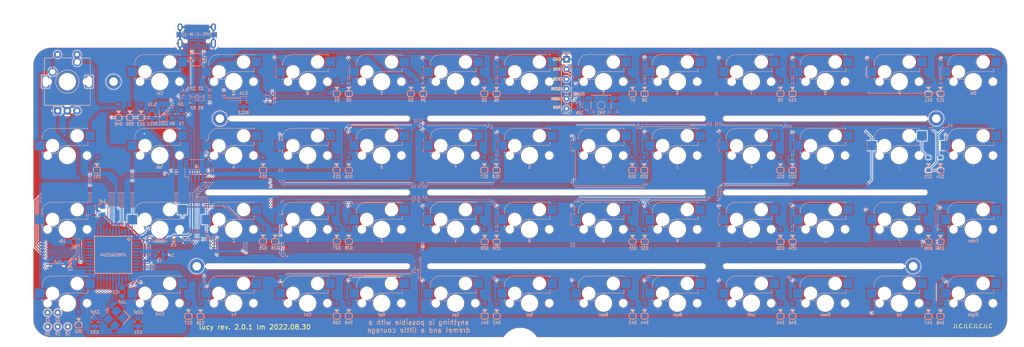
<source format=kicad_pcb>
(kicad_pcb (version 20211014) (generator pcbnew)
  (layers (0 "F.Cu" signal) (31 "B.Cu" signal) (34 "B.Paste" user) (35 "F.Paste" user) (36 "B.SilkS" user "B.Silkscreen") (37 "F.SilkS" user "F.Silkscreen") (38 "B.Mask" user) (39 "F.Mask" user) (44 "Edge.Cuts" user))
  (net 0 "")
  (net 1 "Net-(D1-Pad2)")
  (net 2 "Net-(D2-Pad2)")
  (net 3 "Net-(D3-Pad2)")
  (net 4 "Net-(D4-Pad2)")
  (net 5 "Net-(D5-Pad2)")
  (net 6 "Net-(D6-Pad2)")
  (net 7 "Net-(D7-Pad2)")
  (net 8 "Net-(D8-Pad2)")
  (net 9 "Net-(D9-Pad2)")
  (net 10 "Net-(D10-Pad2)")
  (net 11 "Net-(D11-Pad2)")
  (net 12 "Net-(D12-Pad2)")
  (net 13 "Net-(D13-Pad2)")
  (net 14 "Net-(D14-Pad2)")
  (net 15 "Net-(D15-Pad2)")
  (net 16 "Net-(D16-Pad2)")
  (net 17 "Net-(D17-Pad2)")
  (net 18 "Net-(D18-Pad2)")
  (net 19 "Net-(D19-Pad2)")
  (net 20 "Net-(D20-Pad2)")
  (net 21 "Net-(D21-Pad2)")
  (net 22 "Net-(D22-Pad2)")
  (net 23 "Net-(D23-Pad2)")
  (net 24 "Net-(D24-Pad2)")
  (net 25 "Net-(D25-Pad2)")
  (net 26 "Net-(D26-Pad2)")
  (net 27 "Net-(D27-Pad2)")
  (net 28 "Net-(D28-Pad2)")
  (net 29 "Net-(D29-Pad2)")
  (net 30 "Net-(D30-Pad2)")
  (net 31 "Net-(D31-Pad2)")
  (net 32 "Net-(D32-Pad2)")
  (net 33 "Net-(D33-Pad2)")
  (net 34 "Net-(D34-Pad2)")
  (net 35 "Net-(D35-Pad2)")
  (net 36 "Net-(D36-Pad2)")
  (net 37 "Net-(D37-Pad2)")
  (net 38 "Net-(D38-Pad2)")
  (net 39 "Net-(D39-Pad2)")
  (net 40 "Net-(D40-Pad2)")
  (net 41 "Net-(D41-Pad2)")
  (net 42 "Net-(D42-Pad2)")
  (net 43 "Net-(D43-Pad2)")
  (net 44 "Net-(D44-Pad2)")
  (net 45 "Net-(D45-Pad2)")
  (net 46 "Net-(D46-Pad2)")
  (net 47 "Net-(D47-Pad2)")
  (net 48 "Net-(D48-Pad2)")
  (net 49 "VCC")
  (net 50 "Net-(C6-Pad1)")
  (net 51 "XTAL1")
  (net 52 "XTAL2")
  (net 53 "row0")
  (net 54 "row1")
  (net 55 "row2")
  (net 56 "row3")
  (net 57 "D-")
  (net 58 "D+")
  (net 59 "col0")
  (net 60 "col1")
  (net 61 "col2")
  (net 62 "col3")
  (net 63 "col4")
  (net 64 "col5")
  (net 65 "col6")
  (net 66 "col7")
  (net 67 "col8")
  (net 68 "col9")
  (net 69 "col10")
  (net 70 "col11")
  (net 71 "Net-(R1-Pad2)")
  (net 72 "VBUS")
  (net 73 "Net-(J1-PadB5)")
  (net 74 "Net-(J1-PadA5)")
  (net 75 "ISP_Reset")
  (net 76 "Net-(D52-Pad2)")
  (net 77 "col12")
  (net 78 "GND")
  (net 79 "Net-(LED1-Pad2)")
  (net 80 "DBUS-")
  (net 81 "DBUS+")
  (net 82 "enc0a")
  (net 83 "enc0b")
  (net 84 "Net-(D49-Pad2)")
  (net 85 "Net-(D50-Pad2)")
  (net 86 "Net-(D51-Pad2)")
  (net 91 "Net-(J3-Pad1)")
  (net 92 "Net-(J4-Pad1)")
  (net 93 "Net-(J5-Pad1)")
  (net 94 "Net-(J6-Pad1)")
  (net 95 "Net-(J7-Pad1)")
  (footprint "MX_Only:MXOnly-1U-Hotswap" (layer "F.Cu") (at 124.990225 53.19395)
    (fp_text reference "K3")
    (fp_text value "KEYSW")
  )
  (footprint "MX_Only:MXOnly-1U-Hotswap" (layer "F.Cu") (at 201.190225 53.19395)
    (fp_text reference "K7")
    (fp_text value "KEYSW")
  )
  (footprint "MX_Only:MXOnly-1U-Hotswap" (layer "F.Cu") (at 182.140225 53.19395)
    (fp_text reference "K6")
    (fp_text value "KEYSW")
  )
  (footprint "MX_Only:MXOnly-1U-Hotswap" (layer "F.Cu") (at 163.090225 53.19395)
    (fp_text reference "K5")
    (fp_text value "KEYSW")
  )
  (footprint "MX_Only:MXOnly-1U-Hotswap" (layer "F.Cu") (at 86.890225 53.19395)
    (fp_text reference "K1")
    (fp_text value "KEYSW")
  )
  (footprint "MX_Only:MXOnly-1U-Hotswap" (layer "F.Cu") (at 220.240225 53.19395)
    (fp_text reference "K8")
    (fp_text value "KEYSW")
  )
  (footprint "MX_Only:MXOnly-1U-Hotswap" (layer "F.Cu") (at 239.290225 53.19395)
    (fp_text reference "K9")
    (fp_text value "KEYSW")
  )
  (footprint "MX_Only:MXOnly-1U-Hotswap" (layer "F.Cu") (at 86.890225 72.24395)
    (fp_text reference "K13")
    (fp_text value "KEYSW")
  )
  (footprint "MX_Only:MXOnly-1U-Hotswap" (layer "F.Cu") (at 105.940225 72.24395)
    (fp_text reference "K14")
    (fp_text value "KEYSW")
  )
  (footprint "MX_Only:MXOnly-1U-Hotswap" (layer "F.Cu") (at 144.045399 72.24395)
    (fp_text reference "K16")
    (fp_text value "KEYSW")
  )
  (footprint "MX_Only:MXOnly-1U-Hotswap" (layer "F.Cu") (at 277.390225 53.19395)
    (fp_text reference locked "K11")
    (fp_text value "KEYSW")
  )
  (footprint "MX_Only:MXOnly-1U-Hotswap" (layer "F.Cu") (at 163.090225 72.24395)
    (fp_text reference "K17")
    (fp_text value "KEYSW")
  )
  (footprint "MX_Only:MXOnly-1U-Hotswap" (layer "F.Cu") (at 182.140225 72.24395)
    (fp_text reference "K18")
    (fp_text value "KEYSW")
  )
  (footprint "MX_Only:MXOnly-1U-Hotswap" (layer "F.Cu") (at 201.190225 72.24395)
    (fp_text reference "K19")
    (fp_text value "KEYSW")
  )
  (footprint "MX_Only:MXOnly-1U-Hotswap" (layer "F.Cu") (at 105.940225 110.34395)
    (fp_text reference "K38")
    (fp_text value "KEYSW")
  )
  (footprint "MX_Only:MXOnly-1U-Hotswap" (layer "F.Cu") (at 124.990225 110.34395)
    (fp_text reference "K39")
    (fp_text value "KEYSW")
  )
  (footprint "MX_Only:MXOnly-1U-Hotswap" (layer "F.Cu") (at 144.040225 110.34395)
    (fp_text reference locked "K40")
    (fp_text value "KEYSW")
  )
  (footprint "MX_Only:MXOnly-1U-Hotswap" (layer "F.Cu") (at 163.090225 110.34395)
    (fp_text reference locked "K41")
    (fp_text value "KEYSW")
  )
  (footprint "MX_Only:MXOnly-1U-Hotswap" (layer "F.Cu") (at 182.140225 110.34395)
    (fp_text reference "K42")
    (fp_text value "KEYSW")
  )
  (footprint "MX_Only:MXOnly-1U-Hotswap" (layer "F.Cu") (at 220.240225 110.34395)
    (fp_text reference "K44")
    (fp_text value "KEYSW")
  )
  (footprint "MX_Only:MXOnly-1U-Hotswap" (layer "F.Cu") (at 239.290225 110.34395)
    (fp_text reference "K45")
    (fp_text value "KEYSW")
  )
  (footprint "MX_Only:MXOnly-1U-Hotswap" (layer "F.Cu") (at 258.340225 110.34395)
    (fp_text reference "K46")
    (fp_text value "KEYSW")
  )
  (footprint "MX_Only:MXOnly-1U-Hotswap" (layer "F.Cu") (at 277.390225 110.34395)
    (fp_text reference "K47")
    (fp_text value "KEYSW")
  )
  (footprint "MX_Only:MXOnly-1U-Hotswap" (layer "F.Cu") (at 201.190225 110.34395)
    (fp_text reference "K43")
    (fp_text value "KEYSW")
  )
  (footprint "MX_Only:MXOnly-1U-Hotswap" (layer "F.Cu") (at 277.390225 91.29395)
    (fp_text reference locked "K35")
    (fp_text value "KEYSW")
  )
  (footprint "MX_Only:MXOnly-1U-Hotswap" (layer "F.Cu") (at 258.340225 91.29395)
    (fp_text reference "K34")
    (fp_text value "KEYSW")
  )
  (footprint "MX_Only:MXOnly-1U-Hotswap" (layer "F.Cu") (at 220.240225 91.29395)
    (fp_text reference "K32")
    (fp_text value "KEYSW")
  )
  (footprint "MX_Only:MXOnly-1U-Hotswap" (layer "F.Cu") (at 182.140225 91.29395)
    (fp_text reference "K30")
    (fp_text value "KEYSW")
  )
  (footprint "MX_Only:MXOnly-1U-Hotswap" (layer "F.Cu") (at 144.040225 91.29395)
    (fp_text reference "K28")
    (fp_text value "KEYSW")
  )
  (footprint "MX_Only:MXOnly-1U-Hotswap" (layer "F.Cu") (at 86.890225 91.29395)
    (fp_text reference "K25")
    (fp_text value "KEYSW")
  )
  (footprint "MX_Only:MXOnly-1U-Hotswap" (layer "F.Cu") (at 163.090225 91.29395)
    (fp_text reference "K29")
    (fp_text value "KEYSW")
  )
  (footprint "MX_Only:MXOnly-1U-Hotswap" (layer "F.Cu") (at 296.440225 72.24395)
    (fp_text reference "K24")
    (fp_text value "KEYSW")
  )
  (footprint "MX_Only:MXOnly-1U-Hotswap" (layer "F.Cu") (at 124.990225 91.29395)
    (fp_text reference "K27")
    (fp_text value "KEYSW")
  )
  (footprint "MX_Only:MXOnly-1U-Hotswap" (layer "F.Cu") (at 105.940225 91.29395)
    (fp_text reference "K26")
    (fp_text value "KEYSW")
  )
  (footprint "MX_Only:MXOnly-1U-Hotswap" (layer "F.Cu") (at 258.340225 72.24395)
    (fp_text reference locked "K22")
    (fp_text value "KEYSW")
  )
  (footprint "MX_Only:MXOnly-1U-Hotswap" (layer "F.Cu") (at 239.290225 72.24395)
    (fp_text reference "K21")
    (fp_text value "KEYSW")
  )
  (footprint "MX_Only:MXOnly-1U-Hotswap" (layer "F.Cu") (at 277.390225 72.24395)
    (fp_text reference "K23")
    (fp_text value "KEYSW")
  )
  (footprint "MX_Only:MXOnly-1U-Hotswap" (layer "F.Cu") (at 296.440225 110.34395)
    (fp_text reference "K48")
    (fp_text value "KEYSW")
  )
  (footprint "MX_Only:MXOnly-1U-Hotswap" (layer "F.Cu") (at 296.440225 91.29395)
    (fp_text reference "K36")
    (fp_text value "KEYSW")
  )
  (footprint "MX_Only:MXOnly-1U-Hotswap" (layer "F.Cu") (at 296.440225 53.19395)
    (fp_text reference "K12")
    (fp_text value "KEYSW")
  )
  (footprint "Keebio-Parts:RotaryEncoder_EC11" (layer "F.Cu") (at 63.077713 53.193958 90)
    (fp_text reference "SW2")
    (fp_text value "Rotary_Encoder_Switch")
  )
  (footprint "MX_Only:MXOnly-1U-Hotswap" (layer "F.Cu") (at 105.940225 53.19395)
    (fp_text reference "K2")
    (fp_text value "KEYSW")
  )
  (footprint "MX_Only:MXOnly-1U-Hotswap" (layer "F.Cu") (at 144.040225 53.19395)
    (fp_text reference "K4")
    (fp_text value "KEYSW")
  )
  (footprint "MX_Only:MXOnly-1U-Hotswap" (layer "F.Cu") (at 63.077713 110.344006)
    (fp_text reference "K52")
    (fp_text value "KEYSW")
  )
  (footprint "MX_Only:MXOnly-1U-Hotswap" (layer "F.Cu") (at 63.077713 72.243974)
    (fp_text reference "K50")
    (fp_text value "KEYSW")
  )
  (footprint "MX_Only:MXOnly-1U-Hotswap" (layer "F.Cu") (at 63.077713 91.29399)
    (fp_text reference "K51")
    (fp_text value "KEYSW")
  )
  (footprint "MX_Only:MXOnly-1U-Hotswap" (layer "F.Cu") (at 201.190225 91.29395)
    (fp_text reference "K31")
    (fp_text value "KEYSW")
  )
  (footprint "MX_Only:MXOnly-1U-Hotswap" (layer "F.Cu") (at 239.290225 91.29395)
    (fp_text reference "K33")
    (fp_text value "KEYSW")
  )
  (footprint "MX_Only:MXOnly-1U-Hotswap" (layer "F.Cu") (at 86.890225 110.34395)
    (fp_text reference "K37")
    (fp_text value "KEYSW")
  )
  (footprint "MX_Only:MXOnly-1U-Hotswap" (layer "F.Cu") (at 258.340225 53.19395)
    (fp_text reference "K10")
    (fp_text value "KEYSW")
  )
  (footprint "MX_Only:MXOnly-1U-Hotswap" (layer "F.Cu") (at 124.990225 72.24395)
    (fp_text reference "K15")
    (fp_text value "KEYSW")
  )
  (footprint "MX_Only:MXOnly-1U-Hotswap" (layer "F.Cu") (at 220.240225 72.24395)
    (fp_text reference "K20")
    (fp_text value "KEYSW")
  )
  (footprint "MountingHole:MountingHole_2.2mm_M2_DIN965_Pad" (layer "F.Cu") (at 74.983973 53.19395)
    (fp_text reference "H1")
    (fp_text value "MountingHole")
  )
  (footprint "MountingHole:MountingHole_2.2mm_M2_DIN965_Pad" (layer "F.Cu") (at 286.915393 62.718958)
    (fp_text reference "H4")
    (fp_text value "MountingHole")
  )
  (footprint "MountingHole:MountingHole_2.2mm_M2_DIN965_Pad" (layer "F.Cu") (at 280.962279 100.81899)
    (fp_text reference "H3")
    (fp_text value "MountingHole")
  )
  (footprint "MountingHole:MountingHole_2.2mm_M2_DIN965_Pad" (layer "F.Cu") (at 96.415233 100.81899)
    (fp_text reference "H2")
    (fp_text value "MountingHole")
  )
  (footprint "MountingHole:MountingHole_2.2mm_M2_DIN965_Pad" (layer "F.Cu") (at 102.368363 62.718958)
    (fp_text reference "H5")
    (fp_text value "MountingHole")
  )
  (footprint "MX_Only:MXOnly-1U-NoLED" (layer "F.Cu") (at 63.077713 53.193958)
    (fp_text reference "K49")
    (fp_text value "KEYSW")
  )
  (footprint "Capacitor_SMD:C_0805_2012Metric_Pad1.18x1.45mm_HandSolder" (layer "B.Cu") (at 72.2 86.46895 90)
    (fp_text reference "C1")
    (fp_text value ".1uF")
  )
  (footprint "Keeb_footprints:D_SOD-123_modified" (layer "B.Cu") (at 116.590225 92.79395 90)
    (fp_text reference "D26")
    (fp_text value "D")
  )
  (footprint "Keeb_footprints:D_SOD-123_modified" (layer "B.Cu") (at 208.590225 74.39395 90)
    (fp_text reference "D19")
    (fp_text value "D")
  )
  (footprint "Keeb_footprints:D_SOD-123_modified" (layer "B.Cu") (at 170.490225 74.39395 90)
    (fp_text reference "D17")
    (fp_text value "D")
  )
  (footprint "Keeb_footprints:D_SOD-123_modified" (layer "B.Cu") (at 135.581415 74.39395 90)
    (fp_text reference "D16")
    (fp_text value "D")
  )
  (footprint "Keeb_footprints:D_SOD-123_modified" (layer "B.Cu") (at 113.490225 74.39395 90)
    (fp_text reference "D14")
    (fp_text value "D")
  )
  (footprint "Keeb_footprints:D_SOD-123_modified" (layer "B.Cu") (at 284.890625 54.65625 90)
    (fp_text reference "D11")
    (fp_text value "D")
  )
  (footprint "Keeb_footprints:D_SOD-123_modified" (layer "B.Cu") (at 249.881415 54.65625 90)
    (fp_text reference "D10")
    (fp_text value "D")
  )
  (footprint "Keeb_footprints:D_SOD-123_modified" (layer "B.Cu") (at 211.781415 54.65625 90)
    (fp_text reference "D8")
    (fp_text value "D")
  )
  (footprint "Keeb_footprints:D_SOD-123_modified" (layer "B.Cu") (at 208.681415 54.65625 90)
    (fp_text reference "D7")
    (fp_text value "D")
  )
  (footprint "Keeb_footprints:D_SOD-123_modified" (layer "B.Cu") (at 173.651789 54.683377 90)
    (fp_text reference "D6")
    (fp_text value "D")
  )
  (footprint "Keeb_footprints:D_SOD-123_modified" (layer "B.Cu") (at 170.476789 54.683377 90)
    (fp_text reference "D5")
    (fp_text value "D")
  )
  (footprint "Keeb_footprints:D_SOD-123_modified" (layer "B.Cu") (at 154.751789 54.65625 90)
    (fp_text reference "D4")
    (fp_text value "D")
  )
  (footprint "Keeb_footprints:D_SOD-123_modified" (layer "B.Cu") (at 287.990625 112.1 90)
    (fp_text reference "D48")
    (fp_text value "D")
  )
  (footprint "Keeb_footprints:D_SOD-123_modified" (layer "B.Cu") (at 284.890625 112.1 90)
    (fp_text reference "D47")
    (fp_text value "D")
  )
  (footprint "Keeb_footprints:D_SOD-123_modified" (layer "B.Cu") (at 249.890625 112.063123 90)
    (fp_text reference "D46")
    (fp_text value "D")
  )
  (footprint "Keeb_footprints:D_SOD-123_modified" (layer "B.Cu") (at 246.790625 112.05625 90)
    (fp_text reference "D45")
    (fp_text value "D")
  )
  (footprint "Keeb_footprints:D_SOD-123_modified" (layer "B.Cu") (at 211.783999 112.05625 90)
    (fp_text reference "D44")
    (fp_text value "D")
  )
  (footprint "Keeb_footprints:D_SOD-123_modified" (layer "B.Cu") (at 208.7 112.05625 90)
    (fp_text reference "D43")
    (fp_text value "D")
  )
  (footprint "Keeb_footprints:D_SOD-123_modified" (layer "B.Cu") (at 211.790625 92.85625 90)
    (fp_text reference "D32")
    (fp_text value "D")
  )
  (footprint "Keeb_footprints:D_SOD-123_modified" (layer "B.Cu") (at 284.890625 74.39395 90)
    (fp_text reference "D23")
    (fp_text value "D")
  )
  (footprint "Keeb_footprints:D_SOD-123_modified" (layer "B.Cu") (at 208.690625 92.85625 90)
    (fp_text reference "D31")
    (fp_text value "D")
  )
  (footprint "Keeb_footprints:D_SOD-123_modified" (layer "B.Cu") (at 170.585999 92.85625 90)
    (fp_text reference "D29")
    (fp_text value "D")
  )
  (footprint "Keeb_footprints:D_SOD-123_modified" (layer "B.Cu") (at 132.490225 92.79395 90)
    (fp_text reference "D27")
    (fp_text value "D")
  )
  (footprint "Keeb_footprints:D_SOD-123_modified" (layer "B.Cu") (at 287.990625 74.39395 90)
    (fp_text reference "D24")
    (fp_text value "D")
  )
  (footprint "Keeb_footprints:D_SOD-123_modified" (layer "B.Cu") (at 284.890625 92.85625 90)
    (fp_text reference "D35")
    (fp_text value "D")
  )
  (footprint "Keeb_footprints:D_SOD-123_modified" (layer "B.Cu") (at 249.890625 92.85625 90)
    (fp_text reference "D34")
    (fp_text value "D")
  )
  (footprint "Keeb_footprints:D_SOD-123_modified" (layer "B.Cu") (at 246.790625 92.85625 90)
    (fp_text reference "D33")
    (fp_text value "D")
  )
  (footprint "Keeb_footprints:D_SOD-123_modified" (layer "B.Cu") (at 173.690625 112.05625 90)
    (fp_text reference "D42")
    (fp_text value "D")
  )
  (footprint "Keeb_footprints:D_SOD-123_modified" (layer "B.Cu") (at 151.576789 54.65625 90)
    (fp_text reference "D3")
    (fp_text value "D")
  )
  (footprint "Keeb_footprints:D_SOD-123_modified" (layer "B.Cu") (at 211.690225 74.39395 90)
    (fp_text reference "D20")
    (fp_text value "D")
  )
  (footprint "Keeb_footprints:ICSP-Header_small_pins" (layer "B.Cu") (at 191.665313 47.44395 180)
    (fp_text reference "J2" hide)
    (fp_text value "AVR-ISP-6_mod")
  )
  (footprint "Keeb_footprints:D_SOD-123_modified" (layer "B.Cu") (at 287.990625 54.65625 90)
    (fp_text reference "D12")
    (fp_text value "D")
  )
  (footprint "Keeb_footprints:D_SOD-123_modified" (layer "B.Cu") (at 66 114.3 90)
    (fp_text reference "D52")
    (fp_text value "D")
  )
  (footprint "Keeb_footprints:D_SOD-123_modified" (layer "B.Cu") (at 79.2 60.79395 90)
    (fp_text reference "D50")
    (fp_text value "D")
  )
  (footprint "Keeb_footprints:D_SOD-123_modified" (layer "B.Cu") (at 70.7 74.39395 90)
    (fp_text reference "D51")
    (fp_text value "D")
  )
  (footprint "random-keyboard-parts:SKQG-1155865" (layer "B.Cu") (at 200.590225 59.29395)
    (fp_text reference "SW1")
    (fp_text value "SW_PUSH")
  )
  (footprint "Keebio-Parts:ATMEGA32U4-AU" (layer "B.Cu") (at 74.865225 97.86895 180)
    (fp_text reference "U1")
    (fp_text value "ATMEGA32U4")
  )
  (footprint "Capacitor_SMD:C_0805_2012Metric_Pad1.18x1.45mm_HandSolder" (layer "B.Cu") (at 77.165225 107.46895 -90)
    (fp_text reference "C3")
    (fp_text value ".1uF")
  )
  (footprint "Capacitor_SMD:C_0805_2012Metric_Pad1.18x1.45mm_HandSolder" (layer "B.Cu") (at 70.165225 115.26895 -90)
    (fp_text reference "CX2")
    (fp_text value "22pF")
  )
  (footprint "Capacitor_SMD:C_0805_2012Metric_Pad1.18x1.45mm_HandSolder" (layer "B.Cu") (at 81.265225 115.26895 -90)
    (fp_text reference "CX1")
    (fp_text value "22pF")
  )
  (footprint "Crystal:Crystal_SMD_3225-4Pin_3.2x2.5mm_HandSoldering" (layer "B.Cu") (at 75.465225 114.26895 -135)
    (fp_text reference "Y1")
    (fp_text value "16MHz")
  )
  (footprint "Fuse:Fuse_0805_2012Metric_Pad1.15x1.40mm_HandSolder" (layer "B.Cu") (at 92.390225 61.49395 90)
    (fp_text reference "F1")
    (fp_text value ".5A")
  )
  (footprint "Keeb_footprints:TYPE-C-31-M-12" (layer "B.Cu") (at 96.415217 44.81645)
    (fp_text reference "J1")
    (fp_text value "TYPE-C-31-M12_13")
  )
  (footprint "Resistor_SMD:R_0805_2012Metric_Pad1.15x1.40mm_HandSolder" (layer "B.Cu") (at 97.490625 57.49395 90)
    (fp_text reference "R3")
    (fp_text value "22")
  )
  (footprint "Resistor_SMD:R_0805_2012Metric_Pad1.15x1.40mm_HandSolder" (layer "B.Cu") (at 84.940225 61.54395 90)
    (fp_text reference "RCC1")
    (fp_text value "5.1k")
  )
  (footprint "Resistor_SMD:R_0805_2012Metric_Pad1.15x1.40mm_HandSolder" (layer "B.Cu") (at 90.090225 61.49395 -90)
    (fp_text reference "R4")
    (fp_text value "1k")
  )
  (footprint "LED_SMD:LED_0805_2012Metric_Pad1.15x1.40mm_HandSolder" (layer "B.Cu") (at 87.790225 61.49395 90)
    (fp_text reference "LED1")
    (fp_text value "LED")
  )
  (footprint "Keeb_footprints:D_SOD-123_modified" (layer "B.Cu") (at 135.590625 112.05625 90)
    (fp_text reference "D40")
    (fp_text value "D")
  )
  (footprint "Keeb_footprints:D_SOD-123_modified" (layer "B.Cu") (at 132.490625 112.063123 90)
    (fp_text reference "D39")
    (fp_text value "D")
  )
  (footprint "Capacitor_SMD:C_0805_2012Metric_Pad1.18x1.45mm_HandSolder" (layer "B.Cu") (at 63.8 99.9 180)
    (fp_text reference "C2")
    (fp_text value ".1uF")
  )
  (footprint "Resistor_SMD:R_0805_2012Metric_Pad1.15x1.40mm_HandSolder" (layer "B.Cu") (at 95.490625 57.49395 90)
    (fp_text reference "R2")
    (fp_text value "22")
  )
  (footprint "Capacitor_SMD:C_0805_2012Metric_Pad1.18x1.45mm_HandSolder" (layer "B.Cu") (at 90.45 93.85)
    (fp_text reference "C5")
    (fp_text value "10uF")
  )
  (footprint "Capacitor_SMD:C_0805_2012Metric_Pad1.18x1.45mm_HandSolder" (layer "B.Cu") (at 86.765225 97.9)
    (fp_text reference "C6")
    (fp_text value "1uF")
  )
  (footprint "Resistor_SMD:R_0805_2012Metric_Pad1.15x1.40mm_HandSolder" (layer "B.Cu") (at 64.665225 94.5)
    (fp_text reference "R1")
    (fp_text value "10k")
  )
  (footprint "Keeb_footprints:D_SOD-123_modified" (layer "B.Cu") (at 82.090225 60.79395 90)
    (fp_text reference "D13")
    (fp_text value "D")
  )
  (footprint "Keeb_footprints:D_SOD-123_modified" (layer "B.Cu") (at 94.290225 112.09395 90)
    (fp_text reference "D37")
    (fp_text value "D")
  )
  (footprint "Keeb_footprints:D_SOD-123_modified" (layer "B.Cu") (at 97.390225 112.09395 90)
    (fp_text reference "D38")
    (fp_text value "D")
  )
  (footprint "Keeb_footprints:D_SOD-123_modified" (layer "B.Cu") (at 170.590625 112.05625 90)
    (fp_text reference "D41")
    (fp_text value "D")
  )
  (footprint "Keeb_footprints:D_SOD-123_modified" (layer "B.Cu") (at 135.590225 92.79395 90)
    (fp_text reference "D28")
    (fp_text value "D")
  )
  (footprint "Keeb_footprints:D_SOD-123_modified" (layer "B.Cu") (at 173.65 92.85625 90)
    (fp_text reference "D30")
    (fp_text value "D")
  )
  (footprint "Keeb_footprints:D_SOD-123_modified" (layer "B.Cu") (at 287.990625 92.85625 90)
    (fp_text reference "D36")
    (fp_text value "D")
  )
  (footprint "Keeb_footprints:D_SOD-123_modified" (layer "B.Cu") (at 113.490225 92.79395 90)
    (fp_text reference "D25")
    (fp_text value "D")
  )
  (footprint "Keeb_footprints:D_SOD-123_modified" (layer "B.Cu") (at 135.581415 54.65625 90)
    (fp_text reference "D2")
    (fp_text value "D")
  )
  (footprint "Keeb_footprints:D_SOD-123_modified" (layer "B.Cu") (at 76.3 60.79395 90)
    (fp_text reference "D49")
    (fp_text value "D")
  )
  (footprint "Keeb_footprints:D_SOD-123_modified" (layer "B.Cu") (at 246.781415 54.65625 90)
    (fp_text reference "D9")
    (fp_text value "D")
  )
  (footprint "Keeb_footprints:D_SOD-123_modified" (layer "B.Cu") (at 132.490625 54.64995 90)
    (fp_text reference "D1")
    (fp_text value "D")
  )
  (footprint "Resistor_SMD:R_0805_2012Metric_Pad1.15x1.40mm_HandSolder" (layer "B.Cu") (at 194.990225 58.79395 90)
    (fp_text reference "RSW1")
    (fp_text value "10k")
  )
  (footprint "Keeb_footprints:D_SOD-123_modified" (layer "B.Cu") (at 249.881415 74.39395 90)
    (fp_text reference "D22")
    (fp_text value "D")
  )
  (footprint "Keeb_footprints:D_SOD-123_modified" (layer "B.Cu") (at 246.781415 74.39395 90)
    (fp_text reference "D21")
    (fp_text value "D")
  )
  (footprint "Keeb_footprints:D_SOD-123_modified" (layer "B.Cu") (at 173.590225 74.39395 90)
    (fp_text reference "D18")
    (fp_text value "D")
  )
  (footprint "Keeb_footprints:D_SOD-123_modified" (layer "B.Cu") (at 132.431415 74.39395 90)
    (fp_text reference "D15")
    (fp_text value "D")
  )
  (footprint "Resistor_SMD:R_0805_2012Metric_Pad1.15x1.40mm_HandSolder" (layer "B.Cu") (at 108.465225 58.66895 90)
    (fp_text reference "RCC2")
    (fp_text value "5.1k")
  )
  (footprint "Keebio-Parts:SOT-143B" (layer "B.Cu") (at 96.490625 47.49395 -90)
    (fp_text reference "U2")
    (fp_text value "PRTR5V0U2X" hide)
  )
  (footprint "TestPoint:TestPoint_Keystone_5000-5004_Miniature" (layer "B.Cu") (at 58 116.4 180)
    (fp_text reference "J5")
    (fp_text value "Conn_01x01")
  )
  (footprint "TestPoint:TestPoint_Keystone_5000-5004_Miniature" (layer "B.Cu") (at 60.6 116.4 180)
    (fp_text reference "J4")
    (fp_text value "Conn_01x01")
  )
  (footprint "TestPoint:TestPoint_Keystone_5000-5004_Miniature" (layer "B.Cu") (at 63.2 116.4 180)
    (fp_text reference "J3")
    (fp_text value "Conn_01x01")
  )
  (footprint "TestPoint:TestPoint_Keystone_5000-5004_Miniature" (layer "B.Cu") (at 58 112.768958 180)
    (fp_text reference "J6")
    (fp_text value "Conn_01x01")
  )
  (footprint "TestPoint:TestPoint_Keystone_5000-5004_Miniature" (layer "B.Cu") (at 60.6 112.768958 180)
    (fp_text reference "J7")
    (fp_text value "Conn_01x01")
  )
  (footprint "Connector_JST:JST_SH_SM04B-SRSS-TB_1x04-1MP_P1.00mm_Horizontal" (layer "B.Cu") (at 96.490225 75.99395)
    (fp_text reference "J8")
    (fp_text value "4PIN")
  )
  (gr_line (start 91.057416 43.668942) (end 91.057416 38.608805) (layer "Edge.Cuts") (width 0.05))
  (gr_arc (start 300.6076 44.264255) (mid 303.975206 45.659162) (end 305.370104 49.026759) (layer "Edge.Cuts") (width 0.05))
  (gr_line (start 150.588667 81.173661) (end 99.391798 81.173661) (layer "Edge.Cuts") (width 0.05))
  (gr_arc (start 226.788731 81.173661) (mid 227.384093 81.768974) (end 226.788731 82.364287) (layer "Edge.Cuts") (width 0.05))
  (gr_line (start 226.788731 100.223677) (end 156.541895 100.223677) (layer "Edge.Cuts") (width 0.05))
  (gr_line (start 156.541846 62.123687) (end 226.788731 62.123603) (layer "Edge.Cuts") (width 0.05))
  (gr_line (start 232.741959 62.123687) (end 283.938722 62.123645) (layer "Edge.Cuts") (width 0.05))
  (gr_line (start 232.741959 100.223719) (end 277.985733 100.223677) (layer "Edge.Cuts") (width 0.05))
  (gr_arc (start 305.370104 114.511189) (mid 303.975203 117.878799) (end 300.6076 119.273693) (layer "Edge.Cuts") (width 0.05))
  (gr_line (start 175.591879 119.273693) (end 58.910522 119.273693) (layer "Edge.Cuts") (width 0.05))
  (gr_arc (start 283.938795 81.173635) (mid 284.534141 81.768974) (end 283.938795 82.364261) (layer "Edge.Cuts") (width 0.05))
  (gr_arc (start 54.148018 49.026759) (mid 55.542924 45.659162) (end 58.910522 44.264255) (layer "Edge.Cuts") (width 0.05))
  (gr_line (start 305.370104 49.026759) (end 305.370104 114.511189) (layer "Edge.Cuts") (width 0.05))
  (gr_arc (start 156.541846 63.314313) (mid 155.946484 62.719) (end 156.541846 62.123687) (layer "Edge.Cuts") (width 0.05))
  (gr_arc (start 232.74191 82.364329) (mid 232.146548 81.769016) (end 232.74191 81.173703) (layer "Edge.Cuts") (width 0.05))
  (gr_line (start 283.938795 82.364261) (end 232.74191 82.364329) (layer "Edge.Cuts") (width 0.05))
  (gr_line (start 105.344913 62.123603) (end 150.588667 62.123645) (layer "Edge.Cuts") (width 0.05))
  (gr_arc (start 58.910522 119.273693) (mid 55.542905 117.878799) (end 54.148018 114.511189) (layer "Edge.Cuts") (width 0.05))
  (gr_line (start 232.74191 81.173703) (end 283.938795 81.173635) (layer "Edge.Cuts") (width 0.05))
  (gr_line (start 105.344913 63.314229) (end 150.588667 63.314271) (layer "Edge.Cuts") (width 0.05))
  (gr_line (start 283.938722 63.314271) (end 232.741959 63.314313) (layer "Edge.Cuts") (width 0.05))
  (gr_line (start 226.788731 63.314229) (end 156.541846 63.314313) (layer "Edge.Cuts") (width 0.05))
  (gr_line (start 183.926259 119.273693) (end 300.6076 119.273693) (layer "Edge.Cuts") (width 0.05))
  (gr_arc (start 102.368363 44.26427) (mid 101.947414 44.089907) (end 101.773051 43.668958) (layer "Edge.Cuts") (width 0.05))
  (gr_arc (start 156.541895 101.414303) (mid 155.946533 100.81899) (end 156.541895 100.223677) (layer "Edge.Cuts") (width 0.05))
  (gr_line (start 300.6076 44.264255) (end 102.368363 44.26427) (layer "Edge.Cuts") (width 0.05))
  (gr_arc (start 150.588667 62.123645) (mid 151.184029 62.718958) (end 150.588667 63.314271) (layer "Edge.Cuts") (width 0.05))
  (gr_arc (start 150.588667 100.223635) (mid 151.184029 100.818948) (end 150.588667 101.414261) (layer "Edge.Cuts") (width 0.05))
  (gr_line (start 91.652729 38.013494) (end 101.177738 38.013494) (layer "Edge.Cuts") (width 0.05))
  (gr_line (start 150.588667 100.223635) (end 99.391794 100.223677) (layer "Edge.Cuts") (width 0.05))
  (gr_arc (start 232.741959 101.414345) (mid 232.146597 100.819032) (end 232.741959 100.223719) (layer "Edge.Cuts") (width 0.05))
  (gr_line (start 99.391798 82.364287) (end 150.588667 82.364287) (layer "Edge.Cuts") (width 0.05))
  (gr_arc (start 156.541895 82.364287) (mid 155.946533 81.768974) (end 156.541895 81.173661) (layer "Edge.Cuts") (width 0.05))
  (gr_arc (start 175.591879 119.273693) (mid 179.759069 116.855379) (end 183.926259 119.273693) (layer "Edge.Cuts") (width 0.05))
  (gr_line (start 277.985733 101.414303) (end 232.741959 101.414345) (layer "Edge.Cuts") (width 0.05))
  (gr_arc (start 105.344913 63.314229) (mid 104.749623 62.7189) (end 105.344913 62.123603) (layer "Edge.Cuts") (width 0.05))
  (gr_arc (start 283.938722 62.123645) (mid 284.534149 62.719) (end 283.938722 63.314271) (layer "Edge.Cuts") (width 0.05))
  (gr_line (start 54.148018 114.511189) (end 54.148018 49.026759) (layer "Edge.Cuts") (width 0.05))
  (gr_line (start 101.77305 38.608806) (end 101.77305 43.668958) (layer "Edge.Cuts") (width 0.05))
  (gr_arc (start 101.177738 38.013494) (mid 101.598687 38.187857) (end 101.77305 38.608806) (layer "Edge.Cuts") (width 0.05))
  (gr_arc (start 277.985733 100.223677) (mid 278.581009 100.819) (end 277.985733 101.414303) (layer "Edge.Cuts") (width 0.05))
  (gr_line (start 226.788731 82.364287) (end 156.541895 82.364287) (layer "Edge.Cuts") (width 0.05))
  (gr_line (start 99.391794 101.414303) (end 150.588667 101.414261) (layer "Edge.Cuts") (width 0.05))
  (gr_line (start 156.541895 101.414303) (end 226.788731 101.414303) (layer "Edge.Cuts") (width 0.05))
  (gr_arc (start 150.588667 81.173661) (mid 151.184029 81.768974) (end 150.588667 82.364287) (layer "Edge.Cuts") (width 0.05))
  (gr_arc (start 226.788731 100.223677) (mid 227.384093 100.81899) (end 226.788731 101.414303) (layer "Edge.Cuts") (width 0.05))
  (gr_arc (start 91.057416 38.608806) (mid 91.231779 38.187857) (end 91.652728 38.013494) (layer "Edge.Cuts") (width 0.05))
  (gr_arc (start 99.391794 101.414303) (mid 98.796493 100.819) (end 99.391794 100.223677) (layer "Edge.Cuts") (width 0.05))
  (gr_arc (start 91.057416 43.668943) (mid 90.883053 44.089892) (end 90.462104 44.264255) (layer "Edge.Cuts") (width 0.05))
  (gr_arc (start 232.741959 63.314313) (mid 232.146597 62.719) (end 232.741959 62.123687) (layer "Edge.Cuts") (width 0.05))
  (gr_arc (start 226.788731 62.123603) (mid 227.384093 62.718916) (end 226.788731 63.314229) (layer "Edge.Cuts") (width 0.05))
  (gr_line (start 58.910522 44.264255) (end 90.462104 44.264255) (layer "Edge.Cuts") (width 0.05))
  (gr_arc (start 99.391798 82.364287) (mid 98.796478 81.769) (end 99.391798 81.173661) (layer "Edge.Cuts") (width 0.05))
  (gr_line (start 156.541895 81.173661) (end 226.788731 81.173661) (layer "Edge.Cuts") (width 0.05))
  (gr_text "B" (at 182.140313 94.270555) (layer "B.SilkS") (effects (font (size 0.8 0.7)) (justify mirror)))
  (gr_text "M" (at 220.240345 94.270555) (layer "B.SilkS") (effects (font (size 0.8 0.7)) (justify mirror)))
  (gr_text "R" (at 163.090297 56.170523) (layer "B.SilkS") (effects (font (size 0.8 0.7)) (justify mirror)))
  (gr_text "V" (at 163.090297 94.270555) (layer "B.SilkS") (effects (font (size 0.8 0.7)) (justify mirror)))
  (gr_text "anything is possible with a\ndremel and a little courage" (at 153.590225 116.29395) (layer "B.SilkS") (effects (font (size 1.25 1.25) (thickness 0.2)) (justify mirror)))
  (gr_text "F" (at 163.090297 75.220539) (layer "B.SilkS") (effects (font (size 0.8 0.7)) (justify mirror)))
  (gr_text "N" (at 201.190329 94.270555) (layer "B.SilkS") (effects (font (size 0.8 0.7)) (justify mirror)))
  (gr_text "D" (at 144.040281 75.220539) (layer "B.SilkS") (effects (font (size 0.8 0.7)) (justify mirror)))
  (gr_text "O" (at 258.340377 56.170523) (layer "B.SilkS") (effects (font (size 0.8 0.7)) (justify mirror)))
  (gr_text "Shift" (at 86.915698 94.4) (layer "B.SilkS") (effects (font (size 0.8 0.7)) (justify mirror)))
  (gr_text "Down" (at 258.340377 113.320571) (layer "B.SilkS") (effects (font (size 0.8 0.7)) (justify mirror)))
  (gr_text "J" (at 220.240345 75.220539) (layer "B.SilkS") (effects (font (size 0.8 0.7)) (justify mirror)))
  (gr_text "Right" (at 296.440409 113.320571) (layer "B.SilkS") (effects (font (size 0.8 0.7)) (justify mirror)))
  (gr_text "I" (at 239.290361 56.170523) (layer "B.SilkS") (effects (font (size 0.8 0.7)) (justify mirror)))
  (gr_text "G" (at 182.140313 75.220539) (layer "B.SilkS") (effects (font (size 0.8 0.7)) (justify mirror)))
  (gr_text ";" (at 277.390393 75.220539) (layer "B.SilkS") (effects (font (size 0.8 0.7)) (justify mirror)))
  (gr_text "E" (at 144.040281 56.170523) (layer "B.SilkS") (effects (font (size 0.8 0.7)) (justify mirror)))
  (gr_text "S" (at 124.990265 75.220539) (layer "B.SilkS") (effects (font (size 0.8 0.7)) (justify mirror)))
  (gr_text "U" (at 220.213553 56.112152) (layer "B.SilkS") (effects (font (size 0.8 0.7)) (justify mirror)))
  (gr_text "." (at 258.340377 94.270555) (layer "B.SilkS") (effects (font (size 0.8 0.7)) (justify mirror)))
  (gr_text "'" (at 296.440409 75.220539) (layer "B.SilkS") (effects (font (size 0.8 0.7)) (justify mirror)))
  (gr_text "Bspc" (at 201.190329 113.320571) (layer "B.SilkS") (effects (font (size 0.8 0.7)) (justify mirror)))
  (gr_text "/" (at 277.390393 94.270555) (layer "B.SilkS") (effects (font (size 0.8 0.7)) (justify mirror)))
  (gr_text "H" (at 201.190329 75.220539) (layer "B.SilkS") (effects (font (size 0.8 0.7)) (justify mirror)))
  (gr_text "Del" (at 296.440409 56.170523) (layer "B.SilkS") (effects (font (size 0.8 0.7)) (justify mirror)))
  (gr_text "A" (at 105.940249 75.220539) (layer "B.SilkS") (effects (font (size 0.8 0.7)) (justify mirror)))
  (gr_text "Cmd" (at 86.915698 113.10947) (layer "B.SilkS") (effects (font (size 0.8 0.7)) (justify mirror)))
  (gr_text "Spc" (at 163.090297 113.320571) (layer "B.SilkS") (effects (font (size 0.8 0.7)) (justify mirror)))
  (gr_text "Spc" (at 182.140313 113.320571) (layer "B.SilkS") (effects (font (size 0.8 0.7)) (justify mirror)))
  (gr_text "C" (at 144.040281 94.270555) (layer "B.SilkS") (effects (font (size 0.8 0.7)) (justify mirror)))
  (gr_text "Z" (at 105.940249 94.270555) (layer "B.SilkS") (effects (font (size 0.8 0.7)) (justify mirror)))
  (gr_text "P" (at 277.390393 56.306269) (layer "B.SilkS") (effects (font (size 0.8 0.7)) (justify mirror)))
  (gr_text "Opt" (at 144.040281 113.320571) (layer "B.SilkS") (effects (font (size 0.8 0.7)) (justify mirror)))
  (gr_text "L" (at 258.340377 75.220539) (layer "B.SilkS") (effects (font (size 0.8 0.7)) (justify mirror)))
  (gr_text "Fn" (at 105.940249 113.320571) (layer "B.SilkS") (effects (font (size 0.8 0.7)) (justify mirror)))
  (gr_text "W" (at 124.990265 56.170523) (layer "B.SilkS") (effects (font (size 0.8 0.7)) (justify mirror)))
  (gr_text "Ctrl" (at 124.990265 113.320571) (layer "B.SilkS") (effects (font (size 0.8 0.7)) (justify mirror)))
  (gr_text "T" (at 182.140313 56.170523) (layer "B.SilkS") (effects (font (size 0.8 0.7)) (justify mirror)))
  (gr_text "," (at 239.290361 94.270555) (layer "B.SilkS") (effects (font (size 0.8 0.7)) (justify mirror)))
  (gr_text "Up" (at 277.390393 113.320571) (layer "B.SilkS") (effects (font (size 0.8 0.7)) (justify mirror)))
  (gr_text "Esc" (at 86.890233 56.170523) (layer "B.SilkS") (effects (font (size 0.8 0.7)) (justify mirror)))
  (gr_text "Bspc" (at 220.240345 113.320571) (layer "B.SilkS") (effects (font (size 0.8 0.7)) (justify mirror)))
  (gr_text "Enter" (at 296.440409 94.270555) (layer "B.SilkS") (effects (font (size 0.8 0.7)) (justify mirror)))
  (gr_text "Q" (at 105.940249 56.170523) (layer "B.SilkS") (effects (font (size 1 1)) (justify mirror)))
  (gr_text "Tab" (at 86.890233 75.220539) (layer "B.SilkS") (effects (font (size 0.8 0.7)) (justify mirror)))
  (gr_text "Left" (at 239.290361 113.320571) (layer "B.SilkS") (effects (font (size 0.8 0.7)) (justify mirror)))
  (gr_text "K" (at 239.290361 75.220539) (layer "B.SilkS") (effects (font (size 0.8 0.7)) (justify mirror)))
  (gr_text "Y" (at 201.190329 56) (layer "B.SilkS") (effects (font (size 1 1)) (justify mirror)))
  (gr_text "X" (at 124.990265 94.270555) (layer "B.SilkS") (effects (font (size 0.8 0.7)) (justify mirror)))
  (gr_text "JLCJLCJLCJLC" (at 296.265225 116.26895) (layer "F.SilkS") (effects (font (size 1 1))))
  (gr_text "lucy rev. 2.0.1 lm 2022.08.30" (at 111.38288 116.5) (layer "F.SilkS") (effects (font (size 1.25 1.25) (thickness 0.2))))
  (segment (start 115.4283 56.89395) (end 115.911125 56.411125) (width 0.25) (layer "F.Cu") (net 1))
  (segment (start 91.735725 56.89395) (end 115.4283 56.89395) (width 0.25) (layer "F.Cu") (net 1))
  (segment (start 115.911125 55.66895) (end 115.911125 56.411125) (width 0.25) (layer "F.Cu") (net 1))
  (via (at 115.911125 55.66895) (size 0.65) (drill 0.35) (layers "F.Cu" "B.Cu") (net 1))
  (via (at 91.735725 56.89395) (size 0.65) (drill 0.35) (layers "F.Cu" "B.Cu") (net 1))
  (segment (start 92.732225 48.11395) (end 92.732225 50.73595) (width 0.25) (layer "B.Cu") (net 1))
  (segment (start 94.090225 54.53945) (end 91.735725 56.89395) (width 0.25) (layer "B.Cu") (net 1))
  (segment (start 116.428615 56.18644) (end 129.076837 56.18644) (width 0.25) (layer "B.Cu") (net 1))
  (segment (start 115.911125 55.66895) (end 116.428615 56.18644) (width 0.25) (layer "B.Cu") (net 1))
  (segment (start 132.263328 52.99995) (end 132.490625 52.99995) (width 0.25) (layer "B.Cu") (net 1))
  (segment (start 92.732225 50.73595) (end 94.090225 52.09395) (width 0.25) (layer "B.Cu") (net 1))
  (segment (start 94.090225 52.09395) (end 94.090225 54.53945) (width 0.25) (layer "B.Cu") (net 1))
  (segment (start 129.076837 56.18644) (end 132.263328 52.99995) (width 0.25) (layer "B.Cu") (net 1))
  (segment (start 131.3 54.5) (end 129.234039 56.56596) (width 0.25) (layer "B.Cu") (net 2))
  (segment (start 114.462235 56.56596) (end 113.065225 55.16895) (width 0.25) (layer "B.Cu") (net 2))
  (segment (start 129.234039 56.56596) (end 114.462235 56.56596) (width 0.25) (layer "B.Cu") (net 2))
  (segment (start 113.065225 52.46895) (end 111.782225 51.18595) (width 0.25) (layer "B.Cu") (net 2))
  (segment (start 111.782225 51.18595) (end 111.782225 48.11395) (width 0.25) (layer "B.Cu") (net 2))
  (segment (start 134.087665 54.5) (end 131.3 54.5) (width 0.25) (layer "B.Cu") (net 2))
  (segment (start 135.581415 53.00625) (end 134.087665 54.5) (width 0.25) (layer "B.Cu") (net 2))
  (segment (start 113.065225 55.16895) (end 113.065225 52.46895) (width 0.25) (layer "B.Cu") (net 2))
  (segment (start 140.83577 46.23577) (end 145.4 50.8) (width 0.25) (layer "B.Cu") (net 3))
  (segment (start 130.832225 48.11395) (end 132.710405 46.23577) (width 0.25) (layer "B.Cu") (net 3))
  (segment (start 132.710405 46.23577) (end 140.83577 46.23577) (width 0.25) (layer "B.Cu") (net 3))
  (segment (start 145.4 50.8) (end 149.370539 50.8) (width 0.25) (layer "B.Cu") (net 3))
  (segment (start 149.370539 50.8) (end 151.576789 53.00625) (width 0.25) (layer "B.Cu") (net 3))
  (segment (start 154.751789 52.983514) (end 149.882225 48.11395) (width 0.25) (layer "B.Cu") (net 4))
  (segment (start 154.751789 53.00625) (end 154.751789 52.983514) (width 0.25) (layer "B.Cu") (net 4))
  (segment (start 168.932225 51.488813) (end 168.932225 48.11395) (width 0.25) (layer "B.Cu") (net 5))
  (segment (start 170.476789 53.033377) (end 168.932225 51.488813) (width 0.25) (layer "B.Cu") (net 5))
  (segment (start 172.86423 46.23577) (end 172.3 46.8) (width 0.25) (layer "B.Cu") (net 6))
  (segment (start 186.104045 46.23577) (end 172.86423 46.23577) (width 0.25) (layer "B.Cu") (net 6))
  (segment (start 172.3 46.8) (end 172.3 51.681588) (width 0.25) (layer "B.Cu") (net 6))
  (segment (start 187.982225 48.11395) (end 186.104045 46.23577) (width 0.25) (layer "B.Cu") (net 6))
  (segment (start 172.3 51.681588) (end 173.651789 53.033377) (width 0.25) (layer "B.Cu") (net 6))
  (segment (start 207.032225 48.11395) (end 207.032225 51.35706) (width 0.25) (layer "B.Cu") (net 7))
  (segment (start 207.032225 51.35706) (end 208.681415 53.00625) (width 0.25) (layer "B.Cu") (net 7))
  (segment (start 226.082225 48.11395) (end 224.207704 46.239429) (width 0.25) (layer "B.Cu") (net 8))
  (segment (start 224.207704 46.239429) (end 211.544746 46.239429) (width 0.25) (layer "B.Cu") (net 8))
  (segment (start 211.544746 46.239429) (end 210.8 46.984175) (width 0.25) (layer "B.Cu") (net 8))
  (segment (start 210.8 52.024835) (end 211.781415 53.00625) (width 0.25) (layer "B.Cu") (net 8))
  (segment (start 210.8 46.984175) (end 210.8 52.024835) (width 0.25) (layer "B.Cu") (net 8))
  (segment (start 245.132225 51.35706) (end 246.781415 53.00625) (width 0.25) (layer "B.Cu") (net 9))
  (segment (start 245.132225 48.11395) (end 245.132225 51.35706) (width 0.25) (layer "B.Cu") (net 9))
  (segment (start 248.8 47.203725) (end 248.8 51.924835) (width 0.25) (layer "B.Cu") (net 10))
  (segment (start 248.8 51.924835) (end 249.881415 53.00625) (width 0.25) (layer "B.Cu") (net 10))
  (segment (start 262.307704 46.239429) (end 249.764296 46.239429) (width 0.25) (layer "B.Cu") (net 10))
  (segment (start 249.764296 46.239429) (end 248.8 47.203725) (width 0.25) (layer "B.Cu") (net 10))
  (segment (start 264.182225 48.11395) (end 262.307704 46.239429) (width 0.25) (layer "B.Cu") (net 10))
  (segment (start 284.890625 53.00625) (end 283.232225 51.34785) (width 0.25) (layer "B.Cu") (net 11))
  (segment (start 283.232225 51.34785) (end 283.232225 48.11395) (width 0.25) (layer "B.Cu") (net 11))
  (segment (start 302.282225 48.11395) (end 300.407704 46.239429) (width 0.25) (layer "B.Cu") (net 12))
  (segment (start 286.890625 51.90625) (end 287.990625 53.00625) (width 0.25) (layer "B.Cu") (net 12))
  (segment (start 300.407704 46.239429) (end 287.707446 46.239429) (width 0.25) (layer "B.Cu") (net 12))
  (segment (start 287.707446 46.239429) (end 286.890625 47.05625) (width 0.25) (layer "B.Cu") (net 12))
  (segment (start 286.890625 47.05625) (end 286.890625 51.90625) (width 0.25) (layer "B.Cu") (net 12))
  (segment (start 82.090225 59.14395) (end 82.090225 60.132093) (width 0.25) (layer "B.Cu") (net 13))
  (segment (start 83.590225 63.516781) (end 85.167394 65.09395) (width 0.25) (layer "B.Cu") (net 13))
  (segment (start 83.590225 61.632093) (end 83.590225 63.516781) (width 0.25) (layer "B.Cu") (net 13))
  (segment (start 90.662225 65.09395) (end 92.732225 67.16395) (width 0.25) (layer "B.Cu") (net 13))
  (segment (start 82.090225 60.132093) (end 83.590225 61.632093) (width 0.25) (layer "B.Cu") (net 13))
  (segment (start 85.167394 65.09395) (end 90.662225 65.09395) (width 0.25) (layer "B.Cu") (net 13))
  (segment (start 111.782225 71.03595) (end 113.490225 72.74395) (width 0.25) (layer "B.Cu") (net 14))
  (segment (start 111.782225 67.16395) (end 111.782225 71.03595) (width 0.25) (layer "B.Cu") (net 14))
  (segment (start 130.832225 71.14476) (end 130.832225 67.16395) (width 0.25) (layer "B.Cu") (net 15))
  (segment (start 132.431415 72.74395) (end 130.832225 71.14476) (width 0.25) (layer "B.Cu") (net 15))
  (segment (start 134.890225 65.875197) (end 134.890225 72.05276) (width 0.25) (layer "B.Cu") (net 16))
  (segment (start 134.890225 72.05276) (end 135.581415 72.74395) (width 0.25) (layer "B.Cu") (net 16))
  (segment (start 149.887399 67.16395) (end 147.417399 64.69395) (width 0.25) (layer "B.Cu") (net 16))
  (segment (start 147.417399 64.69395) (end 136.071473 64.69395) (width 0.25) (layer "B.Cu") (net 16))
  (segment (start 136.071473 64.69395) (end 134.890225 65.875197) (width 0.25) (layer "B.Cu") (net 16))
  (segment (start 170.490225 72.74395) (end 168.932225 71.18595) (width 0.25) (layer "B.Cu") (net 17))
  (segment (start 168.932225 71.18595) (end 168.932225 67.16395) (width 0.25) (layer "B.Cu") (net 17))
  (segment (start 185.291745 64.47347) (end 172.547427 64.47347) (width 0.25) (layer "B.Cu") (net 18))
  (segment (start 187.982225 67.16395) (end 185.291745 64.47347) (width 0.25) (layer "B.Cu") (net 18))
  (segment (start 172.069745 71.22347) (end 173.590225 72.74395) (width 0.25) (layer "B.Cu") (net 18))
  (segment (start 172.547427 64.47347) (end 172.069745 64.951152) (width 0.25) (layer "B.Cu") (net 18))
  (segment (start 172.069745 64.951152) (end 172.069745 71.22347) (width 0.25) (layer "B.Cu") (net 18))
  (segment (start 207.032225 68.43595) (end 208.590225 69.99395) (width 0.25) (layer "B.Cu") (net 19))
  (segment (start 207.032225 67.16395) (end 207.032225 68.43595) (width 0.25) (layer "B.Cu") (net 19))
  (segment (start 208.590225 69.99395) (end 208.590225 72.74395) (width 0.25) (layer "B.Cu") (net 19))
  (segment (start 210.469745 65.054718) (end 210.469745 71.52347) (width 0.25) (layer "B.Cu") (net 20))
  (segment (start 211.050993 64.47347) (end 210.469745 65.054718) (width 0.25) (layer "B.Cu") (net 20))
  (segment (start 223.391745 64.47347) (end 211.050993 64.47347) (width 0.25) (layer "B.Cu") (net 20))
  (segment (start 210.469745 71.52347) (end 211.690225 72.74395) (width 0.25) (layer "B.Cu") (net 20))
  (segment (start 226.082225 67.16395) (end 223.391745 64.47347) (width 0.25) (layer "B.Cu") (net 20))
  (segment (start 245.132225 71.09476) (end 245.132225 67.16395) (width 0.25) (layer "B.Cu") (net 21))
  (segment (start 246.781415 72.74395) (end 245.132225 71.09476) (width 0.25) (layer "B.Cu") (net 21))
  (segment (start 249.147427 64.47347) (end 248.469745 65.151152) (width 0.25) (layer "B.Cu") (net 22))
  (segment (start 248.469745 71.33228) (end 249.881415 72.74395) (width 0.25) (layer "B.Cu") (net 22))
  (segment (start 264.182225 67.16395) (end 261.491745 64.47347) (width 0.25) (layer "B.Cu") (net 22))
  (segment (start 248.469745 65.151152) (end 248.469745 71.33228) (width 0.25) (layer "B.Cu") (net 22))
  (segment (start 261.491745 64.47347) (end 249.147427 64.47347) (width 0.25) (layer "B.Cu") (net 22))
  (segment (start 283.232225 71.08555) (end 283.232225 67.16395) (width 0.25) (layer "B.Cu") (net 23))
  (segment (start 284.890625 72.74395) (end 283.232225 71.08555) (width 0.25) (layer "B.Cu") (net 23))
  (segment (start 289.610705 64.47347) (end 299.591745 64.47347) (width 0.25) (layer "B.Cu") (net 24))
  (segment (start 287.390225 72.14355) (end 287.390225 66.69395) (width 0.25) (layer "B.Cu") (net 24))
  (segment (start 287.390225 66.69395) (end 289.610705 64.47347) (width 0.25) (layer "B.Cu") (net 24))
  (segment (start 299.591745 64.47347) (end 302.282225 67.16395) (width 0.25) (layer "B.Cu") (net 24))
  (segment (start 287.990625 72.74395) (end 287.390225 72.14355) (width 0.25) (layer "B.Cu") (net 24))
  (segment (start 100.3 85.50747) (end 93.438705 85.50747) (width 0.25) (layer "F.Cu") (net 25))
  (segment (start 92.732225 88.032225) (end 92.8 88.1) (width 0.25) (layer "F.Cu") (net 25))
  (segment (start 93.438705 85.50747) (end 92.732225 86.21395) (width 0.25) (layer "F.Cu") (net 25))
  (segment (start 92.732225 86.21395) (end 92.732225 88.032225) (width 0.25) (layer "F.Cu") (net 25))
  (via (at 92.8 88.1) (size 0.65) (drill 0.35) (layers "F.Cu" "B.Cu") (net 25))
  (via (at 100.3 85.50747) (size 0.65) (drill 0.35) (layers "F.Cu" "B.Cu") (net 25))
  (segment (start 105.6 86.8) (end 104.30747 85.50747) (width 0.25) (layer "B.Cu") (net 25))
  (segment (start 92.8 88.1) (end 92.8 86.281725) (width 0.25) (layer "B.Cu") (net 25))
  (segment (start 104.30747 85.50747) (end 100.3 85.50747) (width 0.25) (layer "B.Cu") (net 25))
  (segment (start 113.490225 91.14395) (end 110.846275 88.5) (width 0.25) (layer "B.Cu") (net 25))
  (segment (start 107.3 88.5) (end 105.6 86.8) (width 0.25) (layer "B.Cu") (net 25))
  (segment (start 110.846275 88.5) (end 107.3 88.5) (width 0.25) (layer "B.Cu") (net 25))
  (segment (start 92.8 86.281725) (end 92.732225 86.21395) (width 0.25) (layer "B.Cu") (net 25))
  (segment (start 111.782225 86.21395) (end 111.782225 86.33595) (width 0.25) (layer "B.Cu") (net 26))
  (segment (start 111.782225 86.33595) (end 116.590225 91.14395) (width 0.25) (layer "B.Cu") (net 26))
  (segment (start 130.832225 86.21395) (end 130.832225 89.48595) (width 0.25) (layer "B.Cu") (net 27))
  (segment (start 130.832225 89.48595) (end 132.490225 91.14395) (width 0.25) (layer "B.Cu") (net 27))
  (segment (start 133.590625 85.49435) (end 133.590625 89.14435) (width 0.25) (layer "B.Cu") (net 28))
  (segment (start 148.007704 84.339429) (end 134.745546 84.339429) (width 0.25) (layer "B.Cu") (net 28))
  (segment (start 133.590625 89.14435) (end 135.590225 91.14395) (width 0.25) (layer "B.Cu") (net 28))
  (segment (start 149.882225 86.21395) (end 148.007704 84.339429) (width 0.25) (layer "B.Cu") (net 28))
  (segment (start 134.745546 84.339429) (end 133.590625 85.49435) (width 0.25) (layer "B.Cu") (net 28))
  (segment (start 170.585999 91.20625) (end 168.932225 89.552476) (width 0.25) (layer "B.Cu") (net 29))
  (segment (start 168.932225 89.552476) (end 168.932225 86.21395) (width 0.25) (layer "B.Cu") (net 29))
  (segment (start 187.982225 86.21395) (end 186.107704 84.339429) (width 0.25) (layer "B.Cu") (net 30))
  (segment (start 172.6 85.527322) (end 172.6 90.15625) (width 0.25) (layer "B.Cu") (net 30))
  (segment (start 186.107704 84.339429) (end 173.787893 84.339429) (width 0.25) (layer "B.Cu") (net 30))
  (segment (start 173.787893 84.339429) (end 172.6 85.527322) (width 0.25) (layer "B.Cu") (net 30))
  (segment (start 172.6 90.15625) (end 173.65 91.20625) (width 0.25) (layer "B.Cu") (net 30))
  (segment (start 207.032225 89.54785) (end 208.690625 91.20625) (width 0.25) (layer "B.Cu") (net 31))
  (segment (start 207.032225 86.21395) (end 207.032225 89.54785) (width 0.25) (layer "B.Cu") (net 31))
  (segment (start 210.7 85.527322) (end 210.7 90.115625) (width 0.25) (layer "B.Cu") (net 32))
  (segment (start 224.207704 84.339429) (end 211.887893 84.339429) (width 0.25) (layer "B.Cu") (net 32))
  (segment (start 211.887893 84.339429) (end 210.7 85.527322) (width 0.25) (layer "B.Cu") (net 32))
  (segment (start 210.7 90.115625) (end 211.790625 91.20625) (width 0.25) (layer "B.Cu") (net 32))
  (segment (start 226.082225 86.21395) (end 224.207704 84.339429) (width 0.25) (layer "B.Cu") (net 32))
  (segment (start 245.132225 89.54785) (end 246.790625 91.20625) (width 0.25) (layer "B.Cu") (net 33))
  (segment (start 245.132225 86.21395) (end 245.132225 89.54785) (width 0.25) (layer "B.Cu") (net 33))
  (segment (start 264.182225 86.21395) (end 262.307704 84.339429) (width 0.25) (layer "B.Cu") (net 34))
  (segment (start 262.307704 84.339429) (end 249.964296 84.339429) (width 0.25) (layer "B.Cu") (net 34))
  (segment (start 248.8 85.503725) (end 248.8 90.115625) (width 0.25) (layer "B.Cu") (net 34))
  (segment (start 248.8 90.115625) (end 249.890625 91.20625) (width 0.25) (layer "B.Cu") (net 34))
  (segment (start 249.964296 84.339429) (end 248.8 85.503725) (width 0.25) (layer "B.Cu") (net 34))
  (segment (start 283.232225 89.54785) (end 284.890625 91.20625) (width 0.25) (layer "B.Cu") (net 35))
  (segment (start 283.232225 86.21395) (end 283.232225 89.54785) (width 0.25) (layer "B.Cu") (net 35))
  (segment (start 286.9 90.115625) (end 287.990625 91.20625) (width 0.25) (layer "B.Cu") (net 36))
  (segment (start 300.407704 84.339429) (end 288.044746 84.339429) (width 0.25) (layer "B.Cu") (net 36))
  (segment (start 288.044746 84.339429) (end 286.9 85.484175) (width 0.25) (layer "B.Cu") (net 36))
  (segment (start 302.282225 86.21395) (end 300.407704 84.339429) (width 0.25) (layer "B.Cu") (net 36))
  (segment (start 286.9 85.484175) (end 286.9 90.115625) (width 0.25) (layer "B.Cu") (net 36))
  (segment (start 92.732225 105.26395) (end 92.732225 108.88595) (width 0.25) (layer "B.Cu") (net 37))
  (segment (start 92.732225 108.88595) (end 94.290225 110.44395) (width 0.25) (layer "B.Cu") (net 37))
  (segment (start 111.782225 105.26395) (end 109.907704 103.389429) (width 0.25) (layer "B.Cu") (net 38))
  (segment (start 109.907704 103.389429) (end 100.385704 103.389429) (width 0.25) (layer "B.Cu") (net 38))
  (segment (start 100.385704 103.389429) (end 99.102578 104.672555) (width 0.25) (layer "B.Cu") (net 38))
  (segment (start 96.490225 105.19395) (end 96.490225 109.54395) (width 0.25) (layer "B.Cu") (net 38))
  (segment (start 99.102578 104.672555) (end 97.01162 104.672555) (width 0.25) (layer "B.Cu") (net 38))
  (segment (start 97.01162 104.672555) (end 96.490225 105.19395) (width 0.25) (layer "B.Cu") (net 38))
  (segment (start 96.490225 109.54395) (end 97.390225 110.44395) (width 0.25) (layer "B.Cu") (net 38))
  (segment (start 132.490625 110.413123) (end 130.832225 108.754723) (width 0.25) (layer "B.Cu") (net 39))
  (segment (start 130.832225 108.754723) (end 130.832225 105.26395) (width 0.25) (layer "B.Cu") (net 39))
  (segment (start 134.490225 104.59395) (end 134.490225 109.30585) (width 0.25) (layer "B.Cu") (net 40))
  (segment (start 135.694746 103.389429) (end 134.490225 104.59395) (width 0.25) (layer "B.Cu") (net 40))
  (segment (start 134.490225 109.30585) (end 135.590625 110.40625) (width 0.25) (layer "B.Cu") (net 40))
  (segment (start 148.007704 103.389429) (end 135.694746 103.389429) (width 0.25) (layer "B.Cu") (net 40))
  (segment (start 149.882225 105.26395) (end 148.007704 103.389429) (width 0.25) (layer "B.Cu") (net 40))
  (segment (start 168.932225 105.26395) (end 168.932225 108.74785) (width 0.25) (layer "B.Cu") (net 41))
  (segment (start 168.932225 108.74785) (end 170.590625 110.40625) (width 0.25) (layer "B.Cu") (net 41))
  (segment (start 186.107704 103.389429) (end 173.494746 103.389429) (width 0.25) (layer "B.Cu") (net 42))
  (segment (start 172.590225 104.29395) (end 172.590225 109.30585) (width 0.25) (layer "B.Cu") (net 42))
  (segment (start 187.982225 105.26395) (end 186.107704 103.389429) (width 0.25) (layer "B.Cu") (net 42))
  (segment (start 172.590225 109.30585) (end 173.690625 110.40625) (width 0.25) (layer "B.Cu") (net 42))
  (segment (start 173.494746 103.389429) (end 172.590225 104.29395) (width 0.25) (layer "B.Cu") (net 42))
  (segment (start 207.032225 108.738475) (end 208.7 110.40625) (width 0.25) (layer "B.Cu") (net 43))
  (segment (start 207.032225 105.26395) (end 207.032225 108.738475) (width 0.25) (layer "B.Cu") (net 43))
  (segment (start 210.740225 104.24395) (end 210.740225 109.362476) (width 0.25) (layer "B.Cu") (net 44))
  (segment (start 226.082225 105.26395) (end 224.207704 103.389429) (width 0.25) (layer "B.Cu") (net 44))
  (segment (start 224.207704 103.389429) (end 211.594746 103.389429) (width 0.25) (layer "B.Cu") (net 44))
  (segment (start 210.740225 109.362476) (end 211.783999 110.40625) (width 0.25) (layer "B.Cu") (net 44))
  (segment (start 211.594746 103.389429) (end 210.740225 104.24395) (width 0.25) (layer "B.Cu") (net 44))
  (segment (start 245.132225 108.74785) (end 246.790625 110.40625) (width 0.25) (layer "B.Cu") (net 45))
  (segment (start 245.132225 105.26395) (end 245.132225 108.74785) (width 0.25) (layer "B.Cu") (net 45))
  (segment (start 249.294746 103.389429) (end 248.490225 104.19395) (width 0.25) (layer "B.Cu") (net 46))
  (segment (start 248.490225 104.19395) (end 248.490225 109.012723) (width 0.25) (layer "B.Cu") (net 46))
  (segment (start 264.182225 105.26395) (end 262.307704 103.389429) (width 0.25) (layer "B.Cu") (net 46))
  (segment (start 248.490225 109.012723) (end 249.890625 110.413123) (width 0.25) (layer "B.Cu") (net 46))
  (segment (start 262.307704 103.389429) (end 249.294746 103.389429) (width 0.25) (layer "B.Cu") (net 46))
  (segment (start 283.232225 108.7916) (end 284.890625 110.45) (width 0.25) (layer "B.Cu") (net 47))
  (segment (start 283.232225 105.26395) (end 283.232225 108.7916) (width 0.25) (layer "B.Cu") (net 47))
  (segment (start 300.407704 103.389429) (end 302.282225 105.26395) (width 0.25) (layer "B.Cu") (net 48))
  (segment (start 287.1 105.5) (end 289.2 103.4) (width 0.25) (layer "B.Cu") (net 48))
  (segment (start 287.990625 110.45) (end 287.1 109.559375) (width 0.25) (layer "B.Cu") (net 48))
  (segment (start 289.2 103.4) (end 295.2 103.4) (width 0.25) (layer "B.Cu") (net 48))
  (segment (start 287.1 109.559375) (end 287.1 105.5) (width 0.25) (layer "B.Cu") (net 48))
  (segment (start 295.2 103.4) (end 295.210571 103.389429) (width 0.25) (layer "B.Cu") (net 48))
  (segment (start 295.210571 103.389429) (end 300.407704 103.389429) (width 0.25) (layer "B.Cu") (net 48))
  (segment (start 70.83105 87.56895) (end 69.465225 87.56895) (width 0.4) (layer "F.Cu") (net 49))
  (segment (start 114.265118 58.034882) (end 113.958226 57.72799) (width 0.4) (layer "F.Cu") (net 49))
  (segment (start 72.565225 87.56895) (end 70.83105 87.56895) (width 0.4) (layer "F.Cu") (net 49))
  (segment (start 193.190225 57.39395) (end 193.190225 51.508862) (width 0.4) (layer "F.Cu") (net 49))
  (segment (start 83.048138 102.151862) (end 79.4 105.8) (width 0.4) (layer "F.Cu") (net 49))
  (segment (start 94.2 58.7) (end 94.2 61.6) (width 0.4) (layer "F.Cu") (net 49))
  (segment (start 83.048138 94.448138) (end 83.048138 94.651862) (width 0.4) (layer "F.Cu") (net 49))
  (segment (start 69.465225 87.56895) (end 66.465225 90.56895) (width 0.4) (layer "F.Cu") (net 49))
  (segment (start 83.048138 94.651862) (end 83.048138 98.651862) (width 0.4) (layer "F.Cu") (net 49))
  (segment (start 66.465225 98.71895) (end 66.465225 99.534775) (width 0.4) (layer "F.Cu") (net 49))
  (segment (start 79.129597 90.529597) (end 83.048138 94.448138) (width 0.4) (layer "F.Cu") (net 49))
  (segment (start 193.590225 57.79395) (end 193.190225 57.39395) (width 0.4) (layer "F.Cu") (net 49))
  (segment (start 78.5 89.9) (end 79.129597 90.529597) (width 0.4) (layer "F.Cu") (net 49))
  (segment (start 83.048138 94.451862) (end 83.048138 94.651862) (width 0.4) (layer "F.Cu") (net 49))
  (segment (start 113.958226 57.72799) (end 95.17201 57.72799) (width 0.4) (layer "F.Cu") (net 49))
  (segment (start 95.17201 57.72799) (end 94.2 58.7) (width 0.4) (layer "F.Cu") (net 49))
  (segment (start 66.465225 99.534775) (end 66.44094 99.55906) (width 0.4) (layer "F.Cu") (net 49))
  (segment (start 74.896274 89.9) (end 74.798137 89.801863) (width 0.4) (layer "F.Cu") (net 49))
  (segment (start 77.8 89.9) (end 74.896274 89.9) (width 0.4) (layer "F.Cu") (net 49))
  (segment (start 193.190225 51.508862) (end 191.665313 49.98395) (width 0.4) (layer "F.Cu") (net 49))
  (segment (start 77.8 89.9) (end 78.5 89.9) (width 0.4) (layer "F.Cu") (net 49))
  (segment (start 83.048138 98.651862) (end 83.048138 102.151862) (width 0.4) (layer "F.Cu") (net 49))
  (segment (start 66.465225 90.56895) (end 66.465225 98.71895) (width 0.4) (layer "F.Cu") (net 49))
  (segment (start 74.798137 89.801863) (end 72.565225 87.56895) (width 0.4) (layer "F.Cu") (net 49))
  (via (at 193.590225 57.79395) (size 0.9) (drill 0.5) (layers "F.Cu" "B.Cu") (net 49))
  (via (at 83.048138 98.651862) (size 0.9) (drill 0.5) (layers "F.Cu" "B.Cu") (net 49))
  (via (at 70.83105 87.56895) (size 0.9) (drill 0.5) (layers "F.Cu" "B.Cu") (net 49))
  (via (at 83.048138 94.651862) (size 0.9) (drill 0.5) (layers "F.Cu" "B.Cu") (net 49))
  (via (at 94.2 61.6) (size 0.9) (drill 0.5) (layers "F.Cu" "B.Cu") (net 49))
  (via (at 66.44094 99.55906) (size 0.9) (drill 0.5) (layers "F.Cu" "B.Cu") (net 49))
  (via (at 79.4 105.8) (size 0.9) (drill 0.5) (layers "F.Cu" "B.Cu") (net 49))
  (via (at 114.265118 58.034882) (size 0.9) (drill 0.5) (layers "F.Cu" "B.Cu") (net 49))
  (via (at 77.8 89.9) (size 0.9) (drill 0.5) (layers "F.Cu" "B.Cu") (net 49))
  (segment (start 72.2 87.50645) (end 70.89355 87.50645) (width 0.4) (layer "B.Cu") (net 49))
  (segment (start 92.390225 62.51895) (end 92.390225 63.009775) (width 0.4) (layer "B.Cu") (net 49))
  (segment (start 72.2 88.8) (end 70.865225 90.134775) (width 0.4) (layer "B.Cu") (net 49))
  (segment (start 83.7 94) (end 83.048138 94.651862) (width 0.4) (layer "B.Cu") (net 49))
  (segment (start 70.89355 87.50645) (end 70.83105 87.56895) (width 0.4) (layer "B.Cu") (net 49))
  (segment (start 68.965225 101.06895) (end 65.26895 101.06895) (width 0.4) (layer "B.Cu") (net 49))
  (segment (start 83.03105 98.66895) (end 83.048138 98.651862) (width 0.4) (layer "B.Cu") (net 49))
  (segment (start 92.390225 63.009775) (end 94.990225 65.609775) (width 0.4) (layer "B.Cu") (net 49))
  (segment (start 77.165225 106.43145) (end 77.796675 105.8) (width 0.4) (layer "B.Cu") (net 49))
  (segment (start 194.990225 57.76895) (end 193.859175 58.9) (width 0.4) (layer "B.Cu") (net 49))
  (segment (start 64.8375 100.6375) (end 64.8375 99.9) (width 0.4) (layer "B.Cu") (net 49))
  (segment (start 94.20452 92.79548) (end 94.990225 92.009775) (width 0.4) (layer "B.Cu") (net 49))
  (segment (start 77.265225 103.76895) (end 77.265225 106.33145) (width 0.4) (layer "B.Cu") (net 49))
  (segment (start 83.03105 94.66895) (end 83.048138 94.651862) (width 0.4) (layer "B.Cu") (net 49))
  (segment (start 93.309175 61.6) (end 92.390225 62.51895) (width 0.4) (layer "B.Cu") (net 49))
  (segment (start 90.46702 92.79548) (end 94.20452 92.79548) (width 0.4) (layer "B.Cu") (net 49))
  (segment (start 189.1 57.4) (end 117.200001 57.4) (width 0.4) (layer "B.Cu") (net 49))
  (segment (start 80.765225 94.66895) (end 83.03105 94.66895) (width 0.4) (layer "B.Cu") (net 49))
  (segment (start 193.815225 57.76895) (end 193.790225 57.79395) (width 0.4) (layer "B.Cu") (net 49))
  (segment (start 65.17844 99.55906) (end 64.8375 99.9) (width 0.4) (layer "B.Cu") (net 49))
  (segment (start 78.865225 91.96895) (end 78.865225 90.965225) (width 0.4) (layer "B.Cu") (net 49))
  (segment (start 117.200001 57.4) (end 115.8 58.8) (width 0.4) (layer "B.Cu") (net 49))
  (segment (start 89.3625 94) (end 83.7 94) (width 0.4) (layer "B.Cu") (net 49))
  (segment (start 66.44094 99.55906) (end 65.17844 99.55906) (width 0.4) (layer "B.Cu") (net 49))
  (segment (start 115.8 58.8) (end 115.030236 58.8) (width 0.4) (layer "B.Cu") (net 49))
  (segment (start 80.765225 98.66895) (end 83.03105 98.66895) (width 0.4) (layer "B.Cu") (net 49))
  (segment (start 194.990225 57.76895) (end 193.815225 57.76895) (width 0.4) (layer "B.Cu") (net 49))
  (segment (start 78.865225 90.965225) (end 77.8 89.9) (width 0.4) (layer "B.Cu") (net 49))
  (segment (start 193.859175 58.9) (end 190.6 58.9) (width 0.4) (layer "B.Cu") (net 49))
  (segment (start 115.030236 58.8) (end 114.265118 58.034882) (width 0.4) (layer "B.Cu") (net 49))
  (segment (start 94.2 61.6) (end 93.309175 61.6) (width 0.4) (layer "B.Cu") (net 49))
  (segment (start 72.2 87.50645) (end 72.2 88.8) (width 0.4) (layer "B.Cu") (net 49))
  (segment (start 77.796675 105.8) (end 79.4 105.8) (width 0.4) (layer "B.Cu") (net 49))
  (segment (start 90.090225 62.51895) (end 92.390225 62.51895) (width 0.4) (layer "B.Cu") (net 49))
  (segment (start 89.4125 93.85) (end 90.46702 92.79548) (width 0.4) (layer "B.Cu") (net 49))
  (segment (start 190.6 58.9) (end 189.1 57.4) (width 0.4) (layer "B.Cu") (net 49))
  (segment (start 70.865225 90.134775) (end 70.865225 91.96895) (width 0.4) (layer "B.Cu") (net 49))
  (segment (start 94.990225 92.009775) (end 94.990225 77.99395) (width 0.4) (layer "B.Cu") (net 49))
  (segment (start 94.990225 65.609775) (end 94.990225 77.99395) (width 0.4) (layer "B.Cu") (net 49))
  (segment (start 65.26895 101.06895) (end 64.8375 100.6375) (width 0.4) (layer "B.Cu") (net 49))
  (segment (start 193.790225 57.79395) (end 193.590225 57.79395) (width 0.4) (layer "B.Cu") (net 49))
  (segment (start 80.765225 97.86895) (end 85.696675 97.86895) (width 0.25) (layer "B.Cu") (net 50))
  (segment (start 85.696675 97.86895) (end 85.727725 97.9) (width 0.25) (layer "B.Cu") (net 50))
  (segment (start 75.665225 109.46895) (end 75.665225 103.76895) (width 0.4) (layer "B.Cu") (net 51))
  (segment (start 77.615225 111.41895) (end 75.665225 109.46895) (width 0.4) (layer "B.Cu") (net 51))
  (segment (start 81.090593 114.056818) (end 77.303703 114.056818) (width 0.4) (layer "B.Cu") (net 51))
  (segment (start 77.615225 113.745296) (end 77.615225 111.41895) (width 0.4) (layer "B.Cu") (net 51))
  (segment (start 73.626747 110.607428) (end 74.865225 109.36895) (width 0.4) (layer "B.Cu") (net 52))
  (segment (start 73.626747 114.481082) (end 70.414857 114.481082) (width 0.4) (layer "B.Cu") (net 52))
  (segment (start 74.865225 109.36895) (end 74.865225 103.76895) (width 0.4) (layer "B.Cu") (net 52))
  (segment (start 73.626747 114.481082) (end 73.626747 110.607428) (width 0.4) (layer "B.Cu") (net 52))
  (segment (start 114.50002 57.27347) (end 92.32653 57.27347) (width 0.25) (layer "F.Cu") (net 53))
  (segment (start 74.5 62.4) (end 87.2 62.4) (width 0.25) (layer "F.Cu") (net 53))
  (segment (start 107.2 88.3) (end 103.24847 84.34847) (width 0.25) (layer "F.Cu") (net 53))
  (segment (start 91.35153 84.34847) (end 91.1 84.6) (width 0.25) (layer "F.Cu") (net 53))
  (segment (start 102.3 84.34847) (end 91.35153 84.34847) (width 0.25) (layer "F.Cu") (net 53))
  (segment (start 92.32653 57.27347) (end 91.72653 57.87347) (width 0.25) (layer "F.Cu") (net 53))
  (segment (start 87.2 62.4) (end 91.7 57.9) (width 0.25) (layer "F.Cu") (net 53))
  (segment (start 109.1 90.2) (end 107.2 88.3) (width 0.25) (layer "F.Cu") (net 53))
  (segment (start 103.24847 84.34847) (end 102.3 84.34847) (width 0.25) (layer "F.Cu") (net 53))
  (segment (start 114.50002 57.27347) (end 115.3 58.07345) (width 0.25) (layer "F.Cu") (net 53))
  (segment (start 109.1 97.2) (end 109.1 90.2) (width 0.25) (layer "F.Cu") (net 53))
  (via (at 74.5 62.4) (size 0.65) (drill 0.35) (layers "F.Cu" "B.Cu") (net 53))
  (via (at 115.3 58.07345) (size 0.65) (drill 0.35) (layers "F.Cu" "B.Cu") (net 53))
  (via (at 91.1 84.6) (size 0.65) (drill 0.35) (layers "F.Cu" "B.Cu") (net 53))
  (via (at 109.1 97.2) (size 0.65) (drill 0.35) (layers "F.Cu" "B.Cu") (net 53))
  (segment (start 76.25605 62.4) (end 76.3 62.44395) (width 0.25) (layer "B.Cu") (net 53))
  (segment (start 208.681415 56.30625) (end 192.963013 56.30625) (width 0.25) (layer "B.Cu") (net 53))
  (segment (start 82.36536 60.94395) (end 83.210705 61.789295) (width 0.25) (layer "B.Cu") (net 53))
  (segment (start 109.1 97.2) (end 109.33797 96.96203) (width 0.25) (layer "B.Cu") (net 53))
  (segment (start 74.5 62.4) (end 76.25605 62.4) (width 0.25) (layer "B.Cu") (net 53))
  (segment (start 94.913515 103.913515) (end 92.06895 101.06895) (width 0.25) (layer "B.Cu") (net 53))
  (segment (start 150.937559 56.94548) (end 151.576789 56.30625) (width 0.25) (layer "B.Cu") (net 53))
  (segment (start 132.490625 56.29995) (end 131.845095 56.94548) (width 0.25) (layer "B.Cu") (net 53))
  (segment (start 152.001152 96.58251) (end 153.42048 98.001838) (width 0.25) (layer "B.Cu") (net 53))
  (segment (start 174.263892 56.94548) (end 191.006843 56.94548) (width 0.25) (layer "B.Cu") (net 53))
  (segment (start 83.210705 63.673983) (end 90.18557 70.648848) (width 0.25) (layer "B.Cu") (net 53))
  (segment (start 155.391019 56.94548) (end 169.864686 56.94548) (width 0.25) (layer "B.Cu") (net 53))
  (segment (start 211.781415 56.30625) (end 208.681415 56.30625) (width 0.25) (layer "B.Cu") (net 53))
  (segment (start 78.54395 60.94395) (end 82.36536 60.94395) (width 0.25) (layer "B.Cu") (net 53))
  (segment (start 92.06895 101.06895) (end 80.765225 101.06895) (width 0.25) (layer "B.Cu") (net 53))
  (segment (start 98.708023 103.913515) (end 94.913515 103.913515) (width 0.25) (layer "B.Cu") (net 53))
  (segment (start 91.1 73.140816) (end 91.1 84.6) (width 0.25) (layer "B.Cu") (net 53))
  (segment (start 116.42797 56.94548) (end 115.3 58.07345) (width 0.25) (layer "B.Cu") (net 53))
  (segment (start 99.991149 102.630389) (end 98.708023 103.913515) (width 0.25) (layer "B.Cu") (net 53))
  (segment (start 153.42048 98.001838) (end 153.42048 101.337913) (width 0.25) (layer "B.Cu") (net 53))
  (segment (start 132.490625 56.29995) (end 135.575115 56.29995) (width 0.25) (layer "B.Cu") (net 53))
  (segment (start 192.963013 56.30625) (end 191.665313 57.60395) (width 0.25) (layer "B.Cu") (net 53))
  (segment (start 135.581415 56.30625) (end 136.220645 56.94548) (width 0.25) (layer "B.Cu") (net 53))
  (segment (start 169.864686 56.94548) (end 170.476789 56.333377) (width 0.25) (layer "B.Cu") (net 53))
  (segment (start 191.006843 56.94548) (end 191.665313 57.60395) (width 0.25) (layer "B.Cu") (net 53))
  (segment (start 109.33797 96.96203) (end 116.9 96.96203) (width 0.25) (layer "B.Cu") (net 53))
  (segment (start 154.751789 56.30625) (end 155.391019 56.94548) (width 0.25) (layer "B.Cu") (net 53))
  (segment (start 249.881415 56.30625) (end 284.890625 56.30625) (width 0.25) (layer "B.Cu") (net 53))
  (segment (start 246.781415 56.30625) (end 249.881415 56.30625) (width 0.25) (layer "B.Cu") (net 53))
  (segment (start 135.575115 56.29995) (end 135.581415 56.30625) (width 0.25) (layer "B.Cu") (net 53))
  (segment (start 83.210705 61.789295) (end 83.210705 63.673983) (width 0.25) (layer "B.Cu") (net 53))
  (segment (start 131.845095 56.94548) (end 116.42797 56.94548) (width 0.25) (layer "B.Cu") (net 53))
  (segment (start 173.651789 56.333377) (end 174.263892 56.94548) (width 0.25) (layer "B.Cu") (net 53))
  (segment (start 90.18557 70.648848) (end 90.18557 72.226386) (width 0.25) (layer "B.Cu") (net 53))
  (segment (start 170.476789 56.333377) (end 173.651789 56.333377) (width 0.25) (layer "B.Cu") (net 53))
  (segment (start 117.63797 97.7) (end 119.439712 97.7) (width 0.25) (layer "B.Cu") (net 53))
  (segment (start 152.128004 102.630389) (end 99.991149 102.630389) (width 0.25) (layer "B.Cu") (net 53))
  (segment (start 90.18557 72.226386) (end 91.1 73.140816) (width 0.25) (layer "B.Cu") (net 53))
  (segment (start 153.42048 101.337913) (end 152.128004 102.630389) (width 0.25) (layer "B.Cu") (net 53))
  (segment (start 76.3 62.44395) (end 77.04395 62.44395) (width 0.25) (layer "B.Cu") (net 53))
  (segment (start 151.576789 56.30625) (end 154.751789 56.30625) (width 0.25) (layer "B.Cu") (net 53))
  (segment (start 77.04395 62.44395) (end 78.54395 60.94395) (width 0.25) (layer "B.Cu") (net 53))
  (segment (start 119.439712 97.7) (end 120.557202 96.58251) (width 0.25) (layer "B.Cu") (net 53))
  (segment (start 116.9 96.96203) (end 117.63797 97.7) (width 0.25) (layer "B.Cu") (net 53))
  (segment (start 136.220645 56.94548) (end 150.937559 56.94548) (width 0.25) (layer "B.Cu") (net 53))
  (segment (start 287.990625 56.30625) (end 284.890625 56.30625) (width 0.25) (layer "B.Cu") (net 53))
  (segment (start 211.781415 56.30625) (end 246.781415 56.30625) (width 0.25) (layer "B.Cu") (net 53))
  (segment (start 120.557202 96.58251) (end 152.001152 96.58251) (width 0.25) (layer "B.Cu") (net 53))
  (segment (start 95.496275 76.1) (end 95.490225 76.09395) (width 0.25) (layer "F.Cu") (net 54))
  (segment (start 95.490225 76.09395) (end 89.80605 76.09395) (width 0.25) (layer "F.Cu") (net 54))
  (segment (start 99.4 76.1) (end 95.496275 76.1) (width 0.25) (layer "F.Cu") (net 54))
  (via (at 99.4 76.1) (size 0.65) (drill 0.35) (layers "F.Cu" "B.Cu") (net 54))
  (via (at 89.80605 76.09395) (size 0.65) (drill 0.35) (layers "F.Cu" "B.Cu") (net 54))
  (segment (start 151.60605 64.09395) (end 152.4 63.3) (width 0.25) (layer "B.Cu") (net 54))
  (segment (start 248.090225 74.25276) (end 249.881415 76.04395) (width 0.25) (layer "B.Cu") (net 54))
  (segment (start 248.090225 64.99395) (end 248.090225 74.25276) (width 0.25) (layer "B.Cu") (net 54))
  (segment (start 89.80605 70.80605) (end 89.80605 76.09395) (width 0.25) (layer "B.Cu") (net 54))
  (segment (start 155.79395 64.09395) (end 170.940225 64.09395) (width 0.25) (layer "B.Cu") (net 54))
  (segment (start 152.4 63.3) (end 155 63.3) (width 0.25) (layer "B.Cu") (net 54))
  (segment (start 82.090225 62.44395) (end 79.2 62.44395) (width 0.25) (layer "B.Cu") (net 54))
  (segment (start 171.690225 64.84395) (end 171.690225 74.14395) (width 0.25) (layer "B.Cu") (net 54))
  (segment (start 82.090225 62.44395) (end 82.090225 63.090225) (width 0.25) (layer "B.Cu") (net 54))
  (segment (start 248.990225 64.09395) (end 284.567907 64.09395) (width 0.25) (layer "B.Cu") (net 54))
  (segment (start 82.090225 63.090225) (end 89.80605 70.80605) (width 0.25) (layer "B.Cu") (net 54))
  (segment (start 76.465225 91.96895) (end 76.465225 90.134775) (width 0.25) (layer "B.Cu") (net 54))
  (segment (start 78.1 77.5) (end 88.4 77.5) (width 0.25) (layer "B.Cu") (net 54))
  (segment (start 113.490225 76.04395) (end 135.581415 76.04395) (width 0.25) (layer "B.Cu") (net 54))
  (segment (start 248.090225 64.99395) (end 247.190225 64.09395) (width 0.25) (layer "B.Cu") (net 54))
  (segment (start 77.3 89.3) (end 77.3 78.3) (width 0.25) (layer "B.Cu") (net 54))
  (segment (start 210.090225 64.897516) (end 210.090225 74.44395) (width 0.25) (layer "B.Cu") (net 54))
  (segment (start 88.4 77.5) (end 89.80605 76.09395) (width 0.25) (layer "B.Cu") (net 54))
  (segment (start 135.581415 76.04395) (end 134.490225 74.95276) (width 0.25) (layer "B.Cu") (net 54))
  (segment (start 249.881415 76.04395) (end 246.781415 76.04395) (width 0.25) (layer "B.Cu") (net 54))
  (segment (start 155 63.3) (end 155.79395 64.09395) (width 0.25) (layer "B.Cu") (net 54))
  (segment (start 287.990625 76.04395) (end 284.890625 76.04395) (width 0.25) (layer "B.Cu") (net 54))
  (segment (start 113.490225 76.04395) (end 99.45605 76.04395) (width 0.25) (layer "B.Cu") (net 54))
  (segment (start 284.567907 64.09395) (end 287.010705 66.536748) (width 0.25) (layer "B.Cu") (net 54))
  (segment (start 170.940225 64.09395) (end 171.665225 64.81895) (width 0.25) (layer "B.Cu") (net 54))
  (segment (start 170.490225 76.04395) (end 173.590225 76.04395) (width 0.25) (layer "B.Cu") (net 54))
  (segment (start 136.13475 64.09395) (end 151.60605 64.09395) (width 0.25) (layer "B.Cu") (net 54))
  (segment (start 284.890625 76.04395) (end 284.890625 75.99355) (width 0.25) (layer "B.Cu") (net 54))
  (segment (start 171.665225 64.81895) (end 171.690225 64.84395) (width 0.25) (layer "B.Cu") (net 54))
  (segment (start 248.090225 64.99395) (end 248.990225 64.09395) (width 0.25) (layer "B.Cu") (net 54))
  (segment (start 134.490225 74.95276) (end 134.490225 65.738475) (width 0.25) (layer "B.Cu") (net 54))
  (segment (start 247.190225 64.09395) (end 210.893791 64.09395) (width 0.25) (layer "B.Cu") (net 54))
  (segment (start 287.010705 66.61443) (end 287.010705 66.536748) (width 0.25) (layer "B.Cu") (net 54))
  (segment (start 76.465225 90.134775) (end 77.3 89.3) (width 0.25) (layer "B.Cu") (net 54))
  (segment (start 77.3 78.3) (end 78.1 77.5) (width 0.25) (layer "B.Cu") (net 54))
  (segment (start 210.090225 74.44395) (end 211.690225 76.04395) (width 0.25) (layer "B.Cu") (net 54))
  (segment (start 134.490225 65.738475) (end 136.13475 64.09395) (width 0.25) (layer "B.Cu") (net 54))
  (segment (start 171.690225 74.14395) (end 173.590225 76.04395) (width 0.25) (layer "B.Cu") (net 54))
  (segment (start 210.893791 64.09395) (end 210.090225 64.897516) (width 0.25) (layer "B.Cu") (net 54))
  (segment (start 208.890225 76.04395) (end 211.990225 76.04395) (width 0.25) (layer "B.Cu") (net 54))
  (segment (start 287.010705 67.97347) (end 287.010705 66.61443) (width 0.25) (layer "B.Cu") (net 54))
  (segment (start 209.28666 64.09395) (end 172.390225 64.09395) (width 0.25) (layer "B.Cu") (net 54))
  (segment (start 284.890625 75.99355) (end 287.010705 73.87347) (width 0.25) (layer "B.Cu") (net 54))
  (segment (start 172.390225 64.09395) (end 171.665225 64.81895) (width 0.25) (layer "B.Cu") (net 54))
  (segment (start 287.010705 67.97347) (end 287.010705 73.87347) (width 0.25) (layer "B.Cu") (net 54))
  (segment (start 210.090225 64.897516) (end 209.28666 64.09395) (width 0.25) (layer "B.Cu") (net 54))
  (segment (start 99.45605 76.04395) (end 99.4 76.1) (width 0.25) (layer "B.Cu") (net 54))
  (segment (start 76.34098 85.68701) (end 76.54096 85.48703) (width 0.25) (layer "F.Cu") (net 55))
  (segment (start 97.577131 93.777131) (end 97.6 93.8) (width 0.25) (layer "F.Cu") (net 55))
  (segment (start 84.521804 89.978196) (end 84.521804 93.125529) (width 0.25) (layer "F.Cu") (net 55))
  (segment (start 97.6 93.8) (end 97.9 93.8) (width 0.25) (layer "F.Cu") (net 55))
  (segment (start 84.521804 93.125529) (end 84.565225 93.16895) (width 0.25) (layer "F.Cu") (net 55))
  (segment (start 85.343054 89.156946) (end 84.521804 89.978196) (width 0.25) (layer "F.Cu") (net 55))
  (segment (start 83.573138 85.48703) (end 85.343054 87.256946) (width 0.25) (layer "F.Cu") (net 55))
  (segment (start 85.173406 93.777131) (end 84.565225 93.16895) (width 0.25) (layer "F.Cu") (net 55))
  (segment (start 85.343054 87.256946) (end 85.343054 89.156946) (width 0.25) (layer "F.Cu") (net 55))
  (segment (start 76.54096 85.48703) (end 83.573138 85.48703) (width 0.25) (layer "F.Cu") (net 55))
  (segment (start 85.173406 93.777131) (end 97.577131 93.777131) (width 0.25) (layer "F.Cu") (net 55))
  (via (at 97.9 93.8) (size 0.65) (drill 0.35) (layers "F.Cu" "B.Cu") (net 55))
  (via (at 84.565225 93.16895) (size 0.65) (drill 0.35) (layers "F.Cu" "B.Cu") (net 55))
  (via (at 76.34098 85.68701) (size 0.65) (drill 0.35) (layers "F.Cu" "B.Cu") (net 55))
  (segment (start 211.790625 94.50625) (end 208.690625 94.50625) (width 0.25) (layer "B.Cu") (net 55))
  (segment (start 246.790625 94.50625) (end 246.232445 95.06443) (width 0.25) (layer "B.Cu") (net 55))
  (segment (start 250.448805 95.06443) (end 249.890625 94.50625) (width 0.25) (layer "B.Cu") (net 55))
  (segment (start 113.490225 94.44395) (end 112.869745 95.06443) (width 0.25) (layer "B.Cu") (net 55))
  (segment (start 83.13105 93.86895) (end 83.83105 93.16895) (width 0.25) (layer "B.Cu") (net 55))
  (segment (start 170.027819 95.06443) (end 136.210705 95.06443) (width 0.25) (layer "B.Cu") (net 55))
  (segment (start 212.348805 95.06443) (end 211.790625 94.50625) (width 0.25) (layer "B.Cu") (net 55))
  (segment (start 131.869745 95.06443) (end 117.210705 95.06443) (width 0.25) (layer "B.Cu") (net 55))
  (segment (start 284.890625 94.50625) (end 284.332445 95.06443) (width 0.25) (layer "B.Cu") (net 55))
  (segment (start 76.54096 84.880711) (end 76.54096 78.04096) (width 0.25) (layer "B.Cu") (net 55))
  (segment (start 116.590225 94.44395) (end 113.490225 94.44395) (width 0.25) (layer "B.Cu") (net 55))
  (segment (start 284.332445 95.06443) (end 250.448805 95.06443) (width 0.25) (layer "B.Cu") (net 55))
  (segment (start 102.83557 95.06443) (end 102.46443 95.06443) (width 0.25) (layer "B.Cu") (net 55))
  (segment (start 74.54395 76.04395) (end 70.7 76.04395) (width 0.25) (layer "B.Cu") (net 55))
  (segment (start 246.232445 95.06443) (end 212.348805 95.06443) (width 0.25) (layer "B.Cu") (net 55))
  (segment (start 135.590225 94.44395) (end 132.490225 94.44395) (width 0.25) (layer "B.Cu") (net 55))
  (segment (start 112.869745 95.06443) (end 102.83557 95.06443) (width 0.25) (layer "B.Cu") (net 55))
  (segment (start 208.690625 94.50625) (end 208.132445 95.06443) (width 0.25) (layer "B.Cu") (net 55))
  (segment (start 170.585999 94.50625) (end 170.027819 95.06443) (width 0.25) (layer "B.Cu") (net 55))
  (segment (start 136.210705 95.06443) (end 135.590225 94.44395) (width 0.25) (layer "B.Cu") (net 55))
  (segment (start 284.890625 94.50625) (end 287.990625 94.50625) (width 0.25) (layer "B.Cu") (net 55))
  (segment (start 102.83557 95.06443) (end 102.26443 95.06443) (width 0.25) (layer "B.Cu") (net 55))
  (segment (start 117.210705 95.06443) (end 116.590225 94.44395) (width 0.25) (layer "B.Cu") (net 55))
  (segment (start 80.765225 93.86895) (end 83.13105 93.86895) (width 0.25) (layer "B.Cu") (net 55))
  (segment (start 249.890625 94.50625) (end 246.790625 94.50625) (width 0.25) (layer "B.Cu") (net 55))
  (segment (start 76.54096 78.04096) (end 74.54395 76.04395) (width 0.25) (layer "B.Cu") (net 55))
  (segment (start 132.490225 94.44395) (end 131.869745 95.06443) (width 0.25) (layer "B.Cu") (net 55))
  (segment (start 83.83105 93.16895) (end 84.565225 93.16895) (width 0.25) (layer "B.Cu") (net 55))
  (segment (start 173.65 94.50625) (end 174.20818 95.06443) (width 0.25) (layer "B.Cu") (net 55))
  (segment (start 76.34098 85.080691) (end 76.54096 84.880711) (width 0.25) (layer "B.Cu") (net 55))
  (segment (start 97.9 93.8) (end 101 93.8) (width 0.25) (layer "B.Cu") (net 55))
  (segment (start 170.585999 94.50625) (end 173.65 94.50625) (width 0.25) (layer "B.Cu") (net 55))
  (segment (start 101 93.8) (end 102.26443 95.06443) (width 0.25) (layer "B.Cu") (net 55))
  (segment (start 208.132445 95.06443) (end 174.20818 95.06443) (width 0.25) (layer "B.Cu") (net 55))
  (segment (start 76.34098 85.68701) (end 76.34098 85.080691) (width 0.25) (layer "B.Cu") (net 55))
  (segment (start 103.291248 84.92797) (end 108.72048 90.357202) (width 0.25) (layer "F.Cu") (net 56))
  (segment (start 99.5 77.5) (end 98.9 76.9) (width 0.25) (layer "F.Cu") (net 56))
  (segment (start 108.72048 96.3795) (end 108.31749 96.78249) (width 0.25) (layer "F.Cu") (net 56))
  (segment (start 103.291248 84.92797) (end 98.275725 84.92797) (width 0.25) (layer "F.Cu") (net 56))
  (segment (start 98.9 76.9) (end 98.8 76.9) (width 0.25) (layer "F.Cu") (net 56))
  (segment (start 88.190231 76.890231) (end 88.2 76.9) (width 0.25) (layer "F.Cu") (net 56))
  (segment (start 88.2 76.9) (end 98.8 76.9) (width 0.25) (layer "F.Cu") (net 56))
  (segment (start 108.72048 90.357202) (end 108.72048 96.3795) (width 0.25) (layer "F.Cu") (net 56))
  (via (at 88.190231 76.890231) (size 0.65) (drill 0.35) (layers "F.Cu" "B.Cu") (net 56))
  (via (at 99.5 77.5) (size 0.65) (drill 0.35) (layers "F.Cu" "B.Cu") (net 56))
  (via (at 108.31749 96.78249) (size 0.65) (drill 0.35) (layers "F.Cu" "B.Cu") (net 56))
  (via (at 98.275725 84.92797) (size 0.65) (drill 0.35) (layers "F.Cu" "B.Cu") (net 56))
  (segment (start 108.31749 96.78249) (end 108.51747 96.58251) (width 0.25) (layer "B.Cu") (net 56))
  (segment (start 135.590625 113.70625) (end 153.00625 113.70625) (width 0.25) (layer "B.Cu") (net 56))
  (segment (start 93.2 118.6) (end 94.290225 117.509775) (width 0.25) (layer "B.Cu") (net 56))
  (segment (start 153.8 112.9125) (end 154.59375 113.70625) (width 0.25) (layer "B.Cu") (net 56))
  (segment (start 98.275725 84.92797) (end 98.275725 84.275725) (width 0.25) (layer "B.Cu") (net 56))
  (segment (start 135.583752 113.713123) (end 135.590625 113.70625) (width 0.25) (layer "B.Cu") (net 56))
  (segment (start 99.5 77.5) (end 99.5 78.9) (width 0.25) (layer "B.Cu") (net 56))
  (segment (start 76.92048 89.142798) (end 75.665225 90.398053) (width 0.25) (layer "B.Cu") (net 56))
  (segment (start 66 116.55) (end 68.05 118.6) (width 0.25) (layer "B.Cu") (net 56))
  (segment (start 87.509769 76.890231) (end 87.27952 77.12048) (width 0.25) (layer "B.Cu") (net 56))
  (segment (start 87.27952 77.12048) (end 77.942798 77.12048) (width 0.25) (layer "B.Cu") (net 56))
  (segment (start 120.4 96.20299) (end 152.158354 96.20299) (width 0.25) (layer "B.Cu") (net 56))
  (segment (start 75.665225 90.398053) (end 75.665225 91.96895) (width 0.25) (layer "B.Cu") (net 56))
  (segment (start 76.92048 78.142798) (end 76.92048 89.142798) (width 0.25) (layer "B.Cu") (net 56))
  (segment (start 155.09375 113.70625) (end 154.59375 113.70625) (width 0.25) (layer "B.Cu") (net 56))
  (segment (start 66 115.95) (end 66 116.55) (width 0.25) (layer "B.Cu") (net 56))
  (segment (start 132.490625 113.713123) (end 135.583752 113.713123) (width 0.25) (layer "B.Cu") (net 56))
  (segment (start 117.145788 96.58251) (end 117.842798 97.27952) (width 0.25) (layer "B.Cu") (net 56))
  (segment (start 108.51747 96.58251) (end 117.145788 96.58251) (width 0.25) (layer "B.Cu") (net 56))
  (segment (start 94.290225 117.509775) (end 94.290225 113.74395) (width 0.25) (layer "B.Cu") (net 56))
  (segment (start 249.890625 113.713123) (end 287.953748 113.713123) (width 0.25) (layer "B.Cu") (net 56))
  (segment (start 173.690625 113.70625) (end 211.783999 113.70625) (width 0.25) (layer "B.Cu") (net 56))
  (segment (start 98.275725 84.275725) (end 97.7 83.7) (width 0.25) (layer "B.Cu") (net 56))
  (segment (start 99.5 78.9) (end 97.7 80.7) (width 0.25) (layer "B.Cu") (net 56))
  (segment (start 155.09375 113.70625) (end 173.690625 113.70625) (width 0.25) (layer "B.Cu") (net 56))
  (segment (start 68.05 118.6) (end 93.2 118.6) (width 0.25) (layer "B.Cu") (net 56))
  (segment (start 117.842798 97.27952) (end 119.32347 97.27952) (width 0.25) (layer "B.Cu") (net 56))
  (segment (start 153.8 97.844636) (end 153.8 112.9125) (width 0.25) (layer "B.Cu") (net 56))
  (segment (start 211.783999 113.70625) (end 249.883752 113.70625) (width 0.25) (layer "B.Cu") (net 56))
  (segment (start 119.32347 97.27952) (end 120.4 96.20299) (width 0.25) (layer "B.Cu") (net 56))
  (segment (start 153.00625 113.70625) (end 153.8 112.9125) (width 0.25) (layer "B.Cu") (net 56))
  (segment (start 88.190231 76.890231) (end 87.509769 76.890231) (width 0.25) (layer "B.Cu") (net 56))
  (segment (start 249.883752 113.70625) (end 249.890625 113.713123) (width 0.25) (layer "B.Cu") (net 56))
  (segment (start 97.7 80.7) (end 97.7 83.7) (width 0.25) (layer "B.Cu") (net 56))
  (segment (start 287.953748 113.713123) (end 287.990625 113.75) (width 0.25) (layer "B.Cu") (net 56))
  (segment (start 152.158354 96.20299) (end 153.8 97.844636) (width 0.25) (layer "B.Cu") (net 56))
  (segment (start 132.490625 113.713123) (end 94.321052 113.713123) (width 0.25) (layer "B.Cu") (net 56))
  (segment (start 77.942798 77.12048) (end 76.92048 78.142798) (width 0.25) (layer "B.Cu") (net 56))
  (segment (start 94.321052 113.713123) (end 94.290225 113.74395) (width 0.25) (layer "B.Cu") (net 56))
  (segment (start 95.490625 58.51895) (end 96.240625 59.26895) (width 0.25) (layer "B.Cu") (net 57))
  (segment (start 96.240625 59.26895) (end 96.240625 76.59395) (width 0.25) (layer "B.Cu") (net 57))
  (segment (start 81.890226 95.46895) (end 80.765225 95.46895) (width 0.25) (layer "B.Cu") (net 57))
  (segment (start 96.240225 79.240225) (end 96.240225 93.840396) (width 0.25) (layer "B.Cu") (net 57))
  (segment (start 94.461671 95.61895) (end 82.040226 95.61895) (width 0.25) (layer "B.Cu") (net 57))
  (segment (start 96.240225 93.840396) (end 94.461671 95.61895) (width 0.25) (layer "B.Cu") (net 57))
  (segment (start 95.990225 76.84435) (end 96.240625 76.59395) (width 0.25) (layer "B.Cu") (net 57))
  (segment (start 95.990225 77.99395) (end 95.990225 76.84435) (width 0.25) (layer "B.Cu") (net 57))
  (segment (start 95.990225 77.99395) (end 95.990225 78.990225) (width 0.25) (layer "B.Cu") (net 57))
  (segment (start 95.990225 78.990225) (end 96.240225 79.240225) (width 0.25) (layer "B.Cu") (net 57))
  (segment (start 82.040226 95.61895) (end 81.890226 95.46895) (width 0.25) (layer "B.Cu") (net 57))
  (segment (start 81.890226 96.26895) (end 80.765225 96.26895) (width 0.25) (layer "B.Cu") (net 58))
  (segment (start 96.990225 76.84355) (end 96.740625 76.59395) (width 0.25) (layer "B.Cu") (net 58))
  (segment (start 96.990225 77.99395) (end 96.990225 79.009775) (width 0.25) (layer "B.Cu") (net 58))
  (segment (start 94.668779 96.11895) (end 82.040226 96.11895) (width 0.25) (layer "B.Cu") (net 58))
  (segment (start 96.740225 79.259775) (end 96.740225 94.047504) (width 0.25) (layer "B.Cu") (net 58))
  (segment (start 96.990225 77.99395) (end 96.990225 76.84355) (width 0.25) (layer "B.Cu") (net 58))
  (segment (start 97.490625 58.51895) (end 96.740625 59.26895) (width 0.25) (layer "B.Cu") (net 58))
  (segment (start 96.990225 79.009775) (end 96.740225 79.259775) (width 0.25) (layer "B.Cu") (net 58))
  (segment (start 96.740625 59.26895) (end 96.740625 76.59395) (width 0.25) (layer "B.Cu") (net 58))
  (segment (start 96.740225 94.047504) (end 94.668779 96.11895) (width 0.25) (layer "B.Cu") (net 58))
  (segment (start 82.040226 96.11895) (end 81.890226 96.26895) (width 0.25) (layer "B.Cu") (net 58))
  (segment (start 79.8 78.7) (end 79.8 76.3) (width 0.25) (layer "F.Cu") (net 59))
  (segment (start 84.6 101.525604) (end 80.412802 105.712802) (width 0.25) (layer "F.Cu") (net 59))
  (segment (start 83.8 99.30993) (end 84.6 100.10993) (width 0.25) (layer "F.Cu") (net 59))
  (segment (start 84.6 100.10993) (end 84.6 101.525604) (width 0.25) (layer "F.Cu") (net 59))
  (segment (start 83.8 92.58945) (end 83.8 91.2) (width 0.25) (layer "F.Cu") (net 59))
  (segment (start 83.8 92.58945) (end 83.8 99.30993) (width 0.25) (layer "F.Cu") (net 59))
  (via (at 79.8 76.3) (size 0.65) (drill 0.35) (layers "F.Cu" "B.Cu") (net 59))
  (via (at 80.412802 105.712802) (size 0.65) (drill 0.35) (layers "F.Cu" "B.Cu") (net 59))
  (via (at 79.8 78.7) (size 0.65) (drill 0.35) (layers "F.Cu" "B.Cu") (net 59))
  (via (at 84.6 100.10993) (size 0.65) (drill 0.35) (layers "F.Cu" "B.Cu") (net 59))
  (via (at 83.8 91.2) (size 0.65) (drill 0.35) (layers "F.Cu" "B.Cu") (net 59))
  (segment (start 80.03557 60.56443) (end 78.386748 60.56443) (width 0.25) (layer "B.Cu") (net 59))
  (segment (start 74.42048 61.07952) (end 73.6 61.9) (width 0.25) (layer "B.Cu") (net 59))
  (segment (start 79.805225 88.75395) (end 79.805225 92.205225) (width 0.25) (layer "B.Cu") (net 59))
  (segment (start 79.805225 92.205225) (end 80.18945 92.58945) (width 0.25) (layer "B.Cu") (net 59))
  (segment (start 80.18945 92.58945) (end 82.41055 92.58945) (width 0.25) (layer "B.Cu") (net 59))
  (segment (start 73.6 68.9) (end 74.40395 69.70395) (width 0.25) (layer "B.Cu") (net 59))
  (segment (start 81.84909 99.46895) (end 82.49007 100.10993) (width 0.25) (layer "B.Cu") (net 59))
  (segment (start 79.805225 76.294775) (end 79.805225 69.70395) (width 0.25) (layer "B.Cu") (net 59))
  (segment (start 79.805225 78.705225) (end 79.8 78.7) (width 0.25) (layer "B.Cu") (net 59))
  (segment (start 80.5 58.6) (end 80.5 60.1) (width 0.25) (layer "B.Cu") (net 59))
  (segment (start 73.6 61.9) (end 73.6 68.9) (width 0.25) (layer "B.Cu") (net 59))
  (segment (start 80.412802 105.712802) (end 80.412802 107.196373) (width 0.25) (layer "B.Cu") (net 59))
  (segment (start 82.49007 100.10993) (end 84.6 100.10993) (width 0.25) (layer "B.Cu") (net 59))
  (segment (start 82.41055 92.58945) (end 82.5 92.5) (width 0.25) (layer "B.Cu") (net 59))
  (segment (start 80.765225 99.46895) (end 81.84909 99.46895) (width 0.25) (layer "B.Cu") (net 59))
  (segment (start 74.40395 69.70395) (end 79.805225 69.70395) (width 0.25) (layer "B.Cu") (net 59))
  (segment (start 77.871658 61.07952) (end 74.42048 61.07952) (width 0.25) (layer "B.Cu") (net 59))
  (segment (start 78.386748 60.56443) (end 77.871658 61.07952) (width 0.25) (layer "B.Cu") (net 59))
  (segment (start 79.805225 57.905225) (end 80.5 58.6) (width 0.25) (layer "B.Cu") (net 59))
  (segment (start 83.8 91.2) (end 82.5 92.5) (width 0.25) (layer "B.Cu") (net 59))
  (segment (start 79.805225 50.65395) (end 79.805225 57.905225) (width 0.25) (layer "B.Cu") (net 59))
  (segment (start 79.8 76.3) (end 79.805225 76.294775) (width 0.25) (layer "B.Cu") (net 59))
  (segment (start 80.5 60.1) (end 80.03557 60.56443) (width 0.25) (layer "B.Cu") (net 59))
  (segment (start 79.805225 88.75395) (end 79.805225 78.705225) (width 0.25) (layer "B.Cu") (net 59))
  (segment (start 80.412802 107.196373) (end 79.805225 107.80395) (width 0.25) (layer "B.Cu") (net 59))
  (segment (start 98.852713 72.168958) (end 100.5 73.816245) (width 0.25) (layer "F.Cu") (net 60))
  (segment (start 101.6 94.48493) (end 101.6 93.4) (width 0.25) (layer "F.Cu") (net 60))
  (segment (start 98.334003 103.334015) (end 98.334003 105.437728) (width 0.25) (layer "F.Cu") (net 60))
  (segment (start 98.852713 60.881462) (end 99.790225 59.94395) (width 0.25) (layer "F.Cu") (net 60))
  (segment (start 98.334003 105.437728) (end 98.890225 105.99395) (width 0.25) (layer "F.Cu") (net 60))
  (segment (start 98.852713 72.168958) (end 98.852713 60.881462) (width 0.25) (layer "F.Cu") (net 60))
  (segment (start 100.5 73.816245) (end 100.5 77.6) (width 0.25) (layer "F.Cu") (net 60))
  (segment (start 101.6 97.8) (end 101.6 94.48493) (width 0.25) (layer "F.Cu") (net 60))
  (segment (start 99.790225 59.94395) (end 99.790225 58.69395) (width 0.25) (layer "F.Cu") (net 60))
  (via (at 98.852713 72.168958) (size 0.65) (drill 0.35) (layers "F.Cu" "B.Cu") (net 60))
  (via (at 101.6 93.4) (size 0.65) (drill 0.35) (layers "F.Cu" "B.Cu") (net 60))
  (via (at 101.6 97.8) (size 0.65) (drill 0.35) (layers "F.Cu" "B.Cu") (net 60))
  (via (at 100.5 77.6) (size 0.65) (drill 0.35) (layers "F.Cu" "B.Cu") (net 60))
  (via (at 98.334003 103.334015) (size 0.65) (drill 0.35) (layers "F.Cu" "B.Cu") (net 60))
  (via (at 99.790225 58.69395) (size 0.65) (drill 0.35) (layers "F.Cu" "B.Cu") (net 60))
  (via (at 98.890225 105.99395) (size 0.65) (drill 0.35) (layers "F.Cu" "B.Cu") (net 60))
  (segment (start 98.855225 92.755225) (end 98.855225 92.744775) (width 0.25) (layer "B.Cu") (net 60))
  (segment (start 98.855225 107.80395) (end 98.855225 106.02895) (width 0.25) (layer "B.Cu") (net 60))
  (segment (start 99.790225 54.89395) (end 99.790225 58.69395) (width 0.25) (layer "B.Cu") (net 60))
  (segment (start 98.334003 103.334015) (end 98.750801 103.334015) (width 0.25) (layer "B.Cu") (net 60))
  (segment (start 116.742798 97.34155) (end 109.95845 97.34155) (width 0.25) (layer "B.Cu") (net 60))
  (segment (start 98.855225 53.95895) (end 99.790225 54.89395) (width 0.25) (layer "B.Cu") (net 60))
  (segment (start 98.07952 83.5) (end 98.855225 84.275705) (width 0.25) (layer "B.Cu") (net 60))
  (segment (start 98.855225 106.02895) (end 98.890225 105.99395) (width 0.25) (layer "B.Cu") (net 60))
  (segment (start 189.511105 45.47673) (end 107.807445 45.47673) (width 0.25) (layer "B.Cu") (net 60))
  (segment (start 102.015225 47.49395) (end 98.855225 50.65395) (width 0.25) (layer "B.Cu") (net 60))
  (segment (start 98.07952 80.857202) (end 98.07952 83.5) (width 0.25) (layer "B.Cu") (net 60))
  (segment (start 81.87952 100.26895) (end 82.3 100.68943) (width 0.25) (layer "B.Cu") (net 60))
  (segment (start 94.870737 103.334015) (end 98.334003 103.334015) (width 0.25) (layer "B.Cu") (net 60))
  (segment (start 99.5 93.4) (end 98.855225 92.755225) (width 0.25) (layer "B.Cu") (net 60))
  (segment (start 98.855225 72.02895) (end 98.855225 72.166446) (width 0.25) (layer "B.Cu") (net 60))
  (segment (start 153.04096 98.15904) (end 151.84395 96.96203) (width 0.25) (layer "B.Cu") (net 60))
  (segment (start 80.765225 100.26895) (end 81.87952 100.26895) (width 0.25) (layer "B.Cu") (net 60))
  (segment (start 119.596914 98.07952) (end 117.480768 98.07952) (width 0.25) (layer "B.Cu") (net 60))
  (segment (start 100.5 78.436722) (end 98.07952 80.857202) (width 0.25) (layer "B.Cu") (net 60))
  (segment (start 99.833947 102.250869) (end 151.970802 102.250869) (width 0.25) (layer "B.Cu") (net 60))
  (segment (start 109.5 97.8) (end 101.6 97.8) (width 0.25) (layer "B.Cu") (net 60))
  (segment (start 153.04096 101.180711) (end 153.04096 98.15904) (width 0.25) (layer "B.Cu") (net 60))
  (segment (start 107.807445 45.47673) (end 105.790225 47.49395) (width 0.25) (layer "B.Cu") (net 60))
  (segment (start 151.84395 96.96203) (end 120.714404 96.96203) (width 0.25) (layer "B.Cu") (net 60))
  (segment (start 98.855225 50.65395) (end 98.855225 53.95895) (width 0.25) (layer "B.Cu") (net 60))
  (segment (start 82.3 100.68943) (end 92.226152 100.68943) (width 0.25) (layer "B.Cu") (net 60))
  (segment (start 100.5 77.6) (end 100.5 78.436722) (width 0.25) (layer "B.Cu") (net 60))
  (segment (start 109.95845 97.34155) (end 109.5 97.8) (width 0.25) (layer "B.Cu") (net 60))
  (segment (start 98.855225 84.275705) (end 98.855225 88.75395) (width 0.25) (layer "B.Cu") (net 60))
  (segment (start 120.714404 96.96203) (end 119.596914 98.07952) (width 0.25) (layer "B.Cu") (net 60))
  (segment (start 101.6 93.4) (end 99.5 93.4) (width 0.25) (layer "B.Cu") (net 60))
  (segment (start 117.480768 98.07952) (end 116.742798 97.34155) (width 0.25) (layer "B.Cu") (net 60))
  (segment (start 190.290225 51.148862) (end 190.290225 46.25585) (width 0.25) (layer "B.Cu") (net 60))
  (segment (start 98.855225 92.744775) (end 98.855225 88.75395) (width 0.25) (layer "B.Cu") (net 60))
  (segment (start 92.518361 100.981639) (end 94.870737 103.334015) (width 0.25) (layer "B.Cu") (net 60))
  (segment (start 98.855225 69.70395) (end 98.855225 72.02895) (width 0.25) (layer "B.Cu") (net 60))
  (segment (start 98.750801 103.334015) (end 99.833947 102.250869) (width 0.25) (layer "B.Cu") (net 60))
  (segment (start 105.790225 47.49395) (end 102.015225 47.49395) (width 0.25) (layer "B.Cu") (net 60))
  (segment (start 151.970802 102.250869) (end 153.04096 101.180711) (width 0.25) (layer "B.Cu") (net 60))
  (segment (start 98.855225 72.166446) (end 98.852713 72.168958) (width 0.25) (layer "B.Cu") (net 60))
  (segment (start 190.290225 46.25585) (end 189.511105 45.47673) (width 0.25) (layer "B.Cu") (net 60))
  (segment (start 92.226152 100.68943) (end 92.518361 100.981639) (width 0.25) (layer "B.Cu") (net 60))
  (segment (start 191.665313 52.52395) (end 190.290225 51.148862) (width 0.25) (layer "B.Cu") (net 60))
  (segment (start 119.365225 98.86895) (end 151.328503 98.86895) (width 0.25) (layer "F.Cu") (net 61))
  (segment (start 119.046864 79.887311) (end 151.646864 79.887311) (width 0.25) (layer "F.Cu") (net 61))
  (segment (start 117.905225 78.745672) (end 119.046864 79.887311) (width 0.25) (layer "F.Cu") (net 61))
  (segment (start 118.894745 83.78943) (end 117.940225 84.74395) (width 0.25) (layer "F.Cu") (net 61))
  (segment (start 152.010705 99.551152) (end 152.010705 102.486748) (width 0.25) (layer "F.Cu") (net 61))
  (segment (start 152.094745 60.59847) (end 116.894745 60.59847) (width 0.25) (layer "F.Cu") (net 61))
  (segment (start 117.940225 84.74395) (end 117.940225 92.84395) (width 0.25) (layer "F.Cu") (net 61))
  (segment (start 152.010705 102.486748) (end 151.508023 102.98943) (width 0.25) (layer "F.Cu") (net 61))
  (segment (start 152.190225 80.430672) (end 152.190225 83.307228) (width 0.25) (layer "F.Cu") (net 61))
  (segment (start 151.708023 83.78943) (end 118.894745 83.78943) (width 0.25) (layer "F.Cu") (net 61))
  (segment (start 119.694745 102.98943) (end 117.940225 104.74395) (width 0.25) (layer "F.Cu") (net 61))
  (segment (start 116.894745 60.59847) (end 116.490625 60.19435) (width 0.25) (layer "F.Cu") (net 61))
  (segment (start 151.328503 98.86895) (end 152.010705 99.551152) (width 0.25) (layer "F.Cu") (net 61))
  (segment (start 120.057445 64.58943) (end 152.208023 64.58943) (width 0.25) (layer "F.Cu") (net 61))
  (segment (start 117.905225 66.74165) (end 120.057445 64.58943) (width 0.25) (layer "F.Cu") (net 61))
  (segment (start 116.490625 60.19435) (end 116.490625 46.95625) (width 0.25) (layer "F.Cu") (net 61))
  (segment (start 152.208023 64.58943) (end 152.725843 64.07161) (width 0.25) (layer "F.Cu") (net 61))
  (segment (start 152.190225 83.307228) (end 151.708023 83.78943) (width 0.25) (layer "F.Cu") (net 61))
  (segment (start 152.725843 61.229568) (end 152.094745 60.59847) (width 0.25) (layer "F.Cu") (net 61))
  (segment (start 151.646864 79.887311) (end 152.190225 80.430672) (width 0.25) (layer "F.Cu") (net 61))
  (segment (start 117.940225 97.44395) (end 119.365225 98.86895) (width 0.25) (layer "F.Cu") (net 61))
  (segment (start 152.725843 64.07161) (end 152.725843 61.229568) (width 0.25) (layer "F.Cu") (net 61))
  (segment (start 117.940225 92.84395) (end 117.940225 97.44395) (width 0.25) (layer "F.Cu") (net 61))
  (segment (start 117.905225 66.74165) (end 117.905225 78.745672) (width 0.25) (layer "F.Cu") (net 61))
  (segment (start 151.508023 102.98943) (end 119.694745 102.98943) (width 0.25) (layer "F.Cu") (net 61))
  (via (at 117.940225 104.74395) (size 0.65) (drill 0.35) (layers "F.Cu" "B.Cu") (net 61))
  (via (at 117.905225 66.74165) (size 0.65) (drill 0.35) (layers "F.Cu" "B.Cu") (net 61))
  (via (at 117.940225 92.84395) (size 0.65) (drill 0.35) (layers "F.Cu" "B.Cu") (net 61))
  (via (at 116.490625 46.95625) (size 0.65) (drill 0.35) (layers "F.Cu" "B.Cu") (net 61))
  (segment (start 117.905225 92.80895) (end 117.940225 92.84395) (width 0.25) (layer "B.Cu") (net 61))
  (segment (start 117.590625 45.85625) (end 189.353903 45.85625) (width 0.25) (layer "B.Cu") (net 61))
  (segment (start 189.353903 45.85625) (end 189.910705 46.413052) (width 0.25) (layer "B.Cu") (net 61))
  (segment (start 82.4 101.44847) (end 81.97952 101.86895) (width 0.25) (layer "B.Cu") (net 61))
  (segment (start 189.910705 46.413052) (end 189.910705 53.309342) (width 0.25) (layer "B.Cu") (net 61))
  (segment (start 98.865225 104.293035) (end 94.693035 104.293035) (width 0.25) (layer "B.Cu") (net 61))
  (segment (start 117.905225 48.37085) (end 116.490625 46.95625) (width 0.25) (layer "B.Cu") (net 61))
  (segment (start 116.206184 103.009909) (end 100.148351 103.009909) (width 0.25) (layer "B.Cu") (net 61))
  (segment (start 117.905225 50.65395) (end 117.905225 48.37085) (width 0.25) (layer "B.Cu") (net 61))
  (segment (start 100.148351 103.009909) (end 98.865225 104.293035) (width 0.25) (layer "B.Cu") (net 61))
  (segment (start 117.905225 104.77895) (end 117.940225 104.74395) (width 0.25) (layer "B.Cu") (net 61))
  (segment (start 189.910705 53.309342) (end 191.665313 55.06395) (width 0.25) (layer "B.Cu") (net 61))
  (segment (start 117.905225 107.80395) (end 117.905225 104.77895) (width 0.25) (layer "B.Cu") (net 61))
  (segment (start 117.905225 69.70395) (end 117.905225 66.74165) (width 0.25) (layer "B.Cu") (net 61))
  (segment (start 117.905225 88.75395) (end 117.905225 92.80895) (width 0.25) (layer "B.Cu") (net 61))
  (segment (start 94.693035 104.293035) (end 91.84847 101.44847) (width 0.25) (layer "B.Cu") (net 61))
  (segment (start 81.97952 101.86895) (end 80.765225 101.86895) (width 0.25) (layer "B.Cu") (net 61))
  (segment (start 116.490625 46.95625) (end 117.590625 45.85625) (width 0.25) (layer "B.Cu") (net 61))
  (segment (start 117.940225 104.74395) (end 116.206184 103.009909) (width 0.25) (layer "B.Cu") (net 61))
  (segment (start 91.84847 101.44847) (end 82.4 101.44847) (width 0.25) (layer "B.Cu") (net 61))
  (segment (start 87.627543 88.467991) (end 91.509691 88.467991) (width 0.25) (layer "F.Cu") (net 62))
  (segment (start 135.490625 47.05625) (end 135.490625 59.69435) (width 0.25) (layer "F.Cu") (net 62))
  (segment (start 118.284745 67.44943) (end 118.284745 78.58847) (width 0.25) (layer "F.Cu") (net 62))
  (segment (start 97.957202 91.82048) (end 99.518361 93.381639) (width 0.25) (layer "F.Cu") (net 62))
  (segment (start 152.390225 102.64395) (end 151.665225 103.36895) (width 0.25) (layer "F.Cu") (net 62))
  (segment (start 119.433586 98.400589) (end 151.396864 98.400589) (width 0.25) (layer "F.Cu") (net 62))
  (segment (start 71.663397 84.72799) (end 83.887543 84.72799) (width 0.25) (layer "F.Cu") (net 62))
  (segment (start 66.010705 97.92347) (end 66.010705 90.380682) (width 0.25) (layer "F.Cu") (net 62))
  (segment (start 151.396864 98.400589) (end 152.390225 99.39395) (width 0.25) (layer "F.Cu") (net 62))
  (segment (start 135.490625 85.25625) (end 134.403325 84.16895) (width 0.25) (layer "F.Cu") (net 62))
  (segment (start 134.365225 64.96895) (end 120.765225 64.96895) (width 0.25) (layer "F.Cu") (net 62))
  (segment (start 57.452713 101.168958) (end 62.765217 101.168958) (width 0.25) (layer "F.Cu") (net 62))
  (segment (start 135.490625 66.09435) (end 134.365225 64.96895) (width 0.25) (layer "F.Cu") (net 62))
  (segment (start 120.765225 64.96895) (end 118.284745 67.44943) (width 0.25) (layer "F.Cu") (net 62))
  (segment (start 119.165225 79.46895) (end 151.765225 79.46895) (width 0.25) (layer "F.Cu") (net 62))
  (segment (start 118.284745 78.58847) (end 119.165225 79.46895) (width 0.25) (layer "F.Cu") (net 62))
  (segment (start 66.010705 90.380682) (end 71.663397 84.72799) (width 0.25) (layer "F.Cu") (net 62))
  (segment (start 152.365225 64.96895) (end 136.616025 64.96895) (width 0.25) (layer "F.Cu") (net 62))
  (segment (start 135.490625 59.69435) (end 136.015225 60.21895) (width 0.25) (layer "F.Cu") (net 62))
  (segment (start 118.590225 84.630672) (end 118.590225 96.04395) (width 0.25) (layer "F.Cu") (net 62))
  (segment (start 151.865225 84.16895) (end 136.577925 84.16895) (width 0.25) (layer "F.Cu") (net 62))
  (segment (start 83.887543 84.72799) (end 87.627543 88.467991) (width 0.25) (layer "F.Cu") (net 62))
  (segment (start 153.105363 64.228812) (end 152.365225 64.96895) (width 0.25) (layer "F.Cu") (net 62))
  (segment (start 152.390225 99.39395) (end 152.390225 102.64395) (width 0.25) (layer "F.Cu") (net 62))
  (segment (start 152.569745 80.27347) (end 152.569745 83.46443) (width 0.25) (layer "F.Cu") (net 62))
  (segment (start 136.616025 64.96895) (end 135.490625 66.09435) (width 0.25) (layer "F.Cu") (net 62))
  (segment (start 136.577925 103.36895) (end 135.490625 104.45625) (width 0.25) (layer "F.Cu") (net 62))
  (segment (start 119.051947 84.16895) (end 118.590225 84.630672) (width 0.25) (layer "F.Cu") (net 62))
  (segment (start 152.569745 83.46443) (end 151.865225 84.16895) (width 0.25) (layer "F.Cu") (net 62))
  (segment (start 118.590225 96.04395) (end 118.590225 97.557228) (width 0.25) (layer "F.Cu") (net 62))
  (segment (start 63.747213 100.186962) (end 63.234175 100.7) (width 0.25) (layer "F.Cu") (net 62))
  (segment (start 94.86218 91.82048) (end 97.957202 91.82048) (width 0.25) (layer "F.Cu") (net 62))
  (segment (start 136.015225 60.21895) (end 152.415225 60.21895) (width 0.25) (layer "F.Cu") (net 62))
  (segment (start 152.415225 60.21895) (end 153.105363 60.909088) (width 0.25) (layer "F.Cu") (net 62))
  (segment (start 118.590225 97.557228) (end 119.433586 98.400589) (width 0.25) (layer "F.Cu") (net 62))
  (segment (start 151.665225 103.36895) (end 136.577925 103.36895) (width 0.25) (layer "F.Cu") (net 62))
  (segment (start 100.15995 95.179503) (end 100.2 95.179503) (width 0.25) (layer "F.Cu") (net 62))
  (segment (start 134.403325 84.16895) (end 119.051947 84.16895) (width 0.25) (layer "F.Cu") (net 62))
  (segment (start 63.747213 100.186962) (end 66.010705 97.92347) (width 0.25) (layer "F.Cu") (net 62))
  (segment (start 136.577925 84.16895) (end 135.490625 85.25625) (width 0.25) (layer "F.Cu") (net 62))
  (segment (start 99.518361 93.381639) (end 99.518361 94.537914) (width 0.25) (layer "F.Cu") (net 62))
  (segment (start 153.105363 60.909088) (end 153.105363 64.228812) (width 0.25) (layer "F.Cu") (net 62))
  (segment (start 99.518361 94.537914) (end 100.15995 95.179503) (width 0.25) (layer "F.Cu") (net 62))
  (segment (start 62.765217 101.168958) (end 63.234175 100.7) (width 0.25) (layer "F.Cu") (net 62))
  (segment (start 91.509691 88.467991) (end 94.86218 91.82048) (width 0.25) (layer "F.Cu") (net 62))
  (segment (start 151.765225 79.46895) (end 152.569745 80.27347) (width 0.25) (layer "F.Cu") (net 62))
  (via (at 135.490625 47.05625) (size 0.65) (drill 0.35) (layers "F.Cu" "B.Cu") (net 62))
  (via (at 135.490625 85.25625) (size 0.65) (drill 0.35) (layers "F.Cu" "B.Cu") (net 62))
  (via (at 100.2 95.179503) (size 0.65) (drill 0.35) (layers "F.Cu" "B.Cu") (net 62))
  (via (at 135.490625 104.45625) (size 0.65) (drill 0.35) (layers "F.Cu" "B.Cu") (net 62))
  (via (at 135.490625 66.09435) (size 0.65) (drill 0.35) (layers "F.Cu" "B.Cu") (net 62))
  (via (at 57.452713 101.168958) (size 0.65) (drill 0.35) (layers "F.Cu" "B.Cu") (net 62))
  (via (at 118.590225 96.04395) (size 0.65) (drill 0.35) (layers "F.Cu" "B.Cu") (net 62))
  (segment (start 101.363278 95.236722) (end 101.306056 95.1795) (width 0.25) (layer "B.Cu") (net 62))
  (segment (start 135.490625 104.45625) (end 136.955225 105.92085) (width 0.25) (layer "B.Cu") (net 62))
  (segment (start 101.950026 95.82347) (end 101.363278 95.236722) (width 0.25) (layer "B.Cu") (net 62))
  (segment (start 136.955225 105.92085) (end 136.955225 107.80395) (width 0.25) (layer "B.Cu") (net 62))
  (segment (start 136.955225 50.65395) (end 136.955225 48.52085) (width 0.25) (layer "B.Cu") (net 62))
  (segment (start 101.306056 95.1795) (end 100.200003 95.1795) (width 0.25) (layer "B.Cu") (net 62))
  (segment (start 118.590225 96.04395) (end 118.031185 96.04395) (width 0.25) (layer "B.Cu") (net 62))
  (segment (start 57.452713 101.168958) (end 58.152713 101.168958) (width 0.25) (layer "B.Cu") (net 62))
  (segment (start 136.955225 48.52085) (end 135.490625 47.05625) (width 0.25) (layer "B.Cu") (net 62))
  (segment (start 102.52347 95.82347) (end 101.950026 95.82347) (width 0.25) (layer "B.Cu") (net 62))
  (segment (start 66.465225 98.58703) (end 68.147145 100.26895) (width 0.25) (layer "B.Cu") (net 62))
  (segment (start 135.490625 85.25625) (end 136.955225 86.72085) (width 0.25) (layer "B.Cu") (net 62))
  (segment (start 117.810705 95.82347) (end 102.52347 95.82347) (width 0.25) (layer "B.Cu") (net 62))
  (segment (start 68.147145 100.26895) (end 68.965225 100.26895) (width 0.25) (layer "B.Cu") (net 62))
  (segment (start 100.200003 95.1795) (end 100.2 95.179503) (width 0.25) (layer "B.Cu") (net 62))
  (segment (start 136.960399 67.564124) (end 135.490625 66.09435) (width 0.25) (layer "B.Cu") (net 62))
  (segment (start 58.152713 101.168958) (end 60.734641 98.58703) (width 0.25) (layer "B.Cu") (net 62))
  (segment (start 136.955225 86.72085) (end 136.955225 88.75395) (width 0.25) (layer "B.Cu") (net 62))
  (segment (start 60.734641 98.58703) (end 66.465225 98.58703) (width 0.25) (layer "B.Cu") (net 62))
  (segment (start 136.960399 69.70395) (end 136.960399 67.564124) (width 0.25) (layer "B.Cu") (net 62))
  (segment (start 118.031185 96.04395) (end 117.810705 95.82347) (width 0.25) (layer "B.Cu") (net 62))
  (segment (start 153.484883 64.387808) (end 153.484883 61.36257) (width 0.25) (layer "F.Cu") (net 63))
  (segment (start 154.590625 60.256828) (end 154.590625 47.05625) (width 0.25) (layer "F.Cu") (net 63))
  (segment (start 153.610705 84.27633) (end 153.610705 80.300026) (width 0.25) (layer "F.Cu") (net 63))
  (segment (start 91.666893 88.088471) (end 95.019382 91.44096) (width 0.25) (layer "F.Cu") (net 63))
  (segment (start 71.506195 84.34847) (end 84.044745 84.34847) (width 0.25) (layer "F.Cu") (net 63))
  (segment (start 153.484883 61.36257) (end 154.590625 60.256828) (width 0.25) (layer "F.Cu") (net 63))
  (segment (start 154.552525 104.45625) (end 154.590625 104.45625) (width 0.25) (layer "F.Cu") (net 63))
  (segment (start 153.610705 80.300026) (end 154.590625 79.320106) (width 0.25) (layer "F.Cu") (net 63))
  (segment (start 154.590625 85.25625) (end 154.590625 95.709375) (width 0.25) (layer "F.Cu") (net 63))
  (segment (start 154.590625 79.320106) (end 154.590625 65.49355) (width 0.25) (layer "F.Cu") (net 63))
  (segment (start 84.044745 84.34847) (end 87.784747 88.088471) (width 0.25) (layer "F.Cu") (net 63))
  (segment (start 65.631185 97.766268) (end 65.631185 90.22348) (width 0.25) (layer "F.Cu") (net 63))
  (segment (start 154.590625 95.709375) (end 154.590625 98.34355) (width 0.25) (layer "F.Cu") (net 63))
  (segment (start 100.2 93.526556) (end 100.2 94.4) (width 0.25) (layer "F.Cu") (net 63))
  (segment (start 98.114404 91.44096) (end 100.2 93.526556) (width 0.25) (layer "F.Cu") (net 63))
  (segment (start 154.590625 65.49355) (end 153.484883 64.387808) (width 0.25) (layer "F.Cu") (net 63))
  (segment (start 65.631185 90.22348) (end 71.506195 84.34847) (width 0.25) (layer "F.Cu") (net 63))
  (segment (start 63.007998 100.389455) (end 65.631185 97.766268) (width 0.25) (layer "F.Cu") (net 63))
  (segment (start 154.590625 85.25625) (end 153.610705 84.27633) (width 0.25) (layer "F.Cu") (net 63))
  (segment (start 87.784747 88.088471) (end 91.666893 88.088471) (width 0.25) (layer "F.Cu") (net 63))
  (segment (start 95.019382 91.44096) (end 98.114404 91.44096) (width 0.25) (layer "F.Cu") (net 63))
  (segment (start 153.665225 103.56895) (end 154.552525 104.45625) (width 0.25) (layer "F.Cu") (net 63))
  (segment (start 153.665225 99.26895) (end 153.665225 103.56895) (width 0.25) (layer "F.Cu") (net 63))
  (segment (start 57.452713 100.389455) (end 63.007998 100.389455) (width 0.25) (layer "F.Cu") (net 63))
  (segment (start 154.590625 98.34355) (end 153.665225 99.26895) (width 0.25) (layer "F.Cu") (net 63))
  (via (at 154.590625 104.45625) (size 0.65) (drill 0.35) (layers "F.Cu" "B.Cu") (net 63))
  (via (at 57.452713 100.389455) (size 0.65) (drill 0.35) (layers "F.Cu" "B.Cu") (net 63))
  (via (at 154.590625 47.05625) (size 0.65) (drill 0.35) (layers "F.Cu" "B.Cu") (net 63))
  (via (at 154.590625 95.709375) (size 0.65) (drill 0.35) (layers "F.Cu" "B.Cu") (net 63))
  (via (at 154.590625 85.25625) (size 0.65) (drill 0.35) (layers "F.Cu" "B.Cu") (net 63))
  (via (at 154.590625 65.49355) (size 0.65) (drill 0.35) (layers "F.Cu" "B.Cu") (net 63))
  (via (at 100.2 94.4) (size 0.65) (drill 0.35) (layers "F.Cu" "B.Cu") (net 63))
  (segment (start 152.480672 95.44395) (end 102.107228 95.44395) (width 0.25) (layer "B.Cu") (net 63))
  (segment (start 152.746097 95.709375) (end 152.480672 95.44395) (width 0.25) (layer "B.Cu") (net 63))
  (segment (start 102.107228 95.44395) (end 101.042778 94.3795) (width 0.25) (layer "B.Cu") (net 63))
  (segment (start 64.014161 98.20751) (end 66.650821 98.20751) (width 0.25) (layer "B.Cu") (net 63))
  (segment (start 156.005225 66.90815) (end 154.590625 65.49355) (width 0.25) (layer "B.Cu") (net 63))
  (segment (start 154.590625 95.709375) (end 152.746097 95.709375) (width 0.25) (layer "B.Cu") (net 63))
  (segment (start 67.912261 99.46895) (end 68.965225 99.46895) (width 0.25) (layer "B.Cu") (net 63))
  (segment (start 156.005225 105.87085) (end 156.005225 107.80395) (width 0.25) (layer "B.Cu") (net 63))
  (segment (start 59.884352 98.900597) (end 58.395494 100.389455) (width 0.25) (layer "B.Cu") (net 63))
  (segment (start 156.005225 69.70395) (end 156.005225 66.90815) (width 0.25) (layer "B.Cu") (net 63))
  (segment (start 154.590625 104.45625) (end 156.005225 105.87085) (width 0.25) (layer "B.Cu") (net 63))
  (segment (start 66.650821 98.20751) (end 67.912261 99.46895) (width 0.25) (layer "B.Cu") (net 63))
  (segment (start 156.005225 50.65395) (end 156.005225 48.47085) (width 0.25) (layer "B.Cu") (net 63))
  (segment (start 58.395494 100.389455) (end 57.452713 100.389455) (width 0.25) (layer "B.Cu") (net 63))
  (segment (start 60.577439 98.20751) (end 59.884352 98.900597) (width 0.25) (layer "B.Cu") (net 63))
  (segment (start 156.005225 88.75395) (end 156.005225 86.67085) (width 0.25) (layer "B.Cu") (net 63))
  (segment (start 156.005225 86.67085) (end 154.590625 85.25625) (width 0.25) (layer "B.Cu") (net 63))
  (segment (start 64.014161 98.20751) (end 60.577439 98.20751) (width 0.25) (layer "B.Cu") (net 63))
  (segment (start 101.042778 94.3795) (end 100.2205 94.3795) (width 0.25) (layer "B.Cu") (net 63))
  (segment (start 100.2205 94.3795) (end 100.2 94.4) (width 0.25) (layer "B.Cu") (net 63))
  (segment (start 156.005225 48.47085) (end 154.590625 47.05625) (width 0.25) (layer "B.Cu") (net 63))
  (segment (start 154.910705 82.751152) (end 155.953503 83.79395) (width 0.25) (layer "F.Cu") (net 64))
  (segment (start 153.864403 61.519772) (end 154.640225 60.74395) (width 0.25) (layer "F.Cu") (net 64))
  (segment (start 155.953503 83.79395) (end 172.228325 83.79395) (width 0.25) (layer "F.Cu") (net 64))
  (segment (start 173.690625 85.25625) (end 173.690625 98.09355) (width 0.25) (layer "F.Cu") (net 64))
  (segment (start 173.690625 66.24435) (end 173.690625 78.09355) (width 0.25) (layer "F.Cu") (net 64))
  (segment (start 173.690625 66.24435) (end 172.090225 64.64395) (width 0.25) (layer "F.Cu") (net 64))
  (segment (start 173.690625 60.09355) (end 173.690625 47.05625) (width 0.25) (layer "F.Cu") (net 64))
  (segment (start 114.265225 79.40991) (end 115.057234 78.617901) (width 0.25) (layer "F.Cu") (net 64))
  (segment (start 172.134275 102.8999) (end 173.690625 104.45625) (width 0.25) (layer "F.Cu") (net 64))
  (segment (start 155.740225 98.79395) (end 154.965225 99.56895) (width 0.25) (layer "F.Cu") (net 64))
  (segment (start 95.579628 82.07135) (end 98.241068 79.40991) (width 0.25) (layer "F.Cu") (net 64))
  (segment (start 57.465225 98.627956) (end 57.425175 98.627956) (width 0.25) (layer "F.Cu") (net 64))
  (segment (start 154.640225 60.74395) (end 173.040225 60.74395) (width 0.25) (layer "F.Cu") (net 64))
  (segment (start 54.667625 95.870406) (end 54.667625 83.98294) (width 0.25) (layer "F.Cu") (net 64))
  (segment (start 173.690625 78.09355) (end 172.290225 79.49395) (width 0.25) (layer "F.Cu") (net 64))
  (segment (start 173.690625 98.09355) (end 172.990225 98.79395) (width 0.25) (layer "F.Cu") (net 64))
  (segment (start 172.228325 83.79395) (end 173.690625 85.25625) (width 0.25) (layer "F.Cu") (net 64))
  (segment (start 56.579214 82.07135) (end 95.579628 82.07135) (width 0.25) (layer "F.Cu") (net 64))
  (segment (start 154.965225 102.06895) (end 155.796175 102.8999) (width 0.25) (layer "F.Cu") (net 64))
  (segment (start 172.290225 79.49395) (end 155.953503 79.49395) (width 0.25) (layer "F.Cu") (net 64))
  (segment (start 57.425175 98.627956) (end 54.667625 95.870406) (width 0.25) (layer "F.Cu") (net 64))
  (segment (start 153.864403 64.068128) (end 153.864403 61.519772) (width 0.25) (layer "F.Cu") (net 64))
  (segment (start 115.057234 78.617901) (end 115.368756 78.617901) (width 0.25) (layer "F.Cu") (net 64))
  (segment (start 173.040225 60.74395) (end 173.690625 60.09355) (width 0.25) (layer "F.Cu") (net 64))
  (segment (start 54.667625 83.98294) (end 56.579214 82.07135) (width 0.25) (layer "F.Cu") (net 64))
  (segment (start 155.796175 102.8999) (end 172.134275 102.8999) (width 0.25) (layer "F.Cu") (net 64))
  (segment (start 172.090225 64.64395) (end 172.065225 64.66895) (width 0.25) (layer "F.Cu") (net 64))
  (segment (start 172.065225 64.66895) (end 154.465225 64.66895) (width 0.25) (layer "F.Cu") (net 64))
  (segment (start 154.965225 99.56895) (end 154.965225 102.06895) (width 0.25) (layer "F.Cu") (net 64))
  (segment (start 172.990225 98.79395) (end 155.740225 98.79395) (width 0.25) (layer "F.Cu") (net 64))
  (segment (start 155.953503 79.49395) (end 154.910705 80.536748) (width 0.25) (layer "F.Cu") (net 64))
  (segment (start 98.241068 79.40991) (end 114.265225 79.40991) (width 0.25) (layer "F.Cu") (net 64))
  (segment (start 154.465225 64.66895) (end 153.864403 64.068128) (width 0.25) (layer "F.Cu") (net 64))
  (segment (start 154.910705 80.536748) (end 154.910705 82.751152) (width 0.25) (layer "F.Cu") (net 64))
  (via (at 173.690625 66.24435) (size 0.65) (drill 0.35) (layers "F.Cu" "B.Cu") (net 64))
  (via (at 115.368756 78.617901) (size 0.65) (drill 0.35) (layers "F.Cu" "B.Cu") (net 64))
  (via (at 173.690625 85.25625) (size 0.65) (drill 0.35) (layers "F.Cu" "B.Cu") (net 64))
  (via (at 173.690625 104.45625) (size 0.65) (drill 0.35) (layers "F.Cu" "B.Cu") (net 64))
  (via (at 173.690625 47.05625) (size 0.65) (drill 0.35) (layers "F.Cu" "B.Cu") (net 64))
  (via (at 57.465225 98.627956) (size 0.65) (drill 0.35) (layers "F.Cu" "B.Cu") (net 64))
  (segment (start 175.055225 105.82085) (end 175.055225 107.80395) (width 0.25) (layer "B.Cu") (net 64))
  (segment (start 173.690625 104.45625) (end 175.055225 105.82085) (width 0.25) (layer "B.Cu") (net 64))
  (segment (start 175.055225 88.75395) (end 175.055225 86.62085) (width 0.25) (layer "B.Cu") (net 64))
  (segment (start 57.465225 98.627956) (end 58.093715 98.627956) (width 0.25) (layer "B.Cu") (net 64))
  (segment (start 67.648983 98.66895) (end 68.965225 98.66895) (width 0.25) (layer "B.Cu") (net 64))
  (segment (start 116.565225 79.40991) (end 173.724265 79.40991) (width 0.25) (layer "B.Cu") (net 64))
  (segment (start 66.808023 97.82799) (end 67.648983 98.66895) (width 0.25) (layer "B.Cu") (net 64))
  (segment (start 175.055225 69.70395) (end 175.055225 67.60895) (width 0.25) (layer "B.Cu") (net 64))
  (segment (start 175.055225 48.42085) (end 175.055225 50.65395) (width 0.25) (layer "B.Cu") (net 64))
  (segment (start 115.773216 78.617901) (end 116.565225 79.40991) (width 0.25) (layer "B.Cu") (net 64))
  (segment (start 175.055225 78.07895) (end 175.055225 69.70395) (width 0.25) (layer "B.Cu") (net 64))
  (segment (start 58.093715 98.627956) (end 58.893681 97.82799) (width 0.25) (layer "B.Cu") (net 64))
  (segment (start 115.368756 78.617901) (end 115.773216 78.617901) (width 0.25) (layer "B.Cu") (net 64))
  (segment (start 58.893681 97.82799) (end 66.808023 97.82799) (width 0.25) (layer "B.Cu") (net 64))
  (segment (start 173.724265 79.40991) (end 175.055225 78.07895) (width 0.25) (layer "B.Cu") (net 64))
  (segment (start 175.055225 67.60895) (end 173.690625 66.24435) (width 0.25) (layer "B.Cu") (net 64))
  (segment (start 175.055225 86.62085) (end 173.690625 85.25625) (width 0.25) (layer "B.Cu") (net 64))
  (segment (start 173.690625 47.05625) (end 175.055225 48.42085) (width 0.25) (layer "B.Cu") (net 64))
  (segment (start 228.490225 102.207228) (end 228.051673 102.64578) (width 0.25) (layer "F.Cu") (net 65))
  (segment (start 194.276384 99.080109) (end 228.039662 99.080109) (width 0.25) (layer "F.Cu") (net 65))
  (segment (start 194.385705 64.58943) (end 227.708023 64.58943) (width 0.25) (layer "F.Cu") (net 65))
  (segment (start 228.365225 61.405672) (end 227.908023 60.94847) (width 0.25) (layer "F.Cu") (net 65))
  (segment (start 194.265225 80.26895) (end 227.365225 80.26895) (width 0.25) (layer "F.Cu") (net 65))
  (segment (start 197.300081 60.94847) (end 194.642893 58.291282) (width 0.25) (layer "F.Cu") (net 65))
  (segment (start 193.090225 97.89395) (end 194.276384 99.080109) (width 0.25) (layer "F.Cu") (net 65))
  (segment (start 95.73683 82.45087) (end 56.736416 82.45087) (width 0.25) (layer "F.Cu") (net 65))
  (segment (start 228.110705 81.01443) (end 227.365225 80.26895) (width 0.25) (layer "F.Cu") (net 65))
  (segment (start 56.736416 82.45087) (end 55.047145 84.140142) (width 0.25) (layer "F.Cu") (net 65))
  (segment (start 227.708023 64.58943) (end 228.365225 63.932228) (width 0.25) (layer "F.Cu") (net 65))
  (segment (start 193.099994 67.203719) (end 193.099994 65.875141) (width 0.25) (layer "F.Cu") (net 65))
  (segment (start 193.099994 65.875141) (end 194.385705 64.58943) (width 0.25) (layer "F.Cu") (net 65))
  (segment (start 194.642893 58.291282) (end 194.642893 54.146618) (width 0.25) (layer "F.Cu") (net 65))
  (segment (start 98.39827 79.78943) (end 95.73683 82.45087) (width 0.25) (layer "F.Cu") (net 65))
  (segment (start 228.365225 63.932228) (end 228.365225 61.405672) (width 0.25) (layer "F.Cu") (net 65))
  (segment (start 193.090225 85.19395) (end 193.090225 97.89395) (width 0.25) (layer "F.Cu") (net 65))
  (segment (start 228.051673 102.64578) (end 194.838395 102.64578) (width 0.25) (layer "F.Cu") (net 65))
  (segment (start 55.047145 95.470423) (end 57.425175 97.848453) (width 0.25) (layer "F.Cu") (net 65))
  (segment (start 194.838395 102.64578) (end 193.090225 104.39395) (width 0.25) (layer "F.Cu") (net 65))
  (segment (start 193.099994 67.203719) (end 193.099994 79.103719) (width 0.25) (layer "F.Cu") (net 65))
  (segment (start 115.354987 79.397282) (end 114.962839 79.78943) (width 0.25) (layer "F.Cu") (net 65))
  (segment (start 57.425175 97.848453) (end 57.465225 97.848453) (width 0.25) (layer "F.Cu") (net 65))
  (segment (start 227.908023 60.94847) (end 197.300081 60.94847) (width 0.25) (layer "F.Cu") (net 65))
  (segment (start 228.490225 99.530672) (end 228.490225 102.207228) (width 0.25) (layer "F.Cu") (net 65))
  (segment (start 114.962839 79.78943) (end 98.39827 79.78943) (width 0.25) (layer "F.Cu") (net 65))
  (segment (start 193.099994 79.103719) (end 194.265225 80.26895) (width 0.25) (layer "F.Cu") (net 65))
  (segment (start 195.090225 83.19395) (end 193.090225 85.19395) (width 0.25) (layer "F.Cu") (net 65))
  (segment (start 228.110705 82.62347) (end 227.540225 83.19395) (width 0.25) (layer "F.Cu") (net 65))
  (segment (start 227.540225 83.19395) (end 195.090225 83.19395) (width 0.25) (layer "F.Cu") (net 65))
  (segment (start 55.047145 84.140142) (end 55.047145 95.470423) (width 0.25) (layer "F.Cu") (net 65))
  (segment (start 194.642893 54.146618) (end 194.090225 53.59395) (width 0.25) (layer "F.Cu") (net 65))
  (segment (start 228.110705 81.01443) (end 228.110705 82.62347) (width 0.25) (layer "F.Cu") (net 65))
  (segment (start 228.039662 99.080109) (end 228.490225 99.530672) (width 0.25) (layer "F.Cu") (net 65))
  (via (at 193.099994 67.203719) (size 0.65) (drill 0.35) (layers "F.Cu" "B.Cu") (net 65))
  (via (at 115.354987 79.397282) (size 0.65) (drill 0.35) (layers "F.Cu" "B.Cu") (net 65))
  (via (at 193.090225 85.19395) (size 0.65) (drill 0.35) (layers "F.Cu" "B.Cu") (net 65))
  (via (at 57.465225 97.848453) (size 0.65) (drill 0.35) (layers "F.Cu" "B.Cu") (net 65))
  (via (at 194.090225 53.59395) (size 0.65) (drill 0.35) (layers "F.Cu" "B.Cu") (net 65))
  (via (at 193.090225 104.39395) (size 0.65) (drill 0.35) (layers "F.Cu" "B.Cu") (net 65))
  (segment (start 115.354987 79.397282) (end 115.773077 79.397282) (width 0.25) (layer "B.Cu") (net 65))
  (segment (start 194.105225 105.705225) (end 194.105225 107.80395) (width 0.25) (layer "B.Cu") (net 65))
  (segment (start 116.165225 79.78943) (end 192.344745 79.78943) (width 0.25) (layer "B.Cu") (net 65))
  (segment (start 66.965225 97.44847) (end 58.485705 97.44847) (width 0.25) (layer "B.Cu") (net 65))
  (segment (start 192.344745 79.78943) (end 194.105225 78.02895) (width 0.25) (layer "B.Cu") (net 65))
  (segment (start 194.105225 69.70395) (end 194.105225 68.20895) (width 0.25) (layer "B.Cu") (net 65))
  (segment (start 194.105225 68.20895) (end 193.099994 67.203719) (width 0.25) (layer "B.Cu") (net 65))
  (segment (start 58.485705 97.44847) (end 58.465225 97.46895) (width 0.25) (layer "B.Cu") (net 65))
  (segment (start 194.105225 86.20895) (end 193.090225 85.19395) (width 0.25) (layer "B.Cu") (net 65))
  (segment (start 115.773077 79.397282) (end 116.165225 79.78943) (width 0.25) (layer "B.Cu") (net 65))
  (segment (start 58.085722 97.848453) (end 57.465225 97.848453) (width 0.25) (layer "B.Cu") (net 65))
  (segment (start 194.105225 78.02895) (end 194.105225 69.70395) (width 0.25) (layer "B.Cu") (net 65))
  (segment (start 67.385705 97.86895) (end 66.965225 97.44847) (width 0.25) (layer "B.Cu") (net 65))
  (segment (start 194.105225 105.40895) (end 193.090225 104.39395) (width 0.25) (layer "B.Cu") (net 65))
  (segment (start 58.465225 97.46895) (end 58.085722 97.848453) (width 0.25) (layer "B.Cu") (net 65))
  (segment (start 194.105225 50.65395) (end 194.105225 53.57895) (width 0.25) (layer "B.Cu") (net 65))
  (segment (start 194.105225 53.57895) (end 194.090225 53.59395) (width 0.25) (layer "B.Cu") (net 65))
  (segment (start 194.105225 88.75395) (end 194.105225 86.20895) (width 0.25) (layer "B.Cu") (net 65))
  (segment (start 194.105225 105.705225) (end 194.105225 105.40895) (width 0.25) (layer "B.Cu") (net 65))
  (segment (start 68.965225 97.86895) (end 67.385705 97.86895) (width 0.25) (layer "B.Cu") (net 65))
  (segment (start 213.221575 103.0253) (end 211.790625 104.45625) (width 0.25) (layer "F.Cu") (net 66))
  (segment (start 228.869745 102.36443) (end 228.208875 103.0253) (width 0.25) (layer "F.Cu") (net 66))
  (segment (start 193.790225 65.74395) (end 193.790225 79.257228) (width 0.25) (layer "F.Cu") (net 66))
  (segment (start 210.107845 83.57347) (end 195.560705 83.57347) (width 0.25) (layer "F.Cu") (net 66))
  (segment (start 228.208875 103.0253) (end 213.221575 103.0253) (width 0.25) (layer "F.Cu") (net 66))
  (segment (start 210.765225 64.96895) (end 194.565225 64.96895) (width 0.25) (layer "F.Cu") (net 66))
  (segment (start 228.490225 82.79395) (end 227.710705 83.57347) (width 0.25) (layer "F.Cu") (net 66))
  (segment (start 227.865225 64.96895) (end 212.816025 64.96895) (width 0.25) (layer "F.Cu") (net 66))
  (segment (start 57.425175 97.06895) (end 55.426665 95.07044) (width 0.25) (layer "F.Cu") (net 66))
  (segment (start 193.790225 79.257228) (end 194.383586 79.850589) (width 0.25) (layer "F.Cu") (net 66))
  (segment (start 228.765225 63.608298) (end 228.765225 64.06895) (width 0.25) (layer "F.Cu") (net 66))
  (segment (start 95.894032 82.83039) (end 98.555472 80.16895) (width 0.25) (layer "F.Cu") (net 66))
  (segment (start 228.765225 64.06895) (end 227.865225 64.96895) (width 0.25) (layer "F.Cu") (net 66))
  (segment (start 195.560705 83.57347) (end 193.469745 85.66443) (width 0.25) (layer "F.Cu") (net 66))
  (segment (start 193.469745 85.66443) (end 193.469745 97.736748) (width 0.25) (layer "F.Cu") (net 66))
  (segment (start 193.469745 97.736748) (end 194.433586 98.700589) (width 0.25) (layer "F.Cu") (net 66))
  (segment (start 212.965225 60.56895) (end 228.065225 60.56895) (width 0.25) (layer "F.Cu") (net 66))
  (segment (start 213.473405 83.57347) (end 211.790625 85.25625) (width 0.25) (layer "F.Cu") (net 66))
  (segment (start 228.065225 60.56895) (end 228.769745 61.27347) (width 0.25) (layer "F.Cu") (net 66))
  (segment (start 56.893619 82.83039) (end 95.894032 82.83039) (width 0.25) (layer "F.Cu") (net 66))
  (segment (start 211.790625 46.95625) (end 211.790625 59.39435) (width 0.25) (layer "F.Cu") (net 66))
  (segment (start 194.565225 64.96895) (end 193.790225 65.74395) (width 0.25) (layer "F.Cu") (net 66))
  (segment (start 212.816025 64.96895) (end 211.790625 65.99435) (width 0.25) (layer "F.Cu") (net 66))
  (segment (start 227.483586 79.850589) (end 228.490225 80.857228) (width 0.25) (layer "F.Cu") (net 66))
  (segment (start 55.426665 84.297344) (end 56.893619 82.83039) (width 0.25) (layer "F.Cu") (net 66))
  (segment (start 228.196864 98.700589) (end 228.869745 99.37347) (width 0.25) (layer "F.Cu") (net 66))
  (segment (start 211.790625 85.25625) (end 210.107845 83.57347) (width 0.25) (layer "F.Cu") (net 66))
  (segment (start 194.383586 79.850589) (end 227.483586 79.850589) (width 0.25) (layer "F.Cu") (net 66))
  (segment (start 228.490225 80.857228) (end 228.490225 82.79395) (width 0.25) (layer "F.Cu") (net 66))
  (segment (start 98.555472 80.16895) (end 115.465225 80.16895) (width 0.25) (layer "F.Cu") (net 66))
  (segment (start 57.465225 97.06895) (end 57.425175 97.06895) (width 0.25) (layer "F.Cu") (net 66))
  (segment (start 227.710705 83.57347) (end 213.473405 83.57347) (width 0.25) (layer "F.Cu") (net 66))
  (segment (start 228.769745 61.27347) (end 228.769745 63.603778) (width 0.25) (layer "F.Cu") (net 66))
  (segment (start 194.433586 98.700589) (end 228.196864 98.700589) (width 0.25) (layer "F.Cu") (net 66))
  (segment (start 228.769745 63.603778) (end 228.765225 63.608298) (width 0.25) (layer "F.Cu") (net 66))
  (segment (start 228.869745 99.37347) (end 228.869745 102.36443) (width 0.25) (layer "F.Cu") (net 66))
  (segment (start 55.426665 95.07044) (end 55.426665 84.297344) (width 0.25) (layer "F.Cu") (net 66))
  (segment (start 211.790625 65.99435) (end 210.765225 64.96895) (width 0.25) (layer "F.Cu") (net 66))
  (segment (start 211.790625 59.39435) (end 212.965225 60.56895) (width 0.25) (layer "F.Cu") (net 66))
  (via (at 211.790625 104.45625) (size 0.65) (drill 0.35) (layers "F.Cu" "B.Cu") (net 66))
  (via (at 57.465225 97.06895) (size 0.65) (drill 0.35) (layers "F.Cu" "B.Cu") (net 66))
  (via (at 211.790625 85.25625) (size 0.65) (drill 0.35) (layers "F.Cu" "B.Cu") (net 66))
  (via (at 211.790625 65.99435) (size 0.65) (drill 0.35) (layers "F.Cu" "B.Cu") (net 66))
  (via (at 211.790625 46.95625) (size 0.65) (drill 0.35) (layers "F.Cu" "B.Cu") (net 66))
  (via (at 115.465225 80.16895) (size 0.65) (drill 0.35) (layers "F.Cu" "B.Cu") (net 66))
  (segment (start 213.155225 69.70395) (end 213.155225 67.35895) (width 0.25) (layer "B.Cu") (net 66))
  (segment (start 211.465225 80.16895) (end 213.155225 78.47895) (width 0.25) (layer "B.Cu") (net 66))
  (segment (start 213.155225 50.65395) (end 213.155225 48.32085) (width 0.25) (layer "B.Cu") (net 66))
  (segment (start 213.155225 48.32085) (end 211.790625 46.95625) (width 0.25) (layer "B.Cu") (net 66))
  (segment (start 115.465225 80.16895) (end 211.465225 80.16895) (width 0.25) (layer "B.Cu") (net 66))
  (segment (start 213.155225 67.35895) (end 211.790625 65.99435) (width 0.25) (layer "B.Cu") (net 66))
  (segment (start 211.790625 104.45625) (end 213.155225 105.82085) (width 0.25) (layer "B.Cu") (net 66))
  (segment (start 213.155225 78.47895) (end 213.155225 69.70395) (width 0.25) (layer "B.Cu") (net 66))
  (segment (start 60.165225 97.06895) (end 57.465225 97.06895) (width 0.25) (layer "B.Cu") (net 66))
  (segment (start 68.965225 97.06895) (end 60.165225 97.06895) (width 0.25) (layer "B.Cu") (net 66))
  (segment (start 213.155225 88.75395) (end 213.155225 86.62085) (width 0.25) (layer "B.Cu") (net 66))
  (segment (start 213.155225 86.62085) (end 211.790625 85.25625) (width 0.25) (layer "B.Cu") (net 66))
  (segment (start 213.155225 105.82085) (end 213.155225 107.80395) (width 0.25) (layer "B.Cu") (net 66))
  (segment (start 230.890625 97.94355) (end 230.265225 98.56895) (width 0.25) (layer "F.Cu") (net 67))
  (segment (start 57.050821 83.20991) (end 55.806185 84.454546) (width 0.25) (layer "F.Cu") (net 67))
  (segment (start 55.806185 94.630407) (end 57.465225 96.289447) (width 0.25) (layer "F.Cu") (net 67))
  (segment (start 114.322444 83.789447) (end 113.742908 83.20991) (width 0.25) (layer "F.Cu") (net 67))
  (segment (start 230.265225 98.56895) (end 230.265225 103.83085) (width 0.25) (layer "F.Cu") (net 67))
  (segment (start 230.265225 65.36895) (end 230.265225 47.68165) (width 0.25) (layer "F.Cu") (net 67))
  (segment (start 230.890625 85.25625) (end 230.890625 65.99435) (width 0.25) (layer "F.Cu") (net 67))
  (segment (start 113.742908 83.20991) (end 57.050821 83.20991) (width 0.25) (layer "F.Cu") (net 67))
  (segment (start 230.265225 103.83085) (end 230.890625 104.45625) (width 0.25) (layer "F.Cu") (net 67))
  (segment (start 230.890625 65.99435) (end 230.265225 65.36895) (width 0.25) (layer "F.Cu") (net 67))
  (segment (start 115.465225 83.789447) (end 114.322444 83.789447) (width 0.25) (layer "F.Cu") (net 67))
  (segment (start 55.806185 84.454546) (end 55.806185 94.630407) (width 0.25) (layer "F.Cu") (net 67))
  (segment (start 230.265225 47.68165) (end 230.890625 47.05625) (width 0.25) (layer "F.Cu") (net 67))
  (segment (start 230.890625 85.25625) (end 230.890625 97.94355) (width 0.25) (layer "F.Cu") (net 67))
  (via (at 230.890625 85.25625) (size 0.65) (drill 0.35) (layers "F.Cu" "B.Cu") (net 67))
  (via (at 230.890625 47.05625) (size 0.65) (drill 0.35) (layers "F.Cu" "B.Cu") (net 67))
  (via (at 57.465225 96.289447) (size 0.65) (drill 0.35) (layers "F.Cu" "B.Cu") (net 67))
  (via (at 230.890625 65.99435) (size 0.65) (drill 0.35) (layers "F.Cu" "B.Cu") (net 67))
  (via (at 230.890625 104.45625) (size 0.65) (drill 0.35) (layers "F.Cu" "B.Cu") (net 67))
  (via (at 115.465225 83.789447) (size 0.65) (drill 0.35) (layers "F.Cu" "B.Cu") (net 67))
  (segment (start 117.259862 83.200869) (end 229.947358 83.200869) (width 0.25) (layer "B.Cu") (net 67))
  (segment (start 232.205225 105.77085) (end 232.205225 107.80395) (width 0.25) (layer "B.Cu") (net 67))
  (segment (start 57.465225 96.289447) (end 58.065242 96.289447) (width 0.25) (layer "B.Cu") (net 67))
  (segment (start 229.947358 83.200869) (end 230.365991 82.782236) (width 0.25) (layer "B.Cu") (net 67))
  (segment (start 58.465225 96.68943) (end 66.965225 96.68943) (width 0.25) (layer "B.Cu") (net 67))
  (segment (start 232.205225 86.57085) (end 230.890625 85.25625) (width 0.25) (layer "B.Cu") (net 67))
  (segment (start 115.465225 83.789447) (end 116.671284 83.789447) (width 0.25) (layer "B.Cu") (net 67))
  (segment (start 232.205225 88.75395) (end 232.205225 86.57085) (width 0.25) (layer "B.Cu") (net 67))
  (segment (start 232.205225 79.416446) (end 232.205225 69.70395) (width 0.25) (layer "B.Cu") (net 67))
  (segment (start 68.965225 96.26895) (end 67.385705 96.26895) (width 0.25) (layer "B.Cu") (net 67))
  (segment (start 232.205225 48.37085) (end 232.205225 50.65395) (width 0.25) (layer "B.Cu") (net 67))
  (segment (start 230.365991 82.782236) (end 230.365991 81.25568) (width 0.25) (layer "B.Cu") (net 67))
  (segment (start 58.065242 96.289447) (end 58.465225 96.68943) (width 0.25) (layer "B.Cu") (net 67))
  (segment (start 230.365991 81.25568) (end 232.205225 79.416446) (width 0.25) (layer "B.Cu") (net 67))
  (segment (start 232.205225 69.70395) (end 232.205225 67.30895) (width 0.25) (layer "B.Cu") (net 67))
  (segment (start 230.890625 47.05625) (end 232.205225 48.37085) (width 0.25) (layer "B.Cu") (net 67))
  (segment (start 116.671284 83.789447) (end 117.259862 83.200869) (width 0.25) (layer "B.Cu") (net 67))
  (segment (start 232.205225 67.30895) (end 230.890625 65.99435) (width 0.25) (layer "B.Cu") (net 67))
  (segment (start 67.385705 96.26895) (end 66.965225 96.68943) (width 0.25) (layer "B.Cu") (net 67))
  (segment (start 230.890625 104.45625) (end 232.205225 105.77085) (width 0.25) (layer "B.Cu") (net 67))
  (segment (start 56.185705 84.611748) (end 57.208023 83.58943) (width 0.25) (layer "F.Cu") (net 68))
  (segment (start 249.890625 104.45625) (end 249.852525 104.45625) (width 0.25) (layer "F.Cu") (net 68))
  (segment (start 114.265225 84.26895) (end 114.565225 84.56895) (width 0.25) (layer "F.Cu") (net 68))
  (segment (start 231.270145 102.07387) (end 231.270145 99.46403) (width 0.25) (layer "F.Cu") (net 68))
  (segment (start 248.403325 83.76895) (end 249.890625 85.25625) (width 0.25) (layer "F.Cu") (net 68))
  (segment (start 249.890625 98.24355) (end 249.890625 85.25625) (width 0.25) (layer "F.Cu") (net 68))
  (segment (start 114.565225 84.56895) (end 115.465225 84.56895) (width 0.25) (layer "F.Cu") (net 68))
  (segment (start 57.464747 95.469431) (end 57.425317 95.469431) (width 0.25) (layer "F.Cu") (net 68))
  (segment (start 249.265225 79.76895) (end 231.965225 79.76895) (width 0.25) (layer "F.Cu") (net 68))
  (segment (start 249.890625 59.84355) (end 249.065225 60.66895) (width 0.25) (layer "F.Cu") (net 68))
  (segment (start 231.270145 61.36403) (end 231.270145 63.97387) (width 0.25) (layer "F.Cu") (net 68))
  (segment (start 231.915225 102.71895) (end 231.270145 102.07387) (width 0.25) (layer "F.Cu") (net 68))
  (segment (start 249.890625 66.24355) (end 249.890625 79.14355) (width 0.25) (layer "F.Cu") (net 68))
  (segment (start 249.065225 60.66895) (end 231.965225 60.66895) (width 0.25) (layer "F.Cu") (net 68))
  (segment (start 113.585705 83.58943) (end 114.265225 84.26895) (width 0.25) (layer "F.Cu") (net 68))
  (segment (start 249.365225 98.76895) (end 249.890625 98.24355) (width 0.25) (layer "F.Cu") (net 68))
  (segment (start 231.965225 64.66895) (end 249.165225 64.66895) (width 0.25) (layer "F.Cu") (net 68))
  (segment (start 231.270145 63.97387) (end 231.965225 64.66895) (width 0.25) (layer "F.Cu") (net 68))
  (segment (start 59.865225 83.58943) (end 112.885705 83.58943) (width 0.25) (layer "F.Cu") (net 68))
  (segment (start 231.270145 80.46403) (end 231.270145 83.07387) (width 0.25) (layer "F.Cu") (net 68))
  (segment (start 231.965225 60.66895) (end 231.270145 61.36403) (width 0.25) (layer "F.Cu") (net 68))
  (segment (start 249.890625 65.39435) (end 249.890625 66.24355) (width 0.25) (layer "F.Cu") (net 68))
  (segment (start 57.208023 83.58943) (end 59.865225 83.58943) (width 0.25) (layer "F.Cu") (net 68))
  (segment (start 56.185705 93.06895) (end 56.185705 84.611748) (width 0.25) (layer "F.Cu") (net 68))
  (segment (start 249.890625 47.05625) (end 249.890625 59.84355) (width 0.25) (layer "F.Cu") (net 68))
  (segment (start 249.852525 104.45625) (end 248.115225 102.71895) (width 0.25) (layer "F.Cu") (net 68))
  (segment (start 231.965225 79.76895) (end 231.270145 80.46403) (width 0.25) (layer "F.Cu") (net 68))
  (segment (start 248.115225 102.71895) (end 231.915225 102.71895) (width 0.25) (layer "F.Cu") (net 68))
  (segment (start 56.185705 94.229819) (end 56.185705 93.06895) (width 0.25) (layer "F.Cu") (net 68))
  (segment (start 249.165225 64.66895) (end 249.890625 65.39435) (width 0.25) (layer "F.Cu") (net 68))
  (segment (start 249.890625 79.14355) (end 249.265225 79.76895) (width 0.25) (layer "F.Cu") (net 68))
  (segment (start 231.965225 83.76895) (end 248.403325 83.76895) (width 0.25) (layer "F.Cu") (net 68))
  (segment (start 57.425317 95.469431) (end 56.185705 94.229819) (width 0.25) (layer "F.Cu") (net 68))
  (segment (start 112.885705 83.58943) (end 113.585705 83.58943) (width 0.25) (layer "F.Cu") (net 68))
  (segment (start 231.965225 98.76895) (end 249.365225 98.76895) (width 0.25) (layer "F.Cu") (net 68))
  (segment (start 231.270145 83.07387) (end 231.965225 83.76895) (width 0.25) (layer "F.Cu") (net 68))
  (segment (start 231.270145 99.46403) (end 231.965225 98.76895) (width 0.25) (layer "F.Cu") (net 68))
  (via (at 57.464747 95.469431) (size 0.65) (drill 0.35) (layers "F.Cu" "B.Cu") (net 68))
  (via (at 249.890625 104.45625) (size 0.65) (drill 0.35) (layers "F.Cu" "B.Cu") (net 68))
  (via (at 249.890625 47.05625) (size 0.65) (drill 0.35) (layers "F.Cu" "B.Cu") (net 68))
  (via (at 249.890625 85.25625) (size 0.65) (drill 0.35) (layers "F.Cu" "B.Cu") (net 68))
  (via (at 249.890625 66.24355) (size 0.65) (drill 0.35) (layers "F.Cu" "B.Cu") (net 68))
  (via (at 115.465225 84.56895) (size 0.65) (drill 0.35) (layers "F.Cu" "B.Cu") (net 68))
  (segment (start 232.321074 79.837319) (end 230.773193 81.3852) (width 0.25) (layer "B.Cu") (net 68))
  (segment (start 249.890625 104.45625) (end 251.255225 105.82085) (width 0.25) (layer "B.Cu") (net 68))
  (segment (start 251.255225 88.75395) (end 251.255225 86.62085) (width 0.25) (layer "B.Cu") (net 68))
  (segment (start 251.255225 78.55895) (end 249.976856 79.837319) (width 0.25) (layer "B.Cu") (net 68))
  (segment (start 230.10456 83.580389) (end 117.417064 83.580389) (width 0.25) (layer "B.Cu") (net 68))
  (segment (start 230.773193 82.911756) (end 230.10456 83.580389) (width 0.25) (layer "B.Cu") (net 68))
  (segment (start 251.255225 69.70395) (end 251.255225 78.55895) (width 0.25) (layer "B.Cu") (net 68))
  (segment (start 249.890625 47.05625) (end 251.255225 48.42085) (width 0.25) (layer "B.Cu") (net 68))
  (segment (start 57.464747 95.469431) (end 58.124746 95.469431) (width 0.25) (layer "B.Cu") (net 68))
  (segment (start 251.255225 86.62085) (end 249.890625 85.25625) (width 0.25) (layer "B.Cu") (net 68))
  (segment (start 117.417064 83.580389) (end 116.428503 84.56895) (width 0.25) (layer "B.Cu") (net 68))
  (segment (start 67.648983 95.46895) (end 68.965225 95.46895) (width 0.25) (layer "B.Cu") (net 68))
  (segment (start 251.255225 105.82085) (end 251.255225 107.80395) (width 0.25) (layer "B.Cu") (net 68))
  (segment (start 116.428503 84.56895) (end 115.465225 84.56895) (width 0.25) (layer "B.Cu") (net 68))
  (segment (start 251.255225 48.42085) (end 251.255225 50.65395) (width 0.25) (layer "B.Cu") (net 68))
  (segment (start 230.773193 81.3852) (end 230.773193 82.911756) (width 0.25) (layer "B.Cu") (net 68))
  (segment (start 251.255225 69.70395) (end 251.255225 67.60815) (width 0.25) (layer "B.Cu") (net 68))
  (segment (start 251.255225 67.60815) (end 249.890625 66.24355) (width 0.25) (layer "B.Cu") (net 68))
  (segment (start 249.976856 79.837319) (end 232.321074 79.837319) (width 0.25) (layer "B.Cu") (net 68))
  (segment (start 58.124746 95.469431) (end 58.965225 96.30991) (width 0.25) (layer "B.Cu") (net 68))
  (segment (start 58.965225 96.30991) (end 66.808023 96.30991) (width 0.25) (layer "B.Cu") (net 68))
  (segment (start 66.808023 96.30991) (end 67.648983 95.46895) (width 0.25) (layer "B.Cu") (net 68))
  (segment (start 286.343215 80.75946) (end 285.652713 80.068958) (width 0.25) (layer "F.Cu") (net 69))
  (segment (start 287.089825 55.99355) (end 287.711105 56.61483) (width 0.25) (layer "F.Cu") (net 69))
  (segment (start 269.090625 55.39435) (end 269.689825 55.99355) (width 0.25) (layer "F.Cu") (net 69))
  (segment (start 283.365225 94.46895) (end 283.365225 95.61895) (width 0.25) (layer "F.Cu") (net 69))
  (segment (start 286.343215 83.25946) (end 286.343215 80.75946) (width 0.25) (layer "F.Cu") (net 69))
  (segment (start 269.752713 80.068958) (end 268.852713 79.168958) (width 0.25) (layer "F.Cu") (net 69))
  (segment (start 57.465368 94.689929) (end 56.565225 93.789786) (width 0.25) (layer "F.Cu") (net 69))
  (segment (start 113.365225 83.96895) (end 114.765225 85.36895) (width 0.25) (layer "F.Cu") (net 69))
  (segment (start 289.732242 65.289429) (end 269.632242 65.289429) (width 0.25) (layer "F.Cu") (net 69))
  (segment (start 286.690225 97.356454) (end 286.690225 111.39395) (width 0.25) (layer "F.Cu") (net 69))
  (segment (start 269.689825 55.99355) (end 287.089825 55.99355) (width 0.25) (layer "F.Cu") (net 69))
  (segment (start 57.365225 83.96895) (end 113.365225 83.96895) (width 0.25) (layer "F.Cu") (net 69))
  (segment (start 283.840225 96.09395) (end 285.427721 96.09395) (width 0.25) (layer "F.Cu") (net 69))
  (segment (start 283.365225 95.61895) (end 283.840225 96.09395) (width 0.25) (layer "F.Cu") (net 69))
  (segment (start 290.310705 61.151152) (end 290.310705 64.710966) (width 0.25) (layer "F.Cu") (net 69))
  (segment (start 287.711105 56.61483) (end 287.711105 58.551552) (width 0.25) (layer "F.Cu") (net 69))
  (segment (start 269.090625 47.05625) (end 269.090625 55.39435) (width 0.25) (layer "F.Cu") (net 69))
  (segment (start 285.652713 80.068958) (end 269.752713 80.068958) (width 0.25) (layer "F.Cu") (net 69))
  (segment (start 56.565225 93.789786) (end 56.565225 90.86895) (width 0.25) (layer "F.Cu") (net 69))
  (segment (start 56.565225 90.86895) (end 56.565225 84.76895) (width 0.25) (layer "F.Cu") (net 69))
  (segment (start 287.711105 58.551552) (end 290.310705 61.151152) (width 0.25) (layer "F.Cu") (net 69))
  (segment (start 114.765225 85.36895) (end 115.465225 85.36895) (width 0.25) (layer "F.Cu") (net 69))
  (segment (start 290.310705 64.710966) (end 289.732242 65.289429) (width 0.25) (layer "F.Cu") (net 69))
  (segment (start 268.852713 79.168958) (end 268.852713 66.068958) (width 0.25) (layer "F.Cu") (net 69))
  (segment (start 269.632242 65.289429) (end 268.852713 66.068958) (width 0.25) (layer "F.Cu") (net 69))
  (segment (start 268.752713 86.168958) (end 268.752713 84.468958) (width 0.25) (layer "F.Cu") (net 69))
  (segment (start 57.265225 84.06895) (end 57.365225 83.96895) (width 0.25) (layer "F.Cu") (net 69))
  (segment (start 285.290225 112.79395) (end 270.290225 112.79395) (width 0.25) (layer "F.Cu") (net 69))
  (segment (start 269.252713 83.968958) (end 285.633717 83.968958) (width 0.25) (layer "F.Cu") (net 69))
  (segment (start 56.565225 84.76895) (end 57.265225 84.06895) (width 0.25) (layer "F.Cu") (net 69))
  (segment (start 285.633717 83.968958) (end 286.343215 83.25946) (width 0.25) (layer "F.Cu") (net 69))
  (segment (start 286.690225 111.39395) (end 285.290225 112.79395) (width 0.25) (layer "F.Cu") (net 69))
  (segment (start 285.427721 96.09395) (end 286.690225 97.356454) (width 0.25) (layer "F.Cu") (net 69))
  (segment (start 268.752713 84.468958) (end 269.252713 83.968958) (width 0.25) (layer "F.Cu") (net 69))
  (via (at 269.090625 47.05625) (size 0.65) (drill 0.35) (layers "F.Cu" "B.Cu") (net 69))
  (via (at 283.365225 94.46895) (size 0.65) (drill 0.35) (layers "F.Cu" "B.Cu") (net 69))
  (via (at 270.290225 112.79395) (size 0.65) (drill 0.35) (layers "F.Cu" "B.Cu") (net 69))
  (via (at 57.465368 94.689929) (size 0.65) (drill 0.35) (layers "F.Cu" "B.Cu") (net 69))
  (via (at 268.752713 86.168958) (size 0.65) (drill 0.35) (layers "F.Cu" "B.Cu") (net 69))
  (via (at 268.852713 66.068958) (size 0.65) (drill 0.35) (layers "F.Cu" "B.Cu") (net 69))
  (via (at 115.465225 85.36895) (size 0.65) (drill 0.35) (layers "F.Cu" "B.Cu") (net 69))
  (segment (start 231.152713 81.542402) (end 231.152713 83.068958) (width 0.25) (layer "B.Cu") (net 69))
  (segment (start 270.305225 94.10895) (end 270.305225 88.75395) (width 0.25) (layer "B.Cu") (net 69))
  (segment (start 270.881185 94.68491) (end 270.305225 94.10895) (width 0.25) (layer "B.Cu") (net 69))
  (segment (start 58.15082 94.689929) (end 59.391281 95.93039) (width 0.25) (layer "B.Cu") (net 69))
  (segment (start 270.305225 87.72147) (end 268.752713 86.168958) (width 0.25) (layer "B.Cu") (net 69))
  (segment (start 232.478276 80.216839) (end 231.152713 81.542402) (width 0.25) (layer "B.Cu") (net 69))
  (segment (start 268.604832 80.216839) (end 232.478276 80.216839) (width 0.25) (layer "B.Cu") (net 69))
  (segment (start 59.391281 95.93039) (end 66.603785 95.93039) (width 0.25) (layer "B.Cu") (net 69))
  (segment (start 269.090625 47.05625) (end 270.305225 48.27085) (width 0.25) (layer "B.Cu") (net 69))
  (segment (start 270.305225 69.70395) (end 270.305225 67.52147) (width 0.25) (layer "B.Cu") (net 69))
  (segment (start 116.165225 85.36895) (end 115.465225 85.36895) (width 0.25) (layer "B.Cu") (net 69))
  (segment (start 270.305225 78.516446) (end 268.604832 80.216839) (width 0.25) (layer "B.Cu") (net 69))
  (segment (start 270.305225 69.70395) (end 270.305225 78.516446) (width 0.25) (layer "B.Cu") (net 69))
  (segment (start 282.349265 94.68491) (end 270.881185 94.68491) (width 0.25) (layer "B.Cu") (net 69))
  (segment (start 66.603785 95.93039) (end 67.865225 94.66895) (width 0.25) (layer "B.Cu") (net 69))
  (segment (start 67.865225 94.66895) (end 68.965225 94.66895) (width 0.25) (layer "B.Cu") (net 69))
  (segment (start 117.574266 83.959909) (end 116.165225 85.36895) (width 0.25) (layer "B.Cu") (net 69))
  (segment (start 270.305225 48.27085) (end 270.305225 50.65395) (width 0.25) (layer "B.Cu") (net 69))
  (segment (start 282.565225 94.46895) (end 282.349265 94.68491) (width 0.25) (layer "B.Cu") (net 69))
  (segment (start 57.465368 94.689929) (end 58.15082 94.689929) (width 0.25) (layer "B.Cu") (net 69))
  (segment (start 283.365225 94.46895) (end 282.565225 94.46895) (width 0.25) (layer "B.Cu") (net 69))
  (segment (start 270.305225 110.57975) (end 270.305225 112.77895) (width 0.25) (layer "B.Cu") (net 69))
  (segment (start 270.305225 112.77895) (end 270.290225 112.79395) (width 0.25) (layer "B.Cu") (net 69))
  (segment (start 270.305225 88.75395) (end 270.305225 87.72147) (width 0.25) (layer "B.Cu") (net 69))
  (segment (start 231.152713 83.068958) (end 230.261762 83.959909) (width 0.25) (layer "B.Cu") (net 69))
  (segment (start 270.305225 67.52147) (end 268.852713 66.068958) (width 0.25) (layer "B.Cu") (net 69))
  (segment (start 270.305225 107.80395) (end 270.305225 110.57975) (width 0.25) (layer "B.Cu") (net 69))
  (segment (start 230.261762 83.959909) (end 117.574266 83.959909) (width 0.25) (layer "B.Cu") (net 69))
  (segment (start 94.704978 92.2) (end 91.352489 88.847511) (width 0.25) (layer "F.Cu") (net 70))
  (segment (start 287.069745 86.56443) (end 287.865225 85.76895) (width 0.25) (layer "F.Cu") (net 70))
  (segment (start 290.690225 65.49395) (end 290.690225 65.54845) (width 0.25) (layer "F.Cu") (net 70))
  (segment (start 99.138841 93.538841) (end 97.8 92.2) (width 0.25) (layer "F.Cu") (net 70))
  (segment (start 83.73034 85.10751) (end 73.89249 85.10751) (width 0.25) (layer "F.Cu") (net 70))
  (segment (start 290.690225 65.54395) (end 290.690225 65.49395) (width 0.25) (layer "F.Cu") (net 70))
  (segment (start 91.352489 88.847511) (end 87.470341 88.847511) (width 0.25) (layer "F.Cu") (net 70))
  (segment (start 289.390225 104.79395) (end 287.069745 102.47347) (width 0.25) (layer "F.Cu") (net 70))
  (segment (start 100.15995 95.959006) (end 99.138841 94.937897) (width 0.25) (layer "F.Cu") (net 70))
  (segment (start 99.138841 94.937897) (end 99.138841 93.538841) (width 0.25) (layer "F.Cu") (net 70))
  (segment (start 100.2 95.959006) (end 100.15995 95.959006) (width 0.25) (layer "F.Cu") (net 70))
  (segment (start 290.690225 60.99395) (end 288.090625 58.39435) (width 0.25) (layer "F.Cu") (net 70))
  (segment (start 289.365225 66.86895) (end 290.690225 65.54395) (width 0.25) (layer "F.Cu") (net 70))
  (segment (start 73.89249 85.10751) (end 73.5 85.5) (width 0.25) (layer "F.Cu") (net 70))
  (segment (start 287.069745 102.47347) (end 287.069745 86.56443) (width 0.25) (layer "F.Cu") (net 70))
  (segment (start 97.8 92.2) (end 94.704978 92.2) (width 0.25) (layer "F.Cu") (net 70))
  (segment (start 286.722735 77.292132) (end 289.365225 74.649642) (width 0.25) (layer "F.Cu") (net 70))
  (segment (start 286.722735 84.62646) (end 286.722735 77.292132) (width 0.25) (layer "F.Cu") (net 70))
  (segment (start 87.470341 88.847511) (end 83.73034 85.10751) (width 0.25) (layer "F.Cu") (net 70))
  (segment (start 290.690225 65.49395) (end 290.690225 60.99395) (width 0.25) (layer "F.Cu") (net 70))
  (segment (start 288.090625 58.39435) (end 288.090625 47.15625) (width 0.25) (layer "F.Cu") (net 70))
  (segment (start 289.365225 74.649642) (end 289.365225 66.86895) (width 0.25) (layer "F.Cu") (net 70))
  (segment (start 287.865225 85.76895) (end 286.722735 84.62646) (width 0.25) (layer "F.Cu") (net 70))
  (via (at 289.365225 66.86895) (size 0.65) (drill 0.35) (layers "F.Cu" "B.Cu") (net 70))
  (via (at 289.390225 104.79395) (size 0.65) (drill 0.35) (layers "F.Cu" "B.Cu") (net 70))
  (via (at 73.5 85.5) (size 0.65) (drill 0.35) (layers "F.Cu" "B.Cu") (net 70))
  (via (at 287.865225 85.76895) (size 0.65) (drill 0.35) (layers "F.Cu" "B.Cu") (net 70))
  (via (at 288.090625 47.15625) (size 0.65) (drill 0.35) (layers "F.Cu" "B.Cu") (net 70))
  (via (at 100.2 95.959006) (size 0.65) (drill 0.35) (layers "F.Cu" "B.Cu") (net 70))
  (segment (start 73.5 85.5) (end 73.5 89.1) (width 0.25) (layer "B.Cu") (net 70))
  (segment (start 101.453023 95.959003) (end 101.69701 96.20299) (width 0.25) (layer "B.Cu") (net 70))
  (segment (start 288.090625 47.15625) (end 289.355225 48.42085) (width 0.25) (layer "B.Cu") (net 70))
  (segment (start 118 96.9) (end 119.1 96.9) (width 0.25) (layer "B.Cu") (net 70))
  (segment (start 73.5 89.1) (end 72.465225 90.134775) (width 0.25) (layer "B.Cu") (net 70))
  (segment (start 155.5 96.3) (end 152.8 96.3) (width 0.25) (layer "B.Cu") (net 70))
  (segment (start 288.8 95.9) (end 289.355225 95.344775) (width 0.25) (layer "B.Cu") (net 70))
  (segment (start 289.355225 48.42085) (end 289.355225 50.65395) (width 0.25) (layer "B.Cu") (net 70))
  (segment (start 289.355225 104.82895) (end 289.390225 104.79395) (width 0.25) (layer "B.Cu") (net 70))
  (segment (start 283.9 95.9) (end 288.8 95.9) (width 0.25) (layer "B.Cu") (net 70))
  (segment (start 289.355225 87.25895) (end 287.865225 85.76895) (width 0.25) (layer "B.Cu") (net 70))
  (segment (start 152.8 96.3) (end 152.32347 95.82347) (width 0.25) (layer "B.Cu") (net 70))
  (segment (start 120.17653 95.82347) (end 152.32347 95.82347) (width 0.25) (layer "B.Cu") (net 70))
  (segment (start 119.1 96.9) (end 120.17653 95.82347) (width 0.25) (layer "B.Cu") (net 70))
  (segment (start 289.355225 69.70395) (end 289.355225 66.87895) (width 0.25) (layer "B.Cu") (net 70))
  (segment (start 117.30299 96.20299) (end 118 96.9) (width 0.25) (layer "B.Cu") (net 70))
  (segment (start 155.5 96.3) (end 156.35605 95.44395) (width 0.25) (layer "B.Cu") (net 70))
  (segment (start 100.200003 95.959003) (end 100.2 95.959006) (width 0.25) (layer "B.Cu") (net 70))
  (segment (start 289.355225 95.344775) (end 289.355225 88.75395) (width 0.25) (layer "B.Cu") (net 70))
  (segment (start 289.355225 107.80395) (end 289.355225 104.82895) (width 0.25) (layer "B.Cu") (net 70))
  (segment (start 72.465225 90.134775) (end 72.465225 91.96895) (width 0.25) (layer "B.Cu") (net 70))
  (segment (start 156.35605 95.44395) (end 283.44395 95.44395) (width 0.25) (layer "B.Cu") (net 70))
  (segment (start 289.355225 88.75395) (end 289.355225 87.25895) (width 0.25) (layer "B.Cu") (net 70))
  (segment (start 289.355225 66.87895) (end 289.365225 66.86895) (width 0.25) (layer "B.Cu") (net 70))
  (segment (start 101.453023 95.959003) (end 100.200003 95.959003) (width 0.25) (layer "B.Cu") (net 70))
  (segment (start 283.44395 95.44395) (end 283.9 95.9) (width 0.25) (layer "B.Cu") (net 70))
  (segment (start 101.69701 96.20299) (end 117.30299 96.20299) (width 0.25) (layer "B.Cu") (net 70))
  (segment (start 67.73105 93.86895) (end 68.965225 93.86895) (width 0.25) (layer "B.Cu") (net 71))
  (segment (start 65.690225 94.5) (end 67.1 94.5) (width 0.25) (layer "B.Cu") (net 71))
  (segment (start 67.1 94.5) (end 67.73105 93.86895) (width 0.25) (layer "B.Cu") (net 71))
  (segment (start 93.965217 43.494373) (end 94.80218 42.65741) (width 0.4) (layer "B.Cu") (net 72))
  (segment (start 92.390225 56.89395) (end 94.6 54.684175) (width 0.4) (layer "B.Cu") (net 72))
  (segment (start 92.390225 60.46895) (end 92.390225 56.89395) (width 0.4) (layer "B.Cu") (net 72))
  (segment (start 93.965217 43.54145) (end 93.965217 43.494373) (width 0.4) (layer "B.Cu") (net 72))
  (segment (start 95.490625 46.54395) (end 94.440225 46.54395) (width 0.4) (layer "B.Cu") (net 72))
  (segment (start 95.490625 47.26251) (end 95.490625 46.703135) (width 0.4) (layer "B.Cu") (net 72))
  (segment (start 94.6 54.684175) (end 94.6 48.153135) (width 0.4) (layer "B.Cu") (net 72))
  (segment (start 98.101838 42.65741) (end 98.865217 43.420789) (width 0.4) (layer "B.Cu") (net 72))
  (segment (start 94.6 48.153135) (end 95.490625 47.26251) (width 0.4) (layer "B.Cu") (net 72))
  (segment (start 93.965217 46.068942) (end 93.965217 43.54145) (width 0.4) (layer "B.Cu") (net 72))
  (segment (start 98.865217 43.420789) (end 98.865217 43.54145) (width 0.4) (layer "B.Cu") (net 72))
  (segment (start 94.80218 42.65741) (end 98.101838 42.65741) (width 0.4) (layer "B.Cu") (net 72))
  (segment (start 94.440225 46.54395) (end 93.965217 46.068942) (width 0.4) (layer "B.Cu") (net 72))
  (segment (start 98.190225 45.39395) (end 98.190225 54.14395) (width 0.25) (layer "F.Cu") (net 73))
  (segment (start 99.440225 55.39395) (end 103.340225 55.39395) (width 0.25) (layer "F.Cu") (net 73))
  (segment (start 98.190225 54.14395) (end 99.440225 55.39395) (width 0.25) (layer "F.Cu") (net 73))
  (via (at 103.340225 55.39395) (size 0.65) (drill 0.35) (layers "F.Cu" "B.Cu") (net 73))
  (via (at 98.190225 45.39395) (size 0.65) (drill 0.35) (layers "F.Cu" "B.Cu") (net 73))
  (segment (start 104.240225 57.64395) (end 103.340225 56.74395) (width 0.25) (layer "B.Cu") (net 73))
  (segment (start 103.340225 55.39395) (end 103.340225 56.74395) (width 0.25) (layer "B.Cu") (net 73))
  (segment (start 108.465225 57.64395) (end 104.240225 57.64395) (width 0.25) (layer "B.Cu") (net 73))
  (segment (start 98.165217 45.368942) (end 98.190225 45.39395) (width 0.25) (layer "B.Cu") (net 73))
  (segment (start 98.165217 43.54145) (end 98.165217 45.368942) (width 0.25) (layer "B.Cu") (net 73))
  (segment (start 92.215225 55.51895) (end 89.790225 57.94395) (width 0.25) (layer "F.Cu") (net 74))
  (segment (start 95.146515 54.08766) (end 93.715225 55.51895) (width 0.25) (layer "F.Cu") (net 74))
  (segment (start 93.715225 55.51895) (end 92.215225 55.51895) (width 0.25) (layer "F.Cu") (net 74))
  (segment (start 95.146515 45.410167) (end 95.146515 54.08766) (width 0.25) (layer "F.Cu") (net 74))
  (via (at 95.146515 45.410167) (size 0.65) (drill 0.35) (layers "F.Cu" "B.Cu") (net 74))
  (via (at 89.790225 57.94395) (size 0.65) (drill 0.35) (layers "F.Cu" "B.Cu") (net 74))
  (segment (start 84.940225 58.99395) (end 85.990225 57.94395) (width 0.25) (layer "B.Cu") (net 74))
  (segment (start 85.990225 57.94395) (end 89.790225 57.94395) (width 0.25) (layer "B.Cu") (net 74))
  (segment (start 95.165217 45.391465) (end 95.146515 45.410167) (width 0.25) (layer "B.Cu") (net 74))
  (segment (start 84.940225 60.51895) (end 84.940225 58.99395) (width 0.25) (layer "B.Cu") (net 74))
  (segment (start 95.165217 43.54145) (end 95.165217 45.391465) (width 0.25) (layer "B.Cu") (net 74))
  (segment (start 99.434725 86.2) (end 99.434725 92.224559) (width 0.25) (layer "F.Cu") (net 75))
  (segment (start 84.17952 98.6) (end 85.2 99.62048) (width 0.25) (layer "F.Cu") (net 75))
  (segment (start 154.243923 63.62811) (end 154.243923 61.676974) (width 0.25) (layer "F.Cu") (net 75))
  (segment (start 85.2 101.745142) (end 82.022571 104.922571) (width 0.25) (layer "F.Cu") (net 75))
  (segment (start 84.17952 94.82048) (end 84.17952 98.6) (width 0.25) (layer "F.Cu") (net 75))
  (segment (start 99.434725 92.224559) (end 100.9 93.689834) (width 0.25) (layer "F.Cu") (net 75))
  (segment (start 154.554128 63.938315) (end 154.243923 63.62811) (width 0.25) (layer "F.Cu") (net 75))
  (segment (start 100.9 96.1) (end 100.461483 96.538517) (width 0.25) (layer "F.Cu") (net 75))
  (segment (start 84.843349 94.156651) (end 84.17952 94.82048) (width 0.25) (layer "F.Cu") (net 75))
  (segment (start 97.338517 96.538517) (end 94.956651 94.156651) (width 0.25) (layer "F.Cu") (net 75))
  (segment (start 100.9 93.689834) (end 100.9 96.1) (width 0.25) (layer "F.Cu") (net 75))
  (segment (start 94.956651 94.156651) (end 84.843349 94.156651) (width 0.25) (layer "F.Cu") (net 75))
  (segment (start 154.243923 61.676974) (end 154.797427 61.12347) (width 0.25) (layer "F.Cu") (net 75))
  (segment (start 100.461483 96.538517) (end 97.338517 96.538517) (width 0.25) (layer "F.Cu") (net 75))
  (segment (start 85.2 99.62048) (end 85.2 101.745142) (width 0.25) (layer "F.Cu") (net 75))
  (segment (start 190.685793 61.12347) (end 191.665313 60.14395) (width 0.25) (layer "F.Cu") (net 75))
  (segment (start 154.797427 61.12347) (end 190.685793 61.12347) (width 0.25) (layer "F.Cu") (net 75))
  (via (at 99.434725 86.2) (size 0.65) (drill 0.35) (layers "F.Cu" "B.Cu") (net 75))
  (via (at 82.022571 104.922571) (size 0.65) (drill 0.35) (layers "F.Cu" "B.Cu") (net 75))
  (via (at 154.554128 63.938315) (size 0.65) (drill 0.35) (layers "F.Cu" "B.Cu") (net 75))
  (segment (start 195.440225 61.14395) (end 194.990225 60.69395) (width 0.25) (layer "B.Cu") (net 75))
  (segment (start 152.3 66.192443) (end 154.554128 63.938315) (width 0.25) (layer "B.Cu") (net 75))
  (segment (start 100.986722 78.486722) (end 101.435054 78.03839) (width 0.25) (layer "B.Cu") (net 75))
  (segment (start 82 104.9) (end 82.022571 104.922571) (width 0.25) (layer "B.Cu") (net 75))
  (segment (start 99.434725 86.2) (end 99.434725 84.318483) (width 0.25) (layer "B.Cu") (net 75))
  (segment (start 78.065225 104.965225) (end 78.3 105.2) (width 0.25) (layer "B.Cu") (net 75))
  (segment (start 197.490225 61.14395) (end 195.440225 61.14395) (width 0.25) (layer "B.Cu") (net 75))
  (segment (start 98.708121 83.591879) (end 98.45904 83.342798) (width 0.25) (layer "B.Cu") (net 75))
  (segment (start 78.3 105.2) (end 79.00367 105.2) (width 0.25) (layer "B.Cu") (net 75))
  (segment (start 191.665313 60.14395) (end 194.665225 60.14395) (width 0.25) (layer "B.Cu") (net 75))
  (segment (start 115.730427 78.03839) (end 116.646019 78.953982) (width 0.25) (layer "B.Cu") (net 75))
  (segment (start 116.722427 79.03039) (end 117.7 79.03039) (width 0.25) (layer "B.Cu") (net 75))
  (segment (start 194.665225 60.14395) (end 194.990225 59.81895) (width 0.25) (layer "B.Cu") (net 75))
  (segment (start 101.435054 78.03839) (end 115.730427 78.03839) (width 0.25) (layer "B.Cu") (net 75))
  (segment (start 117.7 79.03039) (end 151.36961 79.03039) (width 0.25) (layer "B.Cu") (net 75))
  (segment (start 151.36961 79.03039) (end 152.3 78.1) (width 0.25) (layer "B.Cu") (net 75))
  (segment (start 79.00367 105.2) (end 79.30367 104.9) (width 0.25) (layer "B.Cu") (net 75))
  (segment (start 98.45904 83.342798) (end 98.45904 81.014404) (width 0.25) (layer "B.Cu") (net 75))
  (segment (start 98.45904 81.014404) (end 98.636722 80.836722) (width 0.25) (layer "B.Cu") (net 75))
  (segment (start 79.30367 104.9) (end 79.8 104.9) (width 0.25) (layer "B.Cu") (net 75))
  (segment (start 98.636722 80.836722) (end 100.986722 78.486722) (width 0.25) (layer "B.Cu") (net 75))
  (segment (start 79.8 104.9) (end 82 104.9) (width 0.25) (layer "B.Cu") (net 75))
  (segment (start 194.990225 60.69395) (end 194.990225 59.81895) (width 0.25) (layer "B.Cu") (net 75))
  (segment (start 78.065225 103.76895) (end 78.065225 104.965225) (width 0.25) (layer "B.Cu") (net 75))
  (segment (start 116.646019 78.953982) (end 116.722427 79.03039) (width 0.25) (layer "B.Cu") (net 75))
  (segment (start 99.434725 84.318483) (end 98.708121 83.591879) (width 0.25) (layer "B.Cu") (net 75))
  (segment (start 152.3 78.1) (end 152.3 66.192443) (width 0.25) (layer "B.Cu") (net 75))
  (segment (start 66 108.9) (end 66 112.65) (width 0.25) (layer "B.Cu") (net 76))
  (segment (start 68.919713 105.264006) (end 68.919713 105.980287) (width 0.25) (layer "B.Cu") (net 76))
  (segment (start 68.919713 105.980287) (end 66 108.9) (width 0.25) (layer "B.Cu") (net 76))
  (segment (start 55.992713 79.692713) (end 55.992713 88.75399) (width 0.25) (layer "B.Cu") (net 77))
  (segment (start 55.992713 51.569936) (end 56.908691 50.653958) (width 0.25) (layer "B.Cu") (net 77))
  (segment (start 56.885426 78.8) (end 55.992713 79.692713) (width 0.25) (layer "B.Cu") (net 77))
  (segment (start 56.908691 50.653958) (end 59.267713 50.653958) (width 0.25) (layer "B.Cu") (net 77))
  (segment (start 73.265225 90.14096) (end 74.106185 89.3) (width 0.25) (layer "B.Cu") (net 77))
  (segment (start 55.992713 88.75399) (end 55.992713 107.804006) (width 0.25) (layer "B.Cu") (net 77))
  (segment (start 74.106185 80.606185) (end 72.3 78.8) (width 0.25) (layer "B.Cu") (net 77))
  (segment (start 72.3 78.8) (end 56.885426 78.8) (width 0.25) (layer "B.Cu") (net 77))
  (segment (start 59.267713 50.653958) (end 59.267713 47.503958) (width 0.25) (layer "B.Cu") (net 77))
  (segment (start 59.267713 47.503958) (end 60.577713 46.193958) (width 0.25) (layer "B.Cu") (net 77))
  (segment (start 73.265225 91.96895) (end 73.265225 90.14096) (width 0.25) (layer "B.Cu") (net 77))
  (segment (start 55.992713 69.703974) (end 55.992713 51.569936) (width 0.25) (layer "B.Cu") (net 77))
  (segment (start 55.992713 77.907287) (end 56.885426 78.8) (width 0.25) (layer "B.Cu") (net 77))
  (segment (start 55.992713 69.703974) (end 55.992713 77.907287) (width 0.25) (layer "B.Cu") (net 77))
  (segment (start 74.106185 89.3) (end 74.106185 80.606185) (width 0.25) (layer "B.Cu") (net 77))
  (segment (start 92.9 94.8) (end 89.8 97.9) (width 0.25) (layer "F.Cu") (net 78))
  (segment (start 89.8 97.9) (end 89.3 97.9) (width 0.25) (layer "F.Cu") (net 78))
  (via (at 82.9 66.7) (size 0.65) (drill 0.35) (layers "F.Cu" "B.Cu") (net 78))
  (via (at 92.9 94.8) (size 0.65) (drill 0.35) (layers "F.Cu" "B.Cu") (net 78))
  (via (at 89.3 97.9) (size 0.65) (drill 0.35) (layers "F.Cu" "B.Cu") (net 78))
  (segment (start 76.119745 105.36895) (end 76.119745 107.46097) (width 0.25) (layer "B.Cu") (net 78))
  (segment (start 87.802725 97.9) (end 89.3 97.9) (width 0.25) (layer "B.Cu") (net 78))
  (segment (start 75.253093 114.47469) (end 75.253093 116.107428) (width 0.2) (layer "B.Cu") (net 78))
  (segment (start 75.677357 112.430472) (end 75.677357 114.050426) (width 0.2) (layer "B.Cu") (net 78))
  (segment (start 76.465225 105.02347) (end 76.119745 105.36895) (width 0.25) (layer "B.Cu") (net 78))
  (segment (start 75.677357 114.050426) (end 75.253093 114.47469) (width 0.2) (layer "B.Cu") (net 78))
  (segment (start 91.4375 94) (end 92.1 94) (width 0.25) (layer "B.Cu") (net 78))
  (segment (start 76.119745 107.46097) (end 77.165225 108.50645) (width 0.25) (layer "B.Cu") (net 78))
  (segment (start 92.1 94) (end 92.9 94.8) (width 0.25) (layer "B.Cu") (net 78))
  (segment (start 76.465225 103.76895) (end 76.465225 105.02347) (width 0.25) (layer "B.Cu") (net 78))
  (segment (start 87.790225 60.46895) (end 90.090225 60.46895) (width 0.25) (layer "B.Cu") (net 79))
  (segment (start 95.490625 48.44395) (end 95.490625 48.968951) (width 0.25) (layer "B.Cu") (net 80))
  (segment (start 95.665217 43.54145) (end 95.665217 44.968942) (width 0.25) (layer "B.Cu") (net 80))
  (segment (start 96.240625 55.71895) (end 95.490625 56.46895) (width 0.25) (layer "B.Cu") (net 80))
  (segment (start 96.190625 45.49435) (end 96.190625 47.74395) (width 0.25) (layer "B.Cu") (net 80))
  (segment (start 95.490625 48.968951) (end 96.240625 49.718951) (width 0.25) (layer "B.Cu") (net 80))
  (segment (start 96.190625 47.74395) (end 95.490625 48.44395) (width 0.25) (layer "B.Cu") (net 80))
  (segment (start 96.665217 45.019758) (end 96.190625 45.49435) (width 0.25) (layer "B.Cu") (net 80))
  (segment (start 95.665217 44.968942) (end 96.190625 45.49435) (width 0.25) (layer "B.Cu") (net 80))
  (segment (start 96.665217 43.54145) (end 96.665217 45.019758) (width 0.25) (layer "B.Cu") (net 80))
  (segment (start 96.240625 49.718951) (end 96.240625 55.71895) (width 0.25) (layer "B.Cu") (net 80))
  (segment (start 97.490625 48.968951) (end 96.740625 49.718951) (width 0.25) (layer "B.Cu") (net 81))
  (segment (start 96.453726 43.11193) (end 96.876708 43.11193) (width 0.25) (layer "B.Cu") (net 81))
  (segment (start 97.490625 48.44395) (end 97.490625 48.39435) (width 0.25) (layer "B.Cu") (net 81))
  (segment (start 96.161217 43.404439) (end 96.453726 43.11193) (width 0.25) (layer "B.Cu") (net 81))
  (segment (start 96.185825 43.54145) (end 96.185825 43.404439) (width 0.25) (layer "B.Cu") (net 81))
  (segment (start 96.790225 47.69395) (end 96.790225 45.49395) (width 0.25) (layer "B.Cu") (net 81))
  (segment (start 96.876708 43.11193) (end 97.165217 43.400439) (width 0.25) (layer "B.Cu") (net 81))
  (segment (start 97.490625 48.39435) (end 96.790225 47.69395) (width 0.25) (layer "B.Cu") (net 81))
  (segment (start 96.790225 45.49395) (end 97.165217 45.118958) (width 0.25) (layer "B.Cu") (net 81))
  (segment (start 96.740625 55.71895) (end 97.490625 56.46895) (width 0.25) (layer "B.Cu") (net 81))
  (segment (start 96.740625 49.718951) (end 96.740625 55.71895) (width 0.25) (layer "B.Cu") (net 81))
  (segment (start 97.165217 43.400439) (end 97.165217 43.54145) (width 0.25) (layer "B.Cu") (net 81))
  (segment (start 97.490625 48.44395) (end 97.490625 48.968951) (width 0.25) (layer "B.Cu") (net 81))
  (segment (start 97.165217 45.118958) (end 97.165217 43.54145) (width 0.25) (layer "B.Cu") (net 81))
  (segment (start 96.161217 43.54145) (end 96.161217 43.404439) (width 0.25) (layer "B.Cu") (net 81))
  (segment (start 65.7 71.1) (end 65.7 76.8) (width 0.25) (layer "B.Cu") (net 82))
  (segment (start 72.436722 78.4) (end 74.485705 80.448983) (width 0.25) (layer "B.Cu") (net 82))
  (segment (start 67.3 78.4) (end 72.436722 78.4) (width 0.25) (layer "B.Cu") (net 82))
  (segment (start 65.7 76.8) (end 67.3 78.4) (width 0.25) (layer "B.Cu") (net 82))
  (segment (start 60.577713 60.693958) (end 60.577713 65.977713) (width 0.25) (layer "B.Cu") (net 82))
  (segment (start 74.065225 90.265225) (end 74.065225 91.96895) (width 0.25) (layer "B.Cu") (net 82))
  (segment (start 60.577713 65.977713) (end 65.7 71.1) (width 0.25) (layer "B.Cu") (net 82))
  (segment (start 74.485705 89.844745) (end 74.065225 90.265225) (width 0.25) (layer "B.Cu") (net 82))
  (segment (start 74.485705 80.448983) (end 74.485705 89.844745) (width 0.25) (layer "B.Cu") (net 82))
  (segment (start 72.593924 78.02048) (end 67.457202 78.02048) (width 0.25) (layer "B.Cu") (net 83))
  (segment (start 66.07952 76.642798) (end 66.07952 70.942798) (width 0.25) (layer "B.Cu") (net 83))
  (segment (start 74.865225 80.291781) (end 72.593924 78.02048) (width 0.25) (layer "B.Cu") (net 83))
  (segment (start 63.1 67.963278) (end 63.1 63.171671) (width 0.25) (layer "B.Cu") (net 83))
  (segment (start 74.865225 91.96895) (end 74.865225 80.291781) (width 0.25) (layer "B.Cu") (net 83))
  (segment (start 66.07952 70.942798) (end 63.1 67.963278) (width 0.25) (layer "B.Cu") (net 83))
  (segment (start 63.1 63.171671) (end 65.577713 60.693958) (width 0.25) (layer "B.Cu") (net 83))
  (segment (start 67.457202 78.02048) (end 66.07952 76.642798) (width 0.25) (layer "B.Cu") (net 83))
  (segment (start 70.6 49.4) (end 70.6 58.1879) (width 0.25) (layer "B.Cu") (net 84))
  (segment (start 69.313958 48.113958) (end 70.6 49.4) (width 0.25) (layer "B.Cu") (net 84))
  (segment (start 70.6 58.1879) (end 71.55605 59.14395) (width 0.25) (layer "B.Cu") (net 84))
  (segment (start 65.577713 46.193958) (end 65.577713 48.073958) (width 0.25) (layer "B.Cu") (net 84))
  (segment (start 71.55605 59.14395) (end 76.3 59.14395) (width 0.25) (layer "B.Cu") (net 84))
  (segment (start 65.617713 48.113958) (end 69.313958 48.113958) (width 0.25) (layer "B.Cu") (net 84))
  (segment (start 65.577713 48.073958) (end 65.617713 48.113958) (width 0.25) (layer "B.Cu") (net 84))
  (segment (start 71.5 60.7) (end 68.919713 63.280287) (width 0.25) (layer "B.Cu") (net 85))
  (segment (start 77.64395 60.7) (end 71.5 60.7) (width 0.25) (layer "B.Cu") (net 85))
  (segment (start 79.2 59.14395) (end 77.64395 60.7) (width 0.25) (layer "B.Cu") (net 85))
  (segment (start 68.919713 63.280287) (end 68.919713 67.163974) (width 0.25) (layer "B.Cu") (net 85))
  (segment (start 68.9 79.9) (end 68.9 77.1) (width 0.25) (layer "F.Cu") (net 86))
  (via (at 68.9 77.1) (size 0.65) (drill 0.35) (layers "F.Cu" "B.Cu") (net 86))
  (via (at 68.9 79.9) (size 0.65) (drill 0.35) (layers "F.Cu" "B.Cu") (net 86))
  (segment (start 68.919713 79.919713) (end 68.9 79.9) (width 0.25) (layer "B.Cu") (net 86))
  (segment (start 68.919713 86.21399) (end 68.919713 79.919713) (width 0.25) (layer "B.Cu") (net 86))
  (segment (start 68.9 77.1) (end 68.9 74.54395) (width 0.25) (layer "B.Cu") (net 86))
  (segment (start 68.9 74.54395) (end 70.7 72.74395) (width 0.25) (layer "B.Cu") (net 86))
  (segment (start 73.979503 109.120497) (end 73.979503 107.3) (width 0.25) (layer "F.Cu") (net 91))
  (segment (start 64.251522 115.348478) (end 67.751523 115.348478) (width 0.25) (layer "F.Cu") (net 91))
  (segment (start 67.751523 115.348478) (end 73.979503 109.120497) (width 0.25) (layer "F.Cu") (net 91))
  (segment (start 63.2 116.4) (end 64.251522 115.348478) (width 0.25) (layer "F.Cu") (net 91))
  (via (at 73.979503 107.3) (size 0.65) (drill 0.35) (layers "F.Cu" "B.Cu") (net 91))
  (segment (start 74.065225 103.76895) (end 74.065225 107.214278) (width 0.25) (layer "B.Cu") (net 91))
  (segment (start 74.065225 107.214278) (end 73.979503 107.3) (width 0.25) (layer "B.Cu") (net 91))
  (segment (start 62.031042 114.968958) (end 67.567763 114.968958) (width 0.25) (layer "F.Cu") (net 92))
  (segment (start 73.2 109.336722) (end 73.2 107.3) (width 0.25) (layer "F.Cu") (net 92))
  (segment (start 67.567763 114.968958) (end 73.2 109.336722) (width 0.25) (layer "F.Cu") (net 92))
  (segment (start 60.6 116.4) (end 62.031042 114.968958) (width 0.25) (layer "F.Cu") (net 92))
  (via (at 73.2 107.3) (size 0.65) (drill 0.35) (layers "F.Cu" "B.Cu") (net 92))
  (segment (start 73.265225 107.234775) (end 73.2 107.3) (width 0.25) (layer "B.Cu") (net 92))
  (segment (start 73.265225 103.76895) (end 73.265225 107.234775) (width 0.25) (layer "B.Cu") (net 92))
  (segment (start 58 116.4) (end 59.810562 114.589438) (width 0.25) (layer "F.Cu") (net 93))
  (segment (start 72.4 109.6) (end 72.4 107.3) (width 0.25) (layer "F.Cu") (net 93))
  (segment (start 67.410563 114.589438) (end 72.4 109.6) (width 0.25) (layer "F.Cu") (net 93))
  (segment (start 59.810562 114.589438) (end 67.410563 114.589438) (width 0.25) (layer "F.Cu") (net 93))
  (via (at 72.4 107.3) (size 0.65) (drill 0.35) (layers "F.Cu" "B.Cu") (net 93))
  (segment (start 72.465225 107.234775) (end 72.4 107.3) (width 0.25) (layer "B.Cu") (net 93))
  (segment (start 72.465225 103.76895) (end 72.465225 107.234775) (width 0.25) (layer "B.Cu") (net 93))
  (segment (start 71.620497 109.816225) (end 67.226803 114.209918) (width 0.25) (layer "F.Cu") (net 94))
  (segment (start 71.620497 107.3) (end 71.620497 109.816225) (width 0.25) (layer "F.Cu") (net 94))
  (segment (start 59.44096 114.209918) (end 58 112.768958) (width 0.25) (layer "F.Cu") (net 94))
  (segment (start 67.226803 114.209918) (end 59.44096 114.209918) (width 0.25) (layer "F.Cu") (net 94))
  (via (at 71.620497 107.3) (size 0.65) (drill 0.35) (layers "F.Cu" "B.Cu") (net 94))
  (segment (start 71.665225 103.76895) (end 71.665225 105.07952) (width 0.25) (layer "B.Cu") (net 94))
  (segment (start 71.665225 105.07952) (end 71.665225 107.255272) (width 0.25) (layer "B.Cu") (net 94))
  (segment (start 71.665225 107.255272) (end 71.620497 107.3) (width 0.25) (layer "B.Cu") (net 94))
  (segment (start 67.069601 113.830398) (end 70.840994 110.059006) (width 0.25) (layer "F.Cu") (net 95))
  (segment (start 60.6 112.768958) (end 61.66144 113.830398) (width 0.25) (layer "F.Cu") (net 95))
  (segment (start 61.66144 113.830398) (end 67.069601 113.830398) (width 0.25) (layer "F.Cu") (net 95))
  (segment (start 70.840994 110.059006) (end 70.840994 107.3) (width 0.25) (layer "F.Cu") (net 95))
  (via (at 70.840994 107.3) (size 0.65) (drill 0.35) (layers "F.Cu" "B.Cu") (net 95))
  (segment (start 70.865225 103.76895) (end 70.865225 104.865225) (width 0.25) (layer "B.Cu") (net 95))
  (segment (start 70.865225 107.275769) (end 70.840994 107.3) (width 0.25) (layer "B.Cu") (net 95))
  (segment (start 70.865225 104.865225) (end 70.865225 107.275769) (width 0.25) (layer "B.Cu") (net 95))
  (zone (net 78) (net_name "GND") (layer "F.Cu") (connect_pads (clearance 0.2)) (min_thickness 0.2) (fill yes (thermal_gap 0.508) (thermal_bridge_width 0.508))
    (polygon (pts (xy 48.194888 38.298442) (xy 48.194888 121.654953) (xy 309.537303 121.654961) (xy 309.537303 39.489066)))
  )
  (zone (net 78) (net_name "GND") (layer "B.Cu") (connect_pads (clearance 0.2)) (min_thickness 0.2) (fill yes (thermal_gap 0.508) (thermal_bridge_width 0.508))
    (polygon (pts (xy 48.194888 38.298442) (xy 48.194888 121.6) (xy 309.537303 121.574472) (xy 309.537303 39.501767)))
  )
)
</source>
